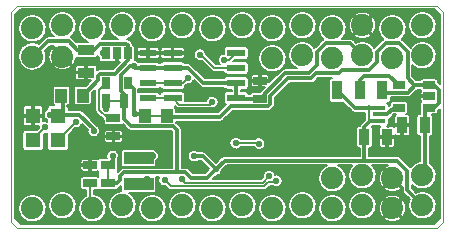
<source format=gbl>
G04 #@! TF.FileFunction,Copper,L2,Bot,Signal*
%FSLAX46Y46*%
G04 Gerber Fmt 4.6, Leading zero omitted, Abs format (unit mm)*
G04 Created by KiCad (PCBNEW no-vcs-found-product) date Sun 27 Dec 2015 02:00:56 GMT*
%MOMM*%
G01*
G04 APERTURE LIST*
%ADD10C,0.150000*%
%ADD11C,0.100000*%
%ADD12C,0.099060*%
%ADD13C,0.099600*%
%ADD14C,0.149860*%
%ADD15C,1.879600*%
%ADD16R,1.000760X1.143000*%
%ADD17R,0.889000X1.600200*%
%ADD18R,0.650240X1.000760*%
%ADD19R,2.499360X0.998220*%
%ADD20C,3.403600*%
%ADD21R,1.600200X0.609600*%
%ADD22R,1.480820X0.584200*%
%ADD23R,1.143000X0.635000*%
%ADD24R,1.397000X0.889000*%
%ADD25R,0.889000X1.397000*%
%ADD26R,1.000760X0.650240*%
%ADD27R,0.635000X1.143000*%
%ADD28R,1.300000X0.400000*%
%ADD29R,1.095000X0.390000*%
%ADD30R,0.200000X1.500000*%
%ADD31R,1.300000X1.300000*%
%ADD32C,0.551180*%
%ADD33C,0.299720*%
%ADD34C,0.152400*%
G04 APERTURE END LIST*
D10*
D11*
X38862000Y-41910000D02*
X38862000Y-59690000D01*
D12*
X74930000Y-60198000D02*
X39370000Y-60198000D01*
X75438000Y-41910000D02*
X75438000Y-59690000D01*
X39370000Y-41402000D02*
X74930000Y-41402000D01*
D13*
X39370000Y-60198000D02*
X38862000Y-59690000D01*
X75438000Y-59690000D02*
X74930000Y-60198000D01*
X74930000Y-41402000D02*
X75438000Y-41910000D01*
X38862000Y-41910000D02*
X39370000Y-41402000D01*
D14*
X51798500Y-50700000D02*
X50401500Y-50700000D01*
X47050000Y-55149620D02*
X47050000Y-56150380D01*
X48100380Y-49500000D02*
X47099620Y-49500000D01*
D15*
X60960000Y-45847000D03*
X63500000Y-45593000D03*
X66040000Y-45847000D03*
X68580000Y-45593000D03*
X71120000Y-45847000D03*
X73660000Y-45593000D03*
D16*
X43100840Y-49000000D03*
X44899160Y-49000000D03*
D17*
X70276800Y-48558200D03*
X68371800Y-48558200D03*
X66466800Y-48558200D03*
D15*
X66040000Y-56007000D03*
X68580000Y-55753000D03*
X71120000Y-56007000D03*
X73660000Y-55753000D03*
D18*
X46847500Y-45430000D03*
X48752500Y-45430000D03*
X46847500Y-47970000D03*
X47800000Y-45430000D03*
X48752500Y-47970000D03*
D19*
X49625000Y-56499820D03*
X49625000Y-54300180D03*
D20*
X64500000Y-51700000D03*
D15*
X40640000Y-43307000D03*
X43180000Y-43053000D03*
X45720000Y-43307000D03*
X48260000Y-43053000D03*
X50800000Y-43307000D03*
X53340000Y-43053000D03*
X55880000Y-43307000D03*
X58420000Y-43053000D03*
X60960000Y-43307000D03*
X63500000Y-43053000D03*
X66040000Y-43307000D03*
X68580000Y-43053000D03*
X71120000Y-43307000D03*
X73660000Y-43053000D03*
X40640000Y-58547000D03*
X43180000Y-58293000D03*
X45720000Y-58547000D03*
X48260000Y-58293000D03*
X50800000Y-58547000D03*
X53340000Y-58293000D03*
X55880000Y-58547000D03*
X58420000Y-58293000D03*
X60960000Y-58547000D03*
X63500000Y-58293000D03*
X66040000Y-58547000D03*
X68580000Y-58293000D03*
X71120000Y-58547000D03*
X73660000Y-58293000D03*
D21*
X52499980Y-49205000D03*
X52499980Y-47935000D03*
X52499980Y-46665000D03*
X52499980Y-45395000D03*
X57900020Y-45395000D03*
X57900020Y-46665000D03*
X57900020Y-47935000D03*
X57900020Y-49205000D03*
D22*
X50440040Y-49205000D03*
X50440040Y-47935000D03*
X50440040Y-46665000D03*
X50440040Y-45395000D03*
D23*
X47500000Y-50938000D03*
X47500000Y-52462000D03*
D24*
X45200000Y-45147500D03*
X45200000Y-47052500D03*
D23*
X59900000Y-49262000D03*
X59900000Y-47738000D03*
D16*
X51999160Y-50700000D03*
X50200840Y-50700000D03*
D25*
X73852500Y-51500000D03*
X71947500Y-51500000D03*
X68747500Y-52500000D03*
X70652500Y-52500000D03*
D23*
X47050000Y-56412000D03*
X47050000Y-54888000D03*
D26*
X74213800Y-48113700D03*
X74213800Y-50018700D03*
X71673800Y-48113700D03*
X74213800Y-49066200D03*
X71673800Y-50018700D03*
D23*
X45500000Y-56412000D03*
X45500000Y-54888000D03*
D27*
X46838000Y-49500000D03*
X48362000Y-49500000D03*
D28*
X69900000Y-51150000D03*
X69900000Y-50050000D03*
D29*
X69955000Y-50600000D03*
D30*
X69150000Y-50600000D03*
D31*
X42800000Y-50700000D03*
X40700000Y-50700000D03*
X42800000Y-52800000D03*
X40700000Y-52800000D03*
D15*
X40630000Y-45700000D03*
X43170000Y-45700000D03*
D32*
X45830000Y-52010000D03*
X42110000Y-50620000D03*
X49310800Y-50596800D03*
X56885080Y-45976540D03*
X55875000Y-49550000D03*
X54809900Y-45537120D03*
X53800000Y-47500000D03*
X61299600Y-56210200D03*
X51825000Y-56150000D03*
X53300000Y-56100000D03*
X60690000Y-55829200D03*
X46900000Y-50100000D03*
X41700000Y-51700000D03*
X44330000Y-51250000D03*
X46600000Y-45400000D03*
X50326800Y-56083200D03*
X57845200Y-53035200D03*
X59826400Y-53060600D03*
X50809400Y-54127400D03*
X49225000Y-46525000D03*
X54314600Y-54127400D03*
X56175000Y-55250000D03*
X47420000Y-54120000D03*
X72900000Y-51500000D03*
X69700000Y-52400000D03*
X46300000Y-53700000D03*
X58090000Y-55840000D03*
X56010000Y-54180000D03*
X55000400Y-52374800D03*
X50330000Y-52510000D03*
X44280000Y-54240000D03*
X54619400Y-48514000D03*
D33*
X43200000Y-50620000D02*
X43200000Y-49099160D01*
X43200000Y-49099160D02*
X43100840Y-49000000D01*
X42200000Y-50620000D02*
X43200000Y-50620000D01*
X43200000Y-50620000D02*
X43120000Y-50620000D01*
X44620000Y-50620000D02*
X45830000Y-51830000D01*
X45830000Y-51830000D02*
X45830000Y-52010000D01*
X49200000Y-50486000D02*
X49200000Y-48417500D01*
X49200000Y-48417500D02*
X48752500Y-47970000D01*
X44620000Y-50620000D02*
X42200000Y-50620000D01*
X42200000Y-50620000D02*
X42110000Y-50620000D01*
X49200000Y-50486000D02*
X49310800Y-50596800D01*
X49935640Y-50596800D02*
X50138840Y-50800000D01*
X49310800Y-50596800D02*
X49935640Y-50596800D01*
D34*
X45500000Y-56412000D02*
X45500000Y-58327000D01*
X45500000Y-58327000D02*
X45720000Y-58547000D01*
X57318480Y-45976540D02*
X56885080Y-45976540D01*
X57900020Y-45395000D02*
X57318480Y-45976540D01*
X55875000Y-49550000D02*
X55663862Y-49761138D01*
X53056118Y-49761138D02*
X52499980Y-49205000D01*
X55663862Y-49761138D02*
X53056118Y-49761138D01*
X50440040Y-49205000D02*
X52499980Y-49205000D01*
X54809900Y-45537120D02*
X54922346Y-45537120D01*
X54922346Y-45537120D02*
X56050226Y-46665000D01*
X56050226Y-46665000D02*
X57900020Y-46665000D01*
X53365000Y-47935000D02*
X52499980Y-47935000D01*
X53800000Y-47500000D02*
X53365000Y-47935000D01*
X50440040Y-47935000D02*
X52499980Y-47935000D01*
X52357640Y-56682640D02*
X60267616Y-56682640D01*
X61172600Y-56337200D02*
X61299600Y-56210200D01*
X60613056Y-56337200D02*
X61172600Y-56337200D01*
X60267616Y-56682640D02*
X60613056Y-56337200D01*
X51825000Y-56150000D02*
X52357640Y-56682640D01*
X53300000Y-56100000D02*
X53577838Y-56377838D01*
X53577838Y-56377838D02*
X60141362Y-56377838D01*
X60141362Y-56377838D02*
X60690000Y-55829200D01*
X46710000Y-49500000D02*
X46838000Y-49500000D01*
X46900000Y-50100000D02*
X46710000Y-49500000D01*
X40700000Y-52700000D02*
X40700000Y-52800000D01*
X41700000Y-51700000D02*
X40700000Y-52700000D01*
X44330000Y-51250000D02*
X42800000Y-52780000D01*
X42800000Y-52780000D02*
X42800000Y-52800000D01*
D33*
X45200000Y-45147500D02*
X44447500Y-45147500D01*
X44447500Y-45147500D02*
X43700000Y-44400000D01*
X41960000Y-44400000D02*
X40640000Y-45720000D01*
X43700000Y-44400000D02*
X41960000Y-44400000D01*
X48752500Y-45430000D02*
X48752500Y-44752500D01*
X45852500Y-45147500D02*
X45200000Y-45147500D01*
X46400000Y-44600000D02*
X45852500Y-45147500D01*
X48600000Y-44600000D02*
X46400000Y-44600000D01*
X48752500Y-44752500D02*
X48600000Y-44600000D01*
X48752500Y-45430000D02*
X48752500Y-46011696D01*
X46210000Y-47689160D02*
X44899160Y-49000000D01*
X46210000Y-47340000D02*
X46210000Y-47689160D01*
X46390000Y-47160000D02*
X46210000Y-47340000D01*
X47604196Y-47160000D02*
X46390000Y-47160000D01*
X48752500Y-46011696D02*
X47604196Y-47160000D01*
X64689398Y-47100000D02*
X66600000Y-47100000D01*
X72400000Y-47550000D02*
X72963700Y-48113700D01*
X71700000Y-44575000D02*
X72400000Y-45275000D01*
X70550000Y-44575000D02*
X71700000Y-44575000D01*
X69850000Y-45275000D02*
X70550000Y-44575000D01*
X69850000Y-46150000D02*
X69850000Y-45275000D01*
X66600000Y-47100000D02*
X66850000Y-46850000D01*
X66850000Y-46850000D02*
X69150000Y-46850000D01*
X69150000Y-46850000D02*
X69850000Y-46150000D01*
X73071300Y-48113700D02*
X72963700Y-48113700D01*
X72400000Y-45275000D02*
X72400000Y-47550000D01*
X56524400Y-50800000D02*
X51937160Y-50800000D01*
X56524400Y-50800000D02*
X57438800Y-49885600D01*
X60783702Y-49017696D02*
X62249276Y-47552122D01*
X64689398Y-47100000D02*
X64237276Y-47552122D01*
X60613800Y-49885600D02*
X60783702Y-49715698D01*
X57438800Y-49885600D02*
X60613800Y-49885600D01*
X60783702Y-49715698D02*
X60783702Y-49017696D01*
X62249276Y-47552122D02*
X64237276Y-47552122D01*
X70276800Y-48558200D02*
X70461200Y-48742600D01*
X73071300Y-48113700D02*
X74213800Y-48113700D01*
X72442400Y-48742600D02*
X73071300Y-48113700D01*
X70461200Y-48742600D02*
X72442400Y-48742600D01*
X74213800Y-48113700D02*
X74632900Y-48113700D01*
X74671500Y-50018700D02*
X75033200Y-49657000D01*
X74671500Y-50018700D02*
X74213800Y-50018700D01*
X75033200Y-48514000D02*
X75033200Y-49657000D01*
X74632900Y-48113700D02*
X75033200Y-48514000D01*
X73660000Y-55753000D02*
X73996300Y-55416700D01*
X73896300Y-55416700D02*
X73896300Y-51860200D01*
X73896300Y-51860200D02*
X73896300Y-50336200D01*
X73896300Y-50336200D02*
X74213800Y-50018700D01*
D34*
X46600000Y-45400000D02*
X46630000Y-45430000D01*
X46630000Y-45430000D02*
X46847500Y-45430000D01*
X46847500Y-47970000D02*
X46290000Y-48527500D01*
X47008000Y-50938000D02*
X47500000Y-50938000D01*
X46290000Y-50220000D02*
X47008000Y-50938000D01*
X46290000Y-48527500D02*
X46290000Y-50220000D01*
D33*
X71673800Y-50018700D02*
X71281300Y-50018700D01*
X70700000Y-50600000D02*
X69955000Y-50600000D01*
X71281300Y-50018700D02*
X70700000Y-50600000D01*
X68371800Y-48558200D02*
X68371800Y-47678200D01*
X70862222Y-47302122D02*
X71673800Y-48113700D01*
X68747878Y-47302122D02*
X70862222Y-47302122D01*
X68371800Y-47678200D02*
X68747878Y-47302122D01*
D34*
X49625000Y-56499820D02*
X49910180Y-56499820D01*
X49910180Y-56499820D02*
X50326800Y-56083200D01*
X50326800Y-56083200D02*
X50276000Y-56134000D01*
X57845200Y-53035200D02*
X59801000Y-53035200D01*
X59801000Y-53035200D02*
X59826400Y-53060600D01*
X50636620Y-54300180D02*
X49625000Y-54300180D01*
X50809400Y-54127400D02*
X50636620Y-54300180D01*
D33*
X68747500Y-52500000D02*
X68747500Y-54508400D01*
X71200000Y-54508400D02*
X68747500Y-54508400D01*
X72390000Y-55372000D02*
X71526400Y-54508400D01*
X73660000Y-58293000D02*
X72390000Y-57023000D01*
X72390000Y-57023000D02*
X72390000Y-55372000D01*
X71200000Y-54508400D02*
X71526400Y-54508400D01*
X68747500Y-54508400D02*
X67191600Y-54508400D01*
X67191600Y-54508400D02*
X56916600Y-54508400D01*
X56916600Y-54508400D02*
X56175000Y-55250000D01*
D34*
X69900000Y-50050000D02*
X69050000Y-50050000D01*
X69150000Y-50150000D02*
X69150000Y-51250000D01*
X69050000Y-50050000D02*
X69150000Y-50150000D01*
X69150000Y-51250000D02*
X69150000Y-50600000D01*
D33*
X68747500Y-51700000D02*
X68747500Y-52500000D01*
D34*
X68747500Y-51700000D02*
X68747500Y-51652500D01*
X68747500Y-51652500D02*
X69150000Y-51250000D01*
X69150000Y-50050000D02*
X69900000Y-50050000D01*
D33*
X69900000Y-50050000D02*
X67958600Y-50050000D01*
X67958600Y-50050000D02*
X66466800Y-48558200D01*
D34*
X69900000Y-50050000D02*
X69150000Y-50050000D01*
X69150000Y-51250000D02*
X69000000Y-51400000D01*
D33*
X69250000Y-51150000D02*
X69900000Y-51150000D01*
X68747500Y-51652500D02*
X69000000Y-51400000D01*
X69000000Y-51400000D02*
X69250000Y-51150000D01*
X56175000Y-55250000D02*
X56916600Y-54508400D01*
X48362000Y-49500000D02*
X48380000Y-49518000D01*
X49022000Y-51600000D02*
X52570000Y-51600000D01*
X52570000Y-51600000D02*
X52900000Y-51930000D01*
X52900000Y-51930000D02*
X52900000Y-55500000D01*
X48380000Y-50958000D02*
X49022000Y-51600000D01*
X48380000Y-49518000D02*
X48380000Y-50958000D01*
X48362000Y-49500000D02*
X48362000Y-48862000D01*
X48875000Y-46525000D02*
X49225000Y-46525000D01*
X48100000Y-47300000D02*
X48875000Y-46525000D01*
X48100000Y-48600000D02*
X48100000Y-47300000D01*
X48362000Y-48862000D02*
X48100000Y-48600000D01*
X52900000Y-55500000D02*
X48400000Y-55500000D01*
X48050000Y-56150000D02*
X47788000Y-56412000D01*
X48050000Y-55850000D02*
X48050000Y-56150000D01*
X47788000Y-56412000D02*
X47050000Y-56412000D01*
X48400000Y-55500000D02*
X48050000Y-55850000D01*
X55425624Y-55999376D02*
X56175000Y-55250000D01*
X54099376Y-55999376D02*
X55425624Y-55999376D01*
X53600000Y-55500000D02*
X54099376Y-55999376D01*
X52900000Y-55500000D02*
X53600000Y-55500000D01*
X56175000Y-55250000D02*
X55052400Y-54127400D01*
X55052400Y-54127400D02*
X54314600Y-54127400D01*
X64050000Y-47100000D02*
X62062000Y-47100000D01*
X62062000Y-47100000D02*
X59900000Y-49262000D01*
X67562000Y-44575000D02*
X68580000Y-45593000D01*
X65475000Y-44575000D02*
X67562000Y-44575000D01*
X64775000Y-45275000D02*
X65475000Y-44575000D01*
X64775000Y-46375000D02*
X64775000Y-45275000D01*
X64050000Y-47100000D02*
X64775000Y-46375000D01*
X50440040Y-46665000D02*
X49365000Y-46665000D01*
X49365000Y-46665000D02*
X49225000Y-46525000D01*
X57900020Y-47935000D02*
X55081800Y-47935000D01*
X53811800Y-46665000D02*
X52499980Y-46665000D01*
X55081800Y-47935000D02*
X53811800Y-46665000D01*
X57900020Y-49205000D02*
X57957020Y-49262000D01*
X57957020Y-49262000D02*
X59900000Y-49262000D01*
X57900020Y-47935000D02*
X57900020Y-49205000D01*
X50440040Y-46665000D02*
X52499980Y-46665000D01*
X47420000Y-54518000D02*
X47050000Y-54888000D01*
X47420000Y-54120000D02*
X47420000Y-54518000D01*
D34*
X71947500Y-51500000D02*
X72900000Y-51500000D01*
X70652500Y-52500000D02*
X69800000Y-52500000D01*
X69800000Y-52500000D02*
X69700000Y-52400000D01*
D14*
G36*
X57494890Y-48644874D02*
X57074889Y-48644919D01*
X57025781Y-48654643D01*
X56979498Y-48673720D01*
X56937801Y-48701423D01*
X56902279Y-48736698D01*
X56874285Y-48778200D01*
X56854886Y-48824350D01*
X56844820Y-48873388D01*
X56844470Y-48923448D01*
X56844639Y-49534831D01*
X56854363Y-49583939D01*
X56873440Y-49630222D01*
X56901143Y-49671919D01*
X56936418Y-49707441D01*
X56977920Y-49735435D01*
X57004747Y-49746711D01*
X56356589Y-50394870D01*
X52754864Y-50394870D01*
X52754821Y-50103469D01*
X52745097Y-50054361D01*
X52726020Y-50008078D01*
X52724930Y-50006437D01*
X52724930Y-49898719D01*
X52821733Y-49995522D01*
X52845402Y-50014964D01*
X52868848Y-50034638D01*
X52870374Y-50035477D01*
X52871722Y-50036584D01*
X52898660Y-50051027D01*
X52925538Y-50065804D01*
X52927205Y-50066333D01*
X52928735Y-50067153D01*
X52957921Y-50076076D01*
X52987202Y-50085365D01*
X52988937Y-50085559D01*
X52990600Y-50086068D01*
X53020965Y-50089152D01*
X53051490Y-50092576D01*
X53054908Y-50092599D01*
X53054961Y-50092605D01*
X53055010Y-50092600D01*
X53056118Y-50092608D01*
X55663862Y-50092608D01*
X55694343Y-50089619D01*
X55724836Y-50086952D01*
X55726512Y-50086464D01*
X55728245Y-50086295D01*
X55757532Y-50077452D01*
X55776568Y-50071921D01*
X55811840Y-50079677D01*
X55915924Y-50081857D01*
X56018450Y-50063779D01*
X56115511Y-50026131D01*
X56203412Y-49970348D01*
X56278803Y-49898553D01*
X56338814Y-49813483D01*
X56381158Y-49718376D01*
X56404223Y-49616856D01*
X56405883Y-49497946D01*
X56385662Y-49395822D01*
X56345990Y-49299570D01*
X56288378Y-49212857D01*
X56215020Y-49138986D01*
X56128712Y-49080770D01*
X56032739Y-49040427D01*
X55930759Y-49019493D01*
X55826654Y-49018766D01*
X55724391Y-49038274D01*
X55627864Y-49077273D01*
X55540751Y-49134279D01*
X55466370Y-49207118D01*
X55407553Y-49293019D01*
X55366540Y-49388707D01*
X55357833Y-49429668D01*
X53555514Y-49429668D01*
X53555361Y-48875169D01*
X53545637Y-48826061D01*
X53526560Y-48779778D01*
X53498857Y-48738081D01*
X53463582Y-48702559D01*
X53422080Y-48674565D01*
X53375930Y-48655166D01*
X53326892Y-48645100D01*
X53276832Y-48644750D01*
X51674849Y-48644919D01*
X51625741Y-48654643D01*
X51579458Y-48673720D01*
X51537761Y-48701423D01*
X51502239Y-48736698D01*
X51474245Y-48778200D01*
X51454846Y-48824350D01*
X51444780Y-48873388D01*
X51444779Y-48873530D01*
X51432891Y-48873530D01*
X51426007Y-48838761D01*
X51406930Y-48792478D01*
X51379227Y-48750781D01*
X51343952Y-48715259D01*
X51302450Y-48687265D01*
X51256300Y-48667866D01*
X51207262Y-48657800D01*
X51157202Y-48657450D01*
X49674599Y-48657619D01*
X49625491Y-48667343D01*
X49605130Y-48675735D01*
X49605130Y-48464294D01*
X49623780Y-48472134D01*
X49672818Y-48482200D01*
X49722878Y-48482550D01*
X51205481Y-48482381D01*
X51254589Y-48472657D01*
X51300872Y-48453580D01*
X51342569Y-48425877D01*
X51378091Y-48390602D01*
X51406085Y-48349100D01*
X51425484Y-48302950D01*
X51432972Y-48266470D01*
X51444923Y-48266470D01*
X51454323Y-48313939D01*
X51473400Y-48360222D01*
X51501103Y-48401919D01*
X51536378Y-48437441D01*
X51577880Y-48465435D01*
X51624030Y-48484834D01*
X51673068Y-48494900D01*
X51723128Y-48495250D01*
X53325111Y-48495081D01*
X53374219Y-48485357D01*
X53420502Y-48466280D01*
X53462199Y-48438577D01*
X53497721Y-48403302D01*
X53525715Y-48361800D01*
X53545114Y-48315650D01*
X53555180Y-48266612D01*
X53555530Y-48216552D01*
X53555526Y-48205302D01*
X53572098Y-48191786D01*
X53596090Y-48172635D01*
X53598522Y-48170235D01*
X53598565Y-48170201D01*
X53598597Y-48170161D01*
X53599385Y-48169385D01*
X53739046Y-48029723D01*
X53840924Y-48031857D01*
X53943450Y-48013779D01*
X54040511Y-47976131D01*
X54128412Y-47920348D01*
X54203803Y-47848553D01*
X54263814Y-47763483D01*
X54286465Y-47712605D01*
X54795330Y-48221470D01*
X54824223Y-48245202D01*
X54852915Y-48269278D01*
X54854783Y-48270305D01*
X54856428Y-48271656D01*
X54889396Y-48289333D01*
X54922202Y-48307369D01*
X54924231Y-48308012D01*
X54926110Y-48309020D01*
X54961883Y-48319956D01*
X54997569Y-48331277D01*
X54999688Y-48331514D01*
X55001724Y-48332137D01*
X55038888Y-48335911D01*
X55076144Y-48340091D01*
X55080314Y-48340119D01*
X55080386Y-48340127D01*
X55080452Y-48340120D01*
X55081800Y-48340130D01*
X56865158Y-48340130D01*
X56873440Y-48360222D01*
X56901143Y-48401919D01*
X56936418Y-48437441D01*
X56977920Y-48465435D01*
X57024070Y-48484834D01*
X57073108Y-48494900D01*
X57123168Y-48495250D01*
X57494890Y-48495210D01*
X57494890Y-48644874D01*
X57494890Y-48644874D01*
G37*
X57494890Y-48644874D02*
X57074889Y-48644919D01*
X57025781Y-48654643D01*
X56979498Y-48673720D01*
X56937801Y-48701423D01*
X56902279Y-48736698D01*
X56874285Y-48778200D01*
X56854886Y-48824350D01*
X56844820Y-48873388D01*
X56844470Y-48923448D01*
X56844639Y-49534831D01*
X56854363Y-49583939D01*
X56873440Y-49630222D01*
X56901143Y-49671919D01*
X56936418Y-49707441D01*
X56977920Y-49735435D01*
X57004747Y-49746711D01*
X56356589Y-50394870D01*
X52754864Y-50394870D01*
X52754821Y-50103469D01*
X52745097Y-50054361D01*
X52726020Y-50008078D01*
X52724930Y-50006437D01*
X52724930Y-49898719D01*
X52821733Y-49995522D01*
X52845402Y-50014964D01*
X52868848Y-50034638D01*
X52870374Y-50035477D01*
X52871722Y-50036584D01*
X52898660Y-50051027D01*
X52925538Y-50065804D01*
X52927205Y-50066333D01*
X52928735Y-50067153D01*
X52957921Y-50076076D01*
X52987202Y-50085365D01*
X52988937Y-50085559D01*
X52990600Y-50086068D01*
X53020965Y-50089152D01*
X53051490Y-50092576D01*
X53054908Y-50092599D01*
X53054961Y-50092605D01*
X53055010Y-50092600D01*
X53056118Y-50092608D01*
X55663862Y-50092608D01*
X55694343Y-50089619D01*
X55724836Y-50086952D01*
X55726512Y-50086464D01*
X55728245Y-50086295D01*
X55757532Y-50077452D01*
X55776568Y-50071921D01*
X55811840Y-50079677D01*
X55915924Y-50081857D01*
X56018450Y-50063779D01*
X56115511Y-50026131D01*
X56203412Y-49970348D01*
X56278803Y-49898553D01*
X56338814Y-49813483D01*
X56381158Y-49718376D01*
X56404223Y-49616856D01*
X56405883Y-49497946D01*
X56385662Y-49395822D01*
X56345990Y-49299570D01*
X56288378Y-49212857D01*
X56215020Y-49138986D01*
X56128712Y-49080770D01*
X56032739Y-49040427D01*
X55930759Y-49019493D01*
X55826654Y-49018766D01*
X55724391Y-49038274D01*
X55627864Y-49077273D01*
X55540751Y-49134279D01*
X55466370Y-49207118D01*
X55407553Y-49293019D01*
X55366540Y-49388707D01*
X55357833Y-49429668D01*
X53555514Y-49429668D01*
X53555361Y-48875169D01*
X53545637Y-48826061D01*
X53526560Y-48779778D01*
X53498857Y-48738081D01*
X53463582Y-48702559D01*
X53422080Y-48674565D01*
X53375930Y-48655166D01*
X53326892Y-48645100D01*
X53276832Y-48644750D01*
X51674849Y-48644919D01*
X51625741Y-48654643D01*
X51579458Y-48673720D01*
X51537761Y-48701423D01*
X51502239Y-48736698D01*
X51474245Y-48778200D01*
X51454846Y-48824350D01*
X51444780Y-48873388D01*
X51444779Y-48873530D01*
X51432891Y-48873530D01*
X51426007Y-48838761D01*
X51406930Y-48792478D01*
X51379227Y-48750781D01*
X51343952Y-48715259D01*
X51302450Y-48687265D01*
X51256300Y-48667866D01*
X51207262Y-48657800D01*
X51157202Y-48657450D01*
X49674599Y-48657619D01*
X49625491Y-48667343D01*
X49605130Y-48675735D01*
X49605130Y-48464294D01*
X49623780Y-48472134D01*
X49672818Y-48482200D01*
X49722878Y-48482550D01*
X51205481Y-48482381D01*
X51254589Y-48472657D01*
X51300872Y-48453580D01*
X51342569Y-48425877D01*
X51378091Y-48390602D01*
X51406085Y-48349100D01*
X51425484Y-48302950D01*
X51432972Y-48266470D01*
X51444923Y-48266470D01*
X51454323Y-48313939D01*
X51473400Y-48360222D01*
X51501103Y-48401919D01*
X51536378Y-48437441D01*
X51577880Y-48465435D01*
X51624030Y-48484834D01*
X51673068Y-48494900D01*
X51723128Y-48495250D01*
X53325111Y-48495081D01*
X53374219Y-48485357D01*
X53420502Y-48466280D01*
X53462199Y-48438577D01*
X53497721Y-48403302D01*
X53525715Y-48361800D01*
X53545114Y-48315650D01*
X53555180Y-48266612D01*
X53555530Y-48216552D01*
X53555526Y-48205302D01*
X53572098Y-48191786D01*
X53596090Y-48172635D01*
X53598522Y-48170235D01*
X53598565Y-48170201D01*
X53598597Y-48170161D01*
X53599385Y-48169385D01*
X53739046Y-48029723D01*
X53840924Y-48031857D01*
X53943450Y-48013779D01*
X54040511Y-47976131D01*
X54128412Y-47920348D01*
X54203803Y-47848553D01*
X54263814Y-47763483D01*
X54286465Y-47712605D01*
X54795330Y-48221470D01*
X54824223Y-48245202D01*
X54852915Y-48269278D01*
X54854783Y-48270305D01*
X54856428Y-48271656D01*
X54889396Y-48289333D01*
X54922202Y-48307369D01*
X54924231Y-48308012D01*
X54926110Y-48309020D01*
X54961883Y-48319956D01*
X54997569Y-48331277D01*
X54999688Y-48331514D01*
X55001724Y-48332137D01*
X55038888Y-48335911D01*
X55076144Y-48340091D01*
X55080314Y-48340119D01*
X55080386Y-48340127D01*
X55080452Y-48340120D01*
X55081800Y-48340130D01*
X56865158Y-48340130D01*
X56873440Y-48360222D01*
X56901143Y-48401919D01*
X56936418Y-48437441D01*
X56977920Y-48465435D01*
X57024070Y-48484834D01*
X57073108Y-48494900D01*
X57123168Y-48495250D01*
X57494890Y-48495210D01*
X57494890Y-48644874D01*
G36*
X68794680Y-51032379D02*
X68713600Y-51113459D01*
X68713529Y-51113530D01*
X68461030Y-51366030D01*
X68410844Y-51427128D01*
X68373480Y-51496811D01*
X68358379Y-51546203D01*
X68277969Y-51546219D01*
X68228861Y-51555943D01*
X68182578Y-51575020D01*
X68140881Y-51602723D01*
X68105359Y-51637998D01*
X68077365Y-51679500D01*
X68057966Y-51725650D01*
X68047900Y-51774688D01*
X68047550Y-51824748D01*
X68047719Y-53223531D01*
X68057443Y-53272639D01*
X68076520Y-53318922D01*
X68104223Y-53360619D01*
X68139498Y-53396141D01*
X68181000Y-53424135D01*
X68227150Y-53443534D01*
X68276188Y-53453600D01*
X68326248Y-53453950D01*
X68342370Y-53453946D01*
X68342370Y-54103270D01*
X67191600Y-54103270D01*
X60357283Y-54103270D01*
X60357283Y-53008546D01*
X60337062Y-52906422D01*
X60297390Y-52810170D01*
X60239778Y-52723457D01*
X60166420Y-52649586D01*
X60080112Y-52591370D01*
X59984139Y-52551027D01*
X59882159Y-52530093D01*
X59778054Y-52529366D01*
X59675791Y-52548874D01*
X59579264Y-52587873D01*
X59492151Y-52644879D01*
X59432054Y-52703730D01*
X58262347Y-52703730D01*
X58258578Y-52698057D01*
X58185220Y-52624186D01*
X58098912Y-52565970D01*
X58002939Y-52525627D01*
X57900959Y-52504693D01*
X57796854Y-52503966D01*
X57694591Y-52523474D01*
X57598064Y-52562473D01*
X57510951Y-52619479D01*
X57436570Y-52692318D01*
X57377753Y-52778219D01*
X57336740Y-52873907D01*
X57315095Y-52975739D01*
X57313642Y-53079836D01*
X57332435Y-53182233D01*
X57370760Y-53279029D01*
X57427155Y-53366538D01*
X57499474Y-53441427D01*
X57584962Y-53500842D01*
X57680361Y-53542521D01*
X57782040Y-53564877D01*
X57886124Y-53567057D01*
X57988650Y-53548979D01*
X58085711Y-53511331D01*
X58173612Y-53455548D01*
X58249003Y-53383753D01*
X58261053Y-53366670D01*
X59392071Y-53366670D01*
X59408355Y-53391938D01*
X59480674Y-53466827D01*
X59566162Y-53526242D01*
X59661561Y-53567921D01*
X59763240Y-53590277D01*
X59867324Y-53592457D01*
X59969850Y-53574379D01*
X60066911Y-53536731D01*
X60154812Y-53480948D01*
X60230203Y-53409153D01*
X60290214Y-53324083D01*
X60332558Y-53228976D01*
X60355623Y-53127456D01*
X60357283Y-53008546D01*
X60357283Y-54103270D01*
X56916600Y-54103270D01*
X56879316Y-54106925D01*
X56842075Y-54110184D01*
X56840030Y-54110778D01*
X56837910Y-54110986D01*
X56802077Y-54121804D01*
X56766148Y-54132243D01*
X56764257Y-54133222D01*
X56762217Y-54133839D01*
X56729156Y-54151417D01*
X56695950Y-54168630D01*
X56694286Y-54169958D01*
X56692404Y-54170959D01*
X56663422Y-54194595D01*
X56634156Y-54217959D01*
X56631184Y-54220889D01*
X56631132Y-54220932D01*
X56631091Y-54220980D01*
X56630129Y-54221930D01*
X56174999Y-54677059D01*
X55338870Y-53840930D01*
X55309976Y-53817197D01*
X55281285Y-53793122D01*
X55279416Y-53792094D01*
X55277772Y-53790744D01*
X55244822Y-53773076D01*
X55211998Y-53755031D01*
X55209965Y-53754386D01*
X55208089Y-53753380D01*
X55172330Y-53742447D01*
X55136631Y-53731123D01*
X55134511Y-53730885D01*
X55132476Y-53730263D01*
X55095311Y-53726488D01*
X55058056Y-53722309D01*
X55053885Y-53722280D01*
X55053814Y-53722273D01*
X55053747Y-53722279D01*
X55052400Y-53722270D01*
X54660463Y-53722270D01*
X54654620Y-53716386D01*
X54568312Y-53658170D01*
X54472339Y-53617827D01*
X54370359Y-53596893D01*
X54266254Y-53596166D01*
X54163991Y-53615674D01*
X54067464Y-53654673D01*
X53980351Y-53711679D01*
X53905970Y-53784518D01*
X53847153Y-53870419D01*
X53806140Y-53966107D01*
X53784495Y-54067939D01*
X53783042Y-54172036D01*
X53801835Y-54274433D01*
X53840160Y-54371229D01*
X53896555Y-54458738D01*
X53968874Y-54533627D01*
X54054362Y-54593042D01*
X54149761Y-54634721D01*
X54251440Y-54657077D01*
X54355524Y-54659257D01*
X54458050Y-54641179D01*
X54555111Y-54603531D01*
X54643012Y-54547748D01*
X54658992Y-54532530D01*
X54884590Y-54532530D01*
X55602059Y-55249999D01*
X55257813Y-55594246D01*
X54267186Y-55594246D01*
X53886470Y-55213530D01*
X53857576Y-55189797D01*
X53828885Y-55165722D01*
X53827016Y-55164694D01*
X53825372Y-55163344D01*
X53792422Y-55145676D01*
X53759598Y-55127631D01*
X53757565Y-55126986D01*
X53755689Y-55125980D01*
X53719930Y-55115047D01*
X53684231Y-55103723D01*
X53682111Y-55103485D01*
X53680076Y-55102863D01*
X53642911Y-55099088D01*
X53605656Y-55094909D01*
X53601485Y-55094880D01*
X53601414Y-55094873D01*
X53601347Y-55094879D01*
X53600000Y-55094870D01*
X53305130Y-55094870D01*
X53305130Y-51930000D01*
X53301477Y-51892753D01*
X53298216Y-51855476D01*
X53297622Y-51853431D01*
X53297414Y-51851310D01*
X53286592Y-51815465D01*
X53276157Y-51779548D01*
X53275177Y-51777657D01*
X53274561Y-51775617D01*
X53256982Y-51742556D01*
X53239770Y-51709350D01*
X53238441Y-51707685D01*
X53237441Y-51705804D01*
X53213828Y-51676853D01*
X53190442Y-51647556D01*
X53187509Y-51644582D01*
X53187468Y-51644532D01*
X53187420Y-51644492D01*
X53186470Y-51643529D01*
X52856470Y-51313530D01*
X52827576Y-51289797D01*
X52798885Y-51265722D01*
X52797016Y-51264694D01*
X52795372Y-51263344D01*
X52762422Y-51245676D01*
X52754989Y-51241589D01*
X52754983Y-51205130D01*
X56524400Y-51205130D01*
X56561646Y-51201477D01*
X56598924Y-51198216D01*
X56600968Y-51197622D01*
X56603090Y-51197414D01*
X56638934Y-51186592D01*
X56674852Y-51176157D01*
X56676742Y-51175177D01*
X56678783Y-51174561D01*
X56711843Y-51156982D01*
X56745050Y-51139770D01*
X56746713Y-51138441D01*
X56748596Y-51137441D01*
X56777571Y-51113809D01*
X56806843Y-51090442D01*
X56809811Y-51087514D01*
X56809868Y-51087468D01*
X56809911Y-51087415D01*
X56810870Y-51086470D01*
X57606610Y-50290730D01*
X60613800Y-50290730D01*
X60651046Y-50287077D01*
X60688324Y-50283816D01*
X60690368Y-50283222D01*
X60692490Y-50283014D01*
X60728334Y-50272192D01*
X60764252Y-50261757D01*
X60766142Y-50260777D01*
X60768183Y-50260161D01*
X60801243Y-50242582D01*
X60834450Y-50225370D01*
X60836113Y-50224041D01*
X60837996Y-50223041D01*
X60866971Y-50199409D01*
X60896243Y-50176042D01*
X60899211Y-50173114D01*
X60899268Y-50173068D01*
X60899311Y-50173015D01*
X60900270Y-50172070D01*
X61070172Y-50002169D01*
X61093925Y-49973250D01*
X61117980Y-49944583D01*
X61119007Y-49942714D01*
X61120358Y-49941070D01*
X61138016Y-49908136D01*
X61156071Y-49875296D01*
X61156716Y-49873261D01*
X61157721Y-49871388D01*
X61168648Y-49835647D01*
X61179979Y-49799929D01*
X61180216Y-49797810D01*
X61180839Y-49795775D01*
X61184610Y-49758644D01*
X61188793Y-49721354D01*
X61188821Y-49717173D01*
X61188828Y-49717113D01*
X61188822Y-49717056D01*
X61188832Y-49715698D01*
X61188832Y-49185506D01*
X62417086Y-47957252D01*
X64237276Y-47957252D01*
X64274522Y-47953599D01*
X64311800Y-47950338D01*
X64313844Y-47949744D01*
X64315966Y-47949536D01*
X64351810Y-47938714D01*
X64387728Y-47928279D01*
X64389618Y-47927299D01*
X64391659Y-47926683D01*
X64424719Y-47909104D01*
X64457926Y-47891892D01*
X64459589Y-47890563D01*
X64461472Y-47889563D01*
X64490447Y-47865931D01*
X64519719Y-47842564D01*
X64522687Y-47839636D01*
X64522744Y-47839590D01*
X64522787Y-47839537D01*
X64523746Y-47838592D01*
X64857208Y-47505130D01*
X65985598Y-47505130D01*
X65948161Y-47512543D01*
X65901878Y-47531620D01*
X65860181Y-47559323D01*
X65824659Y-47594598D01*
X65796665Y-47636100D01*
X65777266Y-47682250D01*
X65767200Y-47731288D01*
X65766850Y-47781348D01*
X65767019Y-49383331D01*
X65776743Y-49432439D01*
X65795820Y-49478722D01*
X65823523Y-49520419D01*
X65858798Y-49555941D01*
X65900300Y-49583935D01*
X65946450Y-49603334D01*
X65995488Y-49613400D01*
X66045548Y-49613750D01*
X66936331Y-49613581D01*
X66947106Y-49611447D01*
X67672129Y-50336470D01*
X67701047Y-50360223D01*
X67729715Y-50384278D01*
X67731583Y-50385305D01*
X67733228Y-50386656D01*
X67766161Y-50404314D01*
X67799002Y-50422369D01*
X67801036Y-50423014D01*
X67802910Y-50424019D01*
X67838650Y-50434946D01*
X67874369Y-50446277D01*
X67876487Y-50446514D01*
X67878523Y-50447137D01*
X67915653Y-50450908D01*
X67952944Y-50455091D01*
X67957124Y-50455119D01*
X67957185Y-50455126D01*
X67957241Y-50455120D01*
X67958600Y-50455130D01*
X68794615Y-50455130D01*
X68794680Y-51032379D01*
X68794680Y-51032379D01*
G37*
X68794680Y-51032379D02*
X68713600Y-51113459D01*
X68713529Y-51113530D01*
X68461030Y-51366030D01*
X68410844Y-51427128D01*
X68373480Y-51496811D01*
X68358379Y-51546203D01*
X68277969Y-51546219D01*
X68228861Y-51555943D01*
X68182578Y-51575020D01*
X68140881Y-51602723D01*
X68105359Y-51637998D01*
X68077365Y-51679500D01*
X68057966Y-51725650D01*
X68047900Y-51774688D01*
X68047550Y-51824748D01*
X68047719Y-53223531D01*
X68057443Y-53272639D01*
X68076520Y-53318922D01*
X68104223Y-53360619D01*
X68139498Y-53396141D01*
X68181000Y-53424135D01*
X68227150Y-53443534D01*
X68276188Y-53453600D01*
X68326248Y-53453950D01*
X68342370Y-53453946D01*
X68342370Y-54103270D01*
X67191600Y-54103270D01*
X60357283Y-54103270D01*
X60357283Y-53008546D01*
X60337062Y-52906422D01*
X60297390Y-52810170D01*
X60239778Y-52723457D01*
X60166420Y-52649586D01*
X60080112Y-52591370D01*
X59984139Y-52551027D01*
X59882159Y-52530093D01*
X59778054Y-52529366D01*
X59675791Y-52548874D01*
X59579264Y-52587873D01*
X59492151Y-52644879D01*
X59432054Y-52703730D01*
X58262347Y-52703730D01*
X58258578Y-52698057D01*
X58185220Y-52624186D01*
X58098912Y-52565970D01*
X58002939Y-52525627D01*
X57900959Y-52504693D01*
X57796854Y-52503966D01*
X57694591Y-52523474D01*
X57598064Y-52562473D01*
X57510951Y-52619479D01*
X57436570Y-52692318D01*
X57377753Y-52778219D01*
X57336740Y-52873907D01*
X57315095Y-52975739D01*
X57313642Y-53079836D01*
X57332435Y-53182233D01*
X57370760Y-53279029D01*
X57427155Y-53366538D01*
X57499474Y-53441427D01*
X57584962Y-53500842D01*
X57680361Y-53542521D01*
X57782040Y-53564877D01*
X57886124Y-53567057D01*
X57988650Y-53548979D01*
X58085711Y-53511331D01*
X58173612Y-53455548D01*
X58249003Y-53383753D01*
X58261053Y-53366670D01*
X59392071Y-53366670D01*
X59408355Y-53391938D01*
X59480674Y-53466827D01*
X59566162Y-53526242D01*
X59661561Y-53567921D01*
X59763240Y-53590277D01*
X59867324Y-53592457D01*
X59969850Y-53574379D01*
X60066911Y-53536731D01*
X60154812Y-53480948D01*
X60230203Y-53409153D01*
X60290214Y-53324083D01*
X60332558Y-53228976D01*
X60355623Y-53127456D01*
X60357283Y-53008546D01*
X60357283Y-54103270D01*
X56916600Y-54103270D01*
X56879316Y-54106925D01*
X56842075Y-54110184D01*
X56840030Y-54110778D01*
X56837910Y-54110986D01*
X56802077Y-54121804D01*
X56766148Y-54132243D01*
X56764257Y-54133222D01*
X56762217Y-54133839D01*
X56729156Y-54151417D01*
X56695950Y-54168630D01*
X56694286Y-54169958D01*
X56692404Y-54170959D01*
X56663422Y-54194595D01*
X56634156Y-54217959D01*
X56631184Y-54220889D01*
X56631132Y-54220932D01*
X56631091Y-54220980D01*
X56630129Y-54221930D01*
X56174999Y-54677059D01*
X55338870Y-53840930D01*
X55309976Y-53817197D01*
X55281285Y-53793122D01*
X55279416Y-53792094D01*
X55277772Y-53790744D01*
X55244822Y-53773076D01*
X55211998Y-53755031D01*
X55209965Y-53754386D01*
X55208089Y-53753380D01*
X55172330Y-53742447D01*
X55136631Y-53731123D01*
X55134511Y-53730885D01*
X55132476Y-53730263D01*
X55095311Y-53726488D01*
X55058056Y-53722309D01*
X55053885Y-53722280D01*
X55053814Y-53722273D01*
X55053747Y-53722279D01*
X55052400Y-53722270D01*
X54660463Y-53722270D01*
X54654620Y-53716386D01*
X54568312Y-53658170D01*
X54472339Y-53617827D01*
X54370359Y-53596893D01*
X54266254Y-53596166D01*
X54163991Y-53615674D01*
X54067464Y-53654673D01*
X53980351Y-53711679D01*
X53905970Y-53784518D01*
X53847153Y-53870419D01*
X53806140Y-53966107D01*
X53784495Y-54067939D01*
X53783042Y-54172036D01*
X53801835Y-54274433D01*
X53840160Y-54371229D01*
X53896555Y-54458738D01*
X53968874Y-54533627D01*
X54054362Y-54593042D01*
X54149761Y-54634721D01*
X54251440Y-54657077D01*
X54355524Y-54659257D01*
X54458050Y-54641179D01*
X54555111Y-54603531D01*
X54643012Y-54547748D01*
X54658992Y-54532530D01*
X54884590Y-54532530D01*
X55602059Y-55249999D01*
X55257813Y-55594246D01*
X54267186Y-55594246D01*
X53886470Y-55213530D01*
X53857576Y-55189797D01*
X53828885Y-55165722D01*
X53827016Y-55164694D01*
X53825372Y-55163344D01*
X53792422Y-55145676D01*
X53759598Y-55127631D01*
X53757565Y-55126986D01*
X53755689Y-55125980D01*
X53719930Y-55115047D01*
X53684231Y-55103723D01*
X53682111Y-55103485D01*
X53680076Y-55102863D01*
X53642911Y-55099088D01*
X53605656Y-55094909D01*
X53601485Y-55094880D01*
X53601414Y-55094873D01*
X53601347Y-55094879D01*
X53600000Y-55094870D01*
X53305130Y-55094870D01*
X53305130Y-51930000D01*
X53301477Y-51892753D01*
X53298216Y-51855476D01*
X53297622Y-51853431D01*
X53297414Y-51851310D01*
X53286592Y-51815465D01*
X53276157Y-51779548D01*
X53275177Y-51777657D01*
X53274561Y-51775617D01*
X53256982Y-51742556D01*
X53239770Y-51709350D01*
X53238441Y-51707685D01*
X53237441Y-51705804D01*
X53213828Y-51676853D01*
X53190442Y-51647556D01*
X53187509Y-51644582D01*
X53187468Y-51644532D01*
X53187420Y-51644492D01*
X53186470Y-51643529D01*
X52856470Y-51313530D01*
X52827576Y-51289797D01*
X52798885Y-51265722D01*
X52797016Y-51264694D01*
X52795372Y-51263344D01*
X52762422Y-51245676D01*
X52754989Y-51241589D01*
X52754983Y-51205130D01*
X56524400Y-51205130D01*
X56561646Y-51201477D01*
X56598924Y-51198216D01*
X56600968Y-51197622D01*
X56603090Y-51197414D01*
X56638934Y-51186592D01*
X56674852Y-51176157D01*
X56676742Y-51175177D01*
X56678783Y-51174561D01*
X56711843Y-51156982D01*
X56745050Y-51139770D01*
X56746713Y-51138441D01*
X56748596Y-51137441D01*
X56777571Y-51113809D01*
X56806843Y-51090442D01*
X56809811Y-51087514D01*
X56809868Y-51087468D01*
X56809911Y-51087415D01*
X56810870Y-51086470D01*
X57606610Y-50290730D01*
X60613800Y-50290730D01*
X60651046Y-50287077D01*
X60688324Y-50283816D01*
X60690368Y-50283222D01*
X60692490Y-50283014D01*
X60728334Y-50272192D01*
X60764252Y-50261757D01*
X60766142Y-50260777D01*
X60768183Y-50260161D01*
X60801243Y-50242582D01*
X60834450Y-50225370D01*
X60836113Y-50224041D01*
X60837996Y-50223041D01*
X60866971Y-50199409D01*
X60896243Y-50176042D01*
X60899211Y-50173114D01*
X60899268Y-50173068D01*
X60899311Y-50173015D01*
X60900270Y-50172070D01*
X61070172Y-50002169D01*
X61093925Y-49973250D01*
X61117980Y-49944583D01*
X61119007Y-49942714D01*
X61120358Y-49941070D01*
X61138016Y-49908136D01*
X61156071Y-49875296D01*
X61156716Y-49873261D01*
X61157721Y-49871388D01*
X61168648Y-49835647D01*
X61179979Y-49799929D01*
X61180216Y-49797810D01*
X61180839Y-49795775D01*
X61184610Y-49758644D01*
X61188793Y-49721354D01*
X61188821Y-49717173D01*
X61188828Y-49717113D01*
X61188822Y-49717056D01*
X61188832Y-49715698D01*
X61188832Y-49185506D01*
X62417086Y-47957252D01*
X64237276Y-47957252D01*
X64274522Y-47953599D01*
X64311800Y-47950338D01*
X64313844Y-47949744D01*
X64315966Y-47949536D01*
X64351810Y-47938714D01*
X64387728Y-47928279D01*
X64389618Y-47927299D01*
X64391659Y-47926683D01*
X64424719Y-47909104D01*
X64457926Y-47891892D01*
X64459589Y-47890563D01*
X64461472Y-47889563D01*
X64490447Y-47865931D01*
X64519719Y-47842564D01*
X64522687Y-47839636D01*
X64522744Y-47839590D01*
X64522787Y-47839537D01*
X64523746Y-47838592D01*
X64857208Y-47505130D01*
X65985598Y-47505130D01*
X65948161Y-47512543D01*
X65901878Y-47531620D01*
X65860181Y-47559323D01*
X65824659Y-47594598D01*
X65796665Y-47636100D01*
X65777266Y-47682250D01*
X65767200Y-47731288D01*
X65766850Y-47781348D01*
X65767019Y-49383331D01*
X65776743Y-49432439D01*
X65795820Y-49478722D01*
X65823523Y-49520419D01*
X65858798Y-49555941D01*
X65900300Y-49583935D01*
X65946450Y-49603334D01*
X65995488Y-49613400D01*
X66045548Y-49613750D01*
X66936331Y-49613581D01*
X66947106Y-49611447D01*
X67672129Y-50336470D01*
X67701047Y-50360223D01*
X67729715Y-50384278D01*
X67731583Y-50385305D01*
X67733228Y-50386656D01*
X67766161Y-50404314D01*
X67799002Y-50422369D01*
X67801036Y-50423014D01*
X67802910Y-50424019D01*
X67838650Y-50434946D01*
X67874369Y-50446277D01*
X67876487Y-50446514D01*
X67878523Y-50447137D01*
X67915653Y-50450908D01*
X67952944Y-50455091D01*
X67957124Y-50455119D01*
X67957185Y-50455126D01*
X67957241Y-50455120D01*
X67958600Y-50455130D01*
X68794615Y-50455130D01*
X68794680Y-51032379D01*
G36*
X74308730Y-49141130D02*
X74288730Y-49141130D01*
X74288730Y-49161130D01*
X74138870Y-49161130D01*
X74138870Y-49141130D01*
X73544827Y-49141130D01*
X73488630Y-49197327D01*
X73488621Y-49413362D01*
X73497184Y-49456606D01*
X73513983Y-49497363D01*
X73527792Y-49518148D01*
X73515779Y-49530078D01*
X73487785Y-49571580D01*
X73468386Y-49617730D01*
X73458320Y-49666768D01*
X73457970Y-49716828D01*
X73458139Y-50368851D01*
X73467863Y-50417959D01*
X73486940Y-50464242D01*
X73491170Y-50470608D01*
X73491170Y-50546198D01*
X73382969Y-50546219D01*
X73333861Y-50555943D01*
X73287578Y-50575020D01*
X73245881Y-50602723D01*
X73210359Y-50637998D01*
X73182365Y-50679500D01*
X73162966Y-50725650D01*
X73152900Y-50774688D01*
X73152550Y-50824748D01*
X73152719Y-52223531D01*
X73162443Y-52272639D01*
X73181520Y-52318922D01*
X73209223Y-52360619D01*
X73244498Y-52396141D01*
X73286000Y-52424135D01*
X73332150Y-52443534D01*
X73381188Y-52453600D01*
X73431248Y-52453950D01*
X73491170Y-52453938D01*
X73491170Y-54568534D01*
X73320950Y-54601006D01*
X73103650Y-54688801D01*
X72907542Y-54817130D01*
X72740094Y-54981107D01*
X72671795Y-55080854D01*
X72616947Y-55026006D01*
X72616947Y-52178028D01*
X72616790Y-51631127D01*
X72560593Y-51574930D01*
X72022430Y-51574930D01*
X72022430Y-52367093D01*
X72078627Y-52423290D01*
X72414042Y-52423299D01*
X72457286Y-52414736D01*
X72498043Y-52397937D01*
X72534761Y-52373542D01*
X72566041Y-52342479D01*
X72590693Y-52305932D01*
X72607776Y-52265293D01*
X72616640Y-52222110D01*
X72616947Y-52178028D01*
X72616947Y-55026006D01*
X71872570Y-54281629D01*
X71812870Y-54221930D01*
X71783976Y-54198197D01*
X71755285Y-54174122D01*
X71753416Y-54173094D01*
X71751772Y-54171744D01*
X71718822Y-54154076D01*
X71685998Y-54136031D01*
X71683965Y-54135386D01*
X71682089Y-54134380D01*
X71646330Y-54123447D01*
X71610631Y-54112123D01*
X71608511Y-54111885D01*
X71606476Y-54111263D01*
X71569311Y-54107488D01*
X71532056Y-54103309D01*
X71527885Y-54103280D01*
X71527814Y-54103273D01*
X71527747Y-54103279D01*
X71526400Y-54103270D01*
X71321947Y-54103270D01*
X71321947Y-53178028D01*
X71321790Y-52631127D01*
X71265593Y-52574930D01*
X70727430Y-52574930D01*
X70727430Y-53367093D01*
X70783627Y-53423290D01*
X71119042Y-53423299D01*
X71162286Y-53414736D01*
X71203043Y-53397937D01*
X71239761Y-53373542D01*
X71271041Y-53342479D01*
X71295693Y-53305932D01*
X71312776Y-53265293D01*
X71321640Y-53222110D01*
X71321947Y-53178028D01*
X71321947Y-54103270D01*
X71200000Y-54103270D01*
X70577570Y-54103270D01*
X70577570Y-53367093D01*
X70577570Y-52574930D01*
X70039407Y-52574930D01*
X69983210Y-52631127D01*
X69983053Y-53178028D01*
X69983360Y-53222110D01*
X69992224Y-53265293D01*
X70009307Y-53305932D01*
X70033959Y-53342479D01*
X70065239Y-53373542D01*
X70101957Y-53397937D01*
X70142714Y-53414736D01*
X70185958Y-53423299D01*
X70521373Y-53423290D01*
X70577570Y-53367093D01*
X70577570Y-54103270D01*
X69152630Y-54103270D01*
X69152630Y-53453793D01*
X69217031Y-53453781D01*
X69266139Y-53444057D01*
X69312422Y-53424980D01*
X69354119Y-53397277D01*
X69389641Y-53362002D01*
X69417635Y-53320500D01*
X69437034Y-53274350D01*
X69447100Y-53225312D01*
X69447450Y-53175252D01*
X69447281Y-51776469D01*
X69437557Y-51727361D01*
X69418480Y-51681078D01*
X69390777Y-51639381D01*
X69362267Y-51610672D01*
X69367502Y-51605437D01*
X70097020Y-51605343D01*
X70065239Y-51626458D01*
X70033959Y-51657521D01*
X70009307Y-51694068D01*
X69992224Y-51734707D01*
X69983360Y-51777890D01*
X69983053Y-51821972D01*
X69983210Y-52368873D01*
X70039407Y-52425070D01*
X70577570Y-52425070D01*
X70577570Y-52405070D01*
X70727430Y-52405070D01*
X70727430Y-52425070D01*
X71265593Y-52425070D01*
X71321790Y-52368873D01*
X71321800Y-52331866D01*
X71328959Y-52342479D01*
X71360239Y-52373542D01*
X71396957Y-52397937D01*
X71437714Y-52414736D01*
X71480958Y-52423299D01*
X71816373Y-52423290D01*
X71872570Y-52367093D01*
X71872570Y-51574930D01*
X71334407Y-51574930D01*
X71278210Y-51631127D01*
X71278199Y-51668133D01*
X71271041Y-51657521D01*
X71239761Y-51626458D01*
X71203043Y-51602063D01*
X71162286Y-51585264D01*
X71119042Y-51576701D01*
X70783627Y-51576710D01*
X70727432Y-51632905D01*
X70727432Y-51576710D01*
X70669863Y-51576710D01*
X70670422Y-51576480D01*
X70712119Y-51548777D01*
X70747641Y-51513502D01*
X70775635Y-51472000D01*
X70795034Y-51425850D01*
X70805100Y-51376812D01*
X70805450Y-51326752D01*
X70805308Y-50989377D01*
X70814534Y-50986592D01*
X70850452Y-50976157D01*
X70852342Y-50975177D01*
X70854383Y-50974561D01*
X70887443Y-50956982D01*
X70920650Y-50939770D01*
X70922313Y-50938441D01*
X70924196Y-50937441D01*
X70953171Y-50913809D01*
X70982443Y-50890442D01*
X70985411Y-50887514D01*
X70985468Y-50887468D01*
X70985511Y-50887415D01*
X70986470Y-50886470D01*
X71273682Y-50599257D01*
X71403817Y-50599235D01*
X71396957Y-50602063D01*
X71360239Y-50626458D01*
X71328959Y-50657521D01*
X71304307Y-50694068D01*
X71287224Y-50734707D01*
X71278360Y-50777890D01*
X71278053Y-50821972D01*
X71278210Y-51368873D01*
X71334407Y-51425070D01*
X71872570Y-51425070D01*
X71872570Y-51405070D01*
X72022430Y-51405070D01*
X72022430Y-51425070D01*
X72560593Y-51425070D01*
X72616790Y-51368873D01*
X72616947Y-50821972D01*
X72616640Y-50777890D01*
X72607776Y-50734707D01*
X72590693Y-50694068D01*
X72566041Y-50657521D01*
X72534761Y-50626458D01*
X72498043Y-50602063D01*
X72457286Y-50585264D01*
X72414042Y-50576701D01*
X72279063Y-50576704D01*
X72294602Y-50570300D01*
X72336299Y-50542597D01*
X72371821Y-50507322D01*
X72399815Y-50465820D01*
X72419214Y-50419670D01*
X72429280Y-50370632D01*
X72429630Y-50320572D01*
X72429461Y-49668549D01*
X72419737Y-49619441D01*
X72400660Y-49573158D01*
X72372957Y-49531461D01*
X72337682Y-49495939D01*
X72296180Y-49467945D01*
X72250030Y-49448546D01*
X72200992Y-49438480D01*
X72150932Y-49438130D01*
X71148389Y-49438299D01*
X71099281Y-49448023D01*
X71052998Y-49467100D01*
X71011301Y-49494803D01*
X70975779Y-49530078D01*
X70947785Y-49571580D01*
X70928386Y-49617730D01*
X70918320Y-49666768D01*
X70917970Y-49716828D01*
X70917993Y-49809066D01*
X70805321Y-49921738D01*
X70805281Y-49824969D01*
X70795557Y-49775861D01*
X70776480Y-49729578D01*
X70748777Y-49687881D01*
X70713502Y-49652359D01*
X70672000Y-49624365D01*
X70646390Y-49613599D01*
X70746331Y-49613581D01*
X70795439Y-49603857D01*
X70841722Y-49584780D01*
X70883419Y-49557077D01*
X70918941Y-49521802D01*
X70946935Y-49480300D01*
X70966334Y-49434150D01*
X70976400Y-49385112D01*
X70976750Y-49335052D01*
X70976730Y-49147730D01*
X72442400Y-49147730D01*
X72479646Y-49144077D01*
X72516924Y-49140816D01*
X72518968Y-49140222D01*
X72521090Y-49140014D01*
X72556934Y-49129192D01*
X72592852Y-49118757D01*
X72594742Y-49117777D01*
X72596783Y-49117161D01*
X72629843Y-49099582D01*
X72663050Y-49082370D01*
X72664713Y-49081041D01*
X72666596Y-49080041D01*
X72695571Y-49056409D01*
X72724843Y-49033042D01*
X72727811Y-49030114D01*
X72727868Y-49030068D01*
X72727911Y-49030015D01*
X72728870Y-49029070D01*
X73239110Y-48518830D01*
X73470282Y-48518830D01*
X73486940Y-48559242D01*
X73514643Y-48600939D01*
X73527820Y-48614209D01*
X73513983Y-48635037D01*
X73497184Y-48675794D01*
X73488621Y-48719038D01*
X73488630Y-48935073D01*
X73544827Y-48991270D01*
X74138870Y-48991270D01*
X74138870Y-48971270D01*
X74288730Y-48971270D01*
X74288730Y-48991270D01*
X74308730Y-48991270D01*
X74308730Y-49141130D01*
X74308730Y-49141130D01*
G37*
X74308730Y-49141130D02*
X74288730Y-49141130D01*
X74288730Y-49161130D01*
X74138870Y-49161130D01*
X74138870Y-49141130D01*
X73544827Y-49141130D01*
X73488630Y-49197327D01*
X73488621Y-49413362D01*
X73497184Y-49456606D01*
X73513983Y-49497363D01*
X73527792Y-49518148D01*
X73515779Y-49530078D01*
X73487785Y-49571580D01*
X73468386Y-49617730D01*
X73458320Y-49666768D01*
X73457970Y-49716828D01*
X73458139Y-50368851D01*
X73467863Y-50417959D01*
X73486940Y-50464242D01*
X73491170Y-50470608D01*
X73491170Y-50546198D01*
X73382969Y-50546219D01*
X73333861Y-50555943D01*
X73287578Y-50575020D01*
X73245881Y-50602723D01*
X73210359Y-50637998D01*
X73182365Y-50679500D01*
X73162966Y-50725650D01*
X73152900Y-50774688D01*
X73152550Y-50824748D01*
X73152719Y-52223531D01*
X73162443Y-52272639D01*
X73181520Y-52318922D01*
X73209223Y-52360619D01*
X73244498Y-52396141D01*
X73286000Y-52424135D01*
X73332150Y-52443534D01*
X73381188Y-52453600D01*
X73431248Y-52453950D01*
X73491170Y-52453938D01*
X73491170Y-54568534D01*
X73320950Y-54601006D01*
X73103650Y-54688801D01*
X72907542Y-54817130D01*
X72740094Y-54981107D01*
X72671795Y-55080854D01*
X72616947Y-55026006D01*
X72616947Y-52178028D01*
X72616790Y-51631127D01*
X72560593Y-51574930D01*
X72022430Y-51574930D01*
X72022430Y-52367093D01*
X72078627Y-52423290D01*
X72414042Y-52423299D01*
X72457286Y-52414736D01*
X72498043Y-52397937D01*
X72534761Y-52373542D01*
X72566041Y-52342479D01*
X72590693Y-52305932D01*
X72607776Y-52265293D01*
X72616640Y-52222110D01*
X72616947Y-52178028D01*
X72616947Y-55026006D01*
X71872570Y-54281629D01*
X71812870Y-54221930D01*
X71783976Y-54198197D01*
X71755285Y-54174122D01*
X71753416Y-54173094D01*
X71751772Y-54171744D01*
X71718822Y-54154076D01*
X71685998Y-54136031D01*
X71683965Y-54135386D01*
X71682089Y-54134380D01*
X71646330Y-54123447D01*
X71610631Y-54112123D01*
X71608511Y-54111885D01*
X71606476Y-54111263D01*
X71569311Y-54107488D01*
X71532056Y-54103309D01*
X71527885Y-54103280D01*
X71527814Y-54103273D01*
X71527747Y-54103279D01*
X71526400Y-54103270D01*
X71321947Y-54103270D01*
X71321947Y-53178028D01*
X71321790Y-52631127D01*
X71265593Y-52574930D01*
X70727430Y-52574930D01*
X70727430Y-53367093D01*
X70783627Y-53423290D01*
X71119042Y-53423299D01*
X71162286Y-53414736D01*
X71203043Y-53397937D01*
X71239761Y-53373542D01*
X71271041Y-53342479D01*
X71295693Y-53305932D01*
X71312776Y-53265293D01*
X71321640Y-53222110D01*
X71321947Y-53178028D01*
X71321947Y-54103270D01*
X71200000Y-54103270D01*
X70577570Y-54103270D01*
X70577570Y-53367093D01*
X70577570Y-52574930D01*
X70039407Y-52574930D01*
X69983210Y-52631127D01*
X69983053Y-53178028D01*
X69983360Y-53222110D01*
X69992224Y-53265293D01*
X70009307Y-53305932D01*
X70033959Y-53342479D01*
X70065239Y-53373542D01*
X70101957Y-53397937D01*
X70142714Y-53414736D01*
X70185958Y-53423299D01*
X70521373Y-53423290D01*
X70577570Y-53367093D01*
X70577570Y-54103270D01*
X69152630Y-54103270D01*
X69152630Y-53453793D01*
X69217031Y-53453781D01*
X69266139Y-53444057D01*
X69312422Y-53424980D01*
X69354119Y-53397277D01*
X69389641Y-53362002D01*
X69417635Y-53320500D01*
X69437034Y-53274350D01*
X69447100Y-53225312D01*
X69447450Y-53175252D01*
X69447281Y-51776469D01*
X69437557Y-51727361D01*
X69418480Y-51681078D01*
X69390777Y-51639381D01*
X69362267Y-51610672D01*
X69367502Y-51605437D01*
X70097020Y-51605343D01*
X70065239Y-51626458D01*
X70033959Y-51657521D01*
X70009307Y-51694068D01*
X69992224Y-51734707D01*
X69983360Y-51777890D01*
X69983053Y-51821972D01*
X69983210Y-52368873D01*
X70039407Y-52425070D01*
X70577570Y-52425070D01*
X70577570Y-52405070D01*
X70727430Y-52405070D01*
X70727430Y-52425070D01*
X71265593Y-52425070D01*
X71321790Y-52368873D01*
X71321800Y-52331866D01*
X71328959Y-52342479D01*
X71360239Y-52373542D01*
X71396957Y-52397937D01*
X71437714Y-52414736D01*
X71480958Y-52423299D01*
X71816373Y-52423290D01*
X71872570Y-52367093D01*
X71872570Y-51574930D01*
X71334407Y-51574930D01*
X71278210Y-51631127D01*
X71278199Y-51668133D01*
X71271041Y-51657521D01*
X71239761Y-51626458D01*
X71203043Y-51602063D01*
X71162286Y-51585264D01*
X71119042Y-51576701D01*
X70783627Y-51576710D01*
X70727432Y-51632905D01*
X70727432Y-51576710D01*
X70669863Y-51576710D01*
X70670422Y-51576480D01*
X70712119Y-51548777D01*
X70747641Y-51513502D01*
X70775635Y-51472000D01*
X70795034Y-51425850D01*
X70805100Y-51376812D01*
X70805450Y-51326752D01*
X70805308Y-50989377D01*
X70814534Y-50986592D01*
X70850452Y-50976157D01*
X70852342Y-50975177D01*
X70854383Y-50974561D01*
X70887443Y-50956982D01*
X70920650Y-50939770D01*
X70922313Y-50938441D01*
X70924196Y-50937441D01*
X70953171Y-50913809D01*
X70982443Y-50890442D01*
X70985411Y-50887514D01*
X70985468Y-50887468D01*
X70985511Y-50887415D01*
X70986470Y-50886470D01*
X71273682Y-50599257D01*
X71403817Y-50599235D01*
X71396957Y-50602063D01*
X71360239Y-50626458D01*
X71328959Y-50657521D01*
X71304307Y-50694068D01*
X71287224Y-50734707D01*
X71278360Y-50777890D01*
X71278053Y-50821972D01*
X71278210Y-51368873D01*
X71334407Y-51425070D01*
X71872570Y-51425070D01*
X71872570Y-51405070D01*
X72022430Y-51405070D01*
X72022430Y-51425070D01*
X72560593Y-51425070D01*
X72616790Y-51368873D01*
X72616947Y-50821972D01*
X72616640Y-50777890D01*
X72607776Y-50734707D01*
X72590693Y-50694068D01*
X72566041Y-50657521D01*
X72534761Y-50626458D01*
X72498043Y-50602063D01*
X72457286Y-50585264D01*
X72414042Y-50576701D01*
X72279063Y-50576704D01*
X72294602Y-50570300D01*
X72336299Y-50542597D01*
X72371821Y-50507322D01*
X72399815Y-50465820D01*
X72419214Y-50419670D01*
X72429280Y-50370632D01*
X72429630Y-50320572D01*
X72429461Y-49668549D01*
X72419737Y-49619441D01*
X72400660Y-49573158D01*
X72372957Y-49531461D01*
X72337682Y-49495939D01*
X72296180Y-49467945D01*
X72250030Y-49448546D01*
X72200992Y-49438480D01*
X72150932Y-49438130D01*
X71148389Y-49438299D01*
X71099281Y-49448023D01*
X71052998Y-49467100D01*
X71011301Y-49494803D01*
X70975779Y-49530078D01*
X70947785Y-49571580D01*
X70928386Y-49617730D01*
X70918320Y-49666768D01*
X70917970Y-49716828D01*
X70917993Y-49809066D01*
X70805321Y-49921738D01*
X70805281Y-49824969D01*
X70795557Y-49775861D01*
X70776480Y-49729578D01*
X70748777Y-49687881D01*
X70713502Y-49652359D01*
X70672000Y-49624365D01*
X70646390Y-49613599D01*
X70746331Y-49613581D01*
X70795439Y-49603857D01*
X70841722Y-49584780D01*
X70883419Y-49557077D01*
X70918941Y-49521802D01*
X70946935Y-49480300D01*
X70966334Y-49434150D01*
X70976400Y-49385112D01*
X70976750Y-49335052D01*
X70976730Y-49147730D01*
X72442400Y-49147730D01*
X72479646Y-49144077D01*
X72516924Y-49140816D01*
X72518968Y-49140222D01*
X72521090Y-49140014D01*
X72556934Y-49129192D01*
X72592852Y-49118757D01*
X72594742Y-49117777D01*
X72596783Y-49117161D01*
X72629843Y-49099582D01*
X72663050Y-49082370D01*
X72664713Y-49081041D01*
X72666596Y-49080041D01*
X72695571Y-49056409D01*
X72724843Y-49033042D01*
X72727811Y-49030114D01*
X72727868Y-49030068D01*
X72727911Y-49030015D01*
X72728870Y-49029070D01*
X73239110Y-48518830D01*
X73470282Y-48518830D01*
X73486940Y-48559242D01*
X73514643Y-48600939D01*
X73527820Y-48614209D01*
X73513983Y-48635037D01*
X73497184Y-48675794D01*
X73488621Y-48719038D01*
X73488630Y-48935073D01*
X73544827Y-48991270D01*
X74138870Y-48991270D01*
X74138870Y-48971270D01*
X74288730Y-48971270D01*
X74288730Y-48991270D01*
X74308730Y-48991270D01*
X74308730Y-49141130D01*
G36*
X75133200Y-59396073D02*
X74636072Y-59893200D01*
X72289936Y-59893200D01*
X72289936Y-58521040D01*
X72262612Y-58294293D01*
X72191767Y-58077171D01*
X72108831Y-57921191D01*
X71958936Y-57814031D01*
X71852969Y-57919998D01*
X71852969Y-57708064D01*
X71852969Y-56845936D01*
X71120000Y-56112967D01*
X71014033Y-56218934D01*
X71014033Y-56007000D01*
X70281064Y-55274031D01*
X70131169Y-55381191D01*
X70028448Y-55585174D01*
X69967303Y-55805224D01*
X69950064Y-56032960D01*
X69977388Y-56259707D01*
X70048233Y-56476829D01*
X70131169Y-56632809D01*
X70281064Y-56739969D01*
X71014033Y-56007000D01*
X71014033Y-56218934D01*
X70387031Y-56845936D01*
X70494191Y-56995831D01*
X70698174Y-57098552D01*
X70918224Y-57159697D01*
X71145960Y-57176936D01*
X71372707Y-57149612D01*
X71589829Y-57078767D01*
X71745809Y-56995831D01*
X71852969Y-56845936D01*
X71852969Y-57708064D01*
X71745809Y-57558169D01*
X71541826Y-57455448D01*
X71321776Y-57394303D01*
X71094040Y-57377064D01*
X70867293Y-57404388D01*
X70650171Y-57475233D01*
X70494191Y-57558169D01*
X70387031Y-57708064D01*
X71120000Y-58441033D01*
X71852969Y-57708064D01*
X71852969Y-57919998D01*
X71225967Y-58547000D01*
X71958936Y-59279969D01*
X72108831Y-59172809D01*
X72211552Y-58968826D01*
X72272697Y-58748776D01*
X72289936Y-58521040D01*
X72289936Y-59893200D01*
X71852969Y-59893200D01*
X71852969Y-59385936D01*
X71120000Y-58652967D01*
X71014033Y-58758934D01*
X71014033Y-58547000D01*
X70281064Y-57814031D01*
X70131169Y-57921191D01*
X70028448Y-58125174D01*
X69967303Y-58345224D01*
X69950064Y-58572960D01*
X69977388Y-58799707D01*
X70048233Y-59016829D01*
X70131169Y-59172809D01*
X70281064Y-59279969D01*
X71014033Y-58547000D01*
X71014033Y-58758934D01*
X70387031Y-59385936D01*
X70494191Y-59535831D01*
X70698174Y-59638552D01*
X70918224Y-59699697D01*
X71145960Y-59716936D01*
X71372707Y-59689612D01*
X71589829Y-59618767D01*
X71745809Y-59535831D01*
X71852969Y-59385936D01*
X71852969Y-59893200D01*
X69775121Y-59893200D01*
X69775121Y-58175817D01*
X69729599Y-57945916D01*
X69640289Y-57729234D01*
X69510594Y-57534026D01*
X69345452Y-57367728D01*
X69151154Y-57236672D01*
X68935102Y-57145852D01*
X68705523Y-57098726D01*
X68471164Y-57097090D01*
X68240950Y-57141006D01*
X68023650Y-57228801D01*
X67827542Y-57357130D01*
X67660094Y-57521107D01*
X67527685Y-57714485D01*
X67435359Y-57929899D01*
X67386632Y-58159142D01*
X67383360Y-58393485D01*
X67425667Y-58624000D01*
X67511943Y-58841907D01*
X67638900Y-59038907D01*
X67801704Y-59207495D01*
X67994153Y-59341250D01*
X68208916Y-59435078D01*
X68437814Y-59485405D01*
X68672128Y-59490313D01*
X68902933Y-59449616D01*
X69121437Y-59364863D01*
X69319318Y-59239284D01*
X69489039Y-59077661D01*
X69624135Y-58886151D01*
X69719460Y-58672048D01*
X69771383Y-58443507D01*
X69775121Y-58175817D01*
X69775121Y-59893200D01*
X67235121Y-59893200D01*
X67235121Y-58429817D01*
X67189599Y-58199916D01*
X67100289Y-57983234D01*
X66970594Y-57788026D01*
X66805452Y-57621728D01*
X66611154Y-57490672D01*
X66395102Y-57399852D01*
X66165523Y-57352726D01*
X65931164Y-57351090D01*
X65700950Y-57395006D01*
X65483650Y-57482801D01*
X65287542Y-57611130D01*
X65120094Y-57775107D01*
X64987685Y-57968485D01*
X64895359Y-58183899D01*
X64846632Y-58413142D01*
X64843360Y-58647485D01*
X64885667Y-58878000D01*
X64971943Y-59095907D01*
X65098900Y-59292907D01*
X65261704Y-59461495D01*
X65454153Y-59595250D01*
X65668916Y-59689078D01*
X65897814Y-59739405D01*
X66132128Y-59744313D01*
X66362933Y-59703616D01*
X66581437Y-59618863D01*
X66779318Y-59493284D01*
X66949039Y-59331661D01*
X67084135Y-59140151D01*
X67179460Y-58926048D01*
X67231383Y-58697507D01*
X67235121Y-58429817D01*
X67235121Y-59893200D01*
X64695121Y-59893200D01*
X64695121Y-58175817D01*
X64649599Y-57945916D01*
X64560289Y-57729234D01*
X64430594Y-57534026D01*
X64265452Y-57367728D01*
X64071154Y-57236672D01*
X63855102Y-57145852D01*
X63625523Y-57098726D01*
X63391164Y-57097090D01*
X63160950Y-57141006D01*
X62943650Y-57228801D01*
X62747542Y-57357130D01*
X62580094Y-57521107D01*
X62447685Y-57714485D01*
X62355359Y-57929899D01*
X62306632Y-58159142D01*
X62303360Y-58393485D01*
X62345667Y-58624000D01*
X62431943Y-58841907D01*
X62558900Y-59038907D01*
X62721704Y-59207495D01*
X62914153Y-59341250D01*
X63128916Y-59435078D01*
X63357814Y-59485405D01*
X63592128Y-59490313D01*
X63822933Y-59449616D01*
X64041437Y-59364863D01*
X64239318Y-59239284D01*
X64409039Y-59077661D01*
X64544135Y-58886151D01*
X64639460Y-58672048D01*
X64691383Y-58443507D01*
X64695121Y-58175817D01*
X64695121Y-59893200D01*
X62155121Y-59893200D01*
X62155121Y-58429817D01*
X62109599Y-58199916D01*
X62020289Y-57983234D01*
X61890594Y-57788026D01*
X61725452Y-57621728D01*
X61531154Y-57490672D01*
X61315102Y-57399852D01*
X61085523Y-57352726D01*
X60851164Y-57351090D01*
X60620950Y-57395006D01*
X60403650Y-57482801D01*
X60207542Y-57611130D01*
X60040094Y-57775107D01*
X59907685Y-57968485D01*
X59815359Y-58183899D01*
X59766632Y-58413142D01*
X59763360Y-58647485D01*
X59805667Y-58878000D01*
X59891943Y-59095907D01*
X60018900Y-59292907D01*
X60181704Y-59461495D01*
X60374153Y-59595250D01*
X60588916Y-59689078D01*
X60817814Y-59739405D01*
X61052128Y-59744313D01*
X61282933Y-59703616D01*
X61501437Y-59618863D01*
X61699318Y-59493284D01*
X61869039Y-59331661D01*
X62004135Y-59140151D01*
X62099460Y-58926048D01*
X62151383Y-58697507D01*
X62155121Y-58429817D01*
X62155121Y-59893200D01*
X59615121Y-59893200D01*
X59615121Y-58175817D01*
X59569599Y-57945916D01*
X59480289Y-57729234D01*
X59350594Y-57534026D01*
X59185452Y-57367728D01*
X58991154Y-57236672D01*
X58775102Y-57145852D01*
X58545523Y-57098726D01*
X58311164Y-57097090D01*
X58080950Y-57141006D01*
X57863650Y-57228801D01*
X57667542Y-57357130D01*
X57500094Y-57521107D01*
X57367685Y-57714485D01*
X57275359Y-57929899D01*
X57226632Y-58159142D01*
X57223360Y-58393485D01*
X57265667Y-58624000D01*
X57351943Y-58841907D01*
X57478900Y-59038907D01*
X57641704Y-59207495D01*
X57834153Y-59341250D01*
X58048916Y-59435078D01*
X58277814Y-59485405D01*
X58512128Y-59490313D01*
X58742933Y-59449616D01*
X58961437Y-59364863D01*
X59159318Y-59239284D01*
X59329039Y-59077661D01*
X59464135Y-58886151D01*
X59559460Y-58672048D01*
X59611383Y-58443507D01*
X59615121Y-58175817D01*
X59615121Y-59893200D01*
X57075121Y-59893200D01*
X57075121Y-58429817D01*
X57029599Y-58199916D01*
X56940289Y-57983234D01*
X56810594Y-57788026D01*
X56645452Y-57621728D01*
X56451154Y-57490672D01*
X56235102Y-57399852D01*
X56005523Y-57352726D01*
X55771164Y-57351090D01*
X55540950Y-57395006D01*
X55323650Y-57482801D01*
X55127542Y-57611130D01*
X54960094Y-57775107D01*
X54827685Y-57968485D01*
X54735359Y-58183899D01*
X54686632Y-58413142D01*
X54683360Y-58647485D01*
X54725667Y-58878000D01*
X54811943Y-59095907D01*
X54938900Y-59292907D01*
X55101704Y-59461495D01*
X55294153Y-59595250D01*
X55508916Y-59689078D01*
X55737814Y-59739405D01*
X55972128Y-59744313D01*
X56202933Y-59703616D01*
X56421437Y-59618863D01*
X56619318Y-59493284D01*
X56789039Y-59331661D01*
X56924135Y-59140151D01*
X57019460Y-58926048D01*
X57071383Y-58697507D01*
X57075121Y-58429817D01*
X57075121Y-59893200D01*
X54535121Y-59893200D01*
X54535121Y-58175817D01*
X54489599Y-57945916D01*
X54400289Y-57729234D01*
X54270594Y-57534026D01*
X54105452Y-57367728D01*
X53911154Y-57236672D01*
X53695102Y-57145852D01*
X53465523Y-57098726D01*
X53231164Y-57097090D01*
X53000950Y-57141006D01*
X52783650Y-57228801D01*
X52587542Y-57357130D01*
X52420094Y-57521107D01*
X52287685Y-57714485D01*
X52195359Y-57929899D01*
X52146632Y-58159142D01*
X52143360Y-58393485D01*
X52185667Y-58624000D01*
X52271943Y-58841907D01*
X52398900Y-59038907D01*
X52561704Y-59207495D01*
X52754153Y-59341250D01*
X52968916Y-59435078D01*
X53197814Y-59485405D01*
X53432128Y-59490313D01*
X53662933Y-59449616D01*
X53881437Y-59364863D01*
X54079318Y-59239284D01*
X54249039Y-59077661D01*
X54384135Y-58886151D01*
X54479460Y-58672048D01*
X54531383Y-58443507D01*
X54535121Y-58175817D01*
X54535121Y-59893200D01*
X51995121Y-59893200D01*
X51995121Y-58429817D01*
X51949599Y-58199916D01*
X51860289Y-57983234D01*
X51730594Y-57788026D01*
X51565452Y-57621728D01*
X51371154Y-57490672D01*
X51155102Y-57399852D01*
X50925523Y-57352726D01*
X50691164Y-57351090D01*
X50460950Y-57395006D01*
X50243650Y-57482801D01*
X50047542Y-57611130D01*
X49880094Y-57775107D01*
X49747685Y-57968485D01*
X49655359Y-58183899D01*
X49606632Y-58413142D01*
X49603360Y-58647485D01*
X49645667Y-58878000D01*
X49731943Y-59095907D01*
X49858900Y-59292907D01*
X50021704Y-59461495D01*
X50214153Y-59595250D01*
X50428916Y-59689078D01*
X50657814Y-59739405D01*
X50892128Y-59744313D01*
X51122933Y-59703616D01*
X51341437Y-59618863D01*
X51539318Y-59493284D01*
X51709039Y-59331661D01*
X51844135Y-59140151D01*
X51939460Y-58926048D01*
X51991383Y-58697507D01*
X51995121Y-58429817D01*
X51995121Y-59893200D01*
X44375121Y-59893200D01*
X44375121Y-58175817D01*
X44329599Y-57945916D01*
X44240289Y-57729234D01*
X44110594Y-57534026D01*
X43945452Y-57367728D01*
X43751154Y-57236672D01*
X43535102Y-57145852D01*
X43305523Y-57098726D01*
X43071164Y-57097090D01*
X42840950Y-57141006D01*
X42623650Y-57228801D01*
X42427542Y-57357130D01*
X42260094Y-57521107D01*
X42127685Y-57714485D01*
X42035359Y-57929899D01*
X41986632Y-58159142D01*
X41983360Y-58393485D01*
X42025667Y-58624000D01*
X42111943Y-58841907D01*
X42238900Y-59038907D01*
X42401704Y-59207495D01*
X42594153Y-59341250D01*
X42808916Y-59435078D01*
X43037814Y-59485405D01*
X43272128Y-59490313D01*
X43502933Y-59449616D01*
X43721437Y-59364863D01*
X43919318Y-59239284D01*
X44089039Y-59077661D01*
X44224135Y-58886151D01*
X44319460Y-58672048D01*
X44371383Y-58443507D01*
X44375121Y-58175817D01*
X44375121Y-59893200D01*
X41835121Y-59893200D01*
X41835121Y-58429817D01*
X41789599Y-58199916D01*
X41700289Y-57983234D01*
X41570594Y-57788026D01*
X41405452Y-57621728D01*
X41211154Y-57490672D01*
X40995102Y-57399852D01*
X40765523Y-57352726D01*
X40531164Y-57351090D01*
X40300950Y-57395006D01*
X40083650Y-57482801D01*
X39887542Y-57611130D01*
X39720094Y-57775107D01*
X39587685Y-57968485D01*
X39495359Y-58183899D01*
X39446632Y-58413142D01*
X39443360Y-58647485D01*
X39485667Y-58878000D01*
X39571943Y-59095907D01*
X39698900Y-59292907D01*
X39861704Y-59461495D01*
X40054153Y-59595250D01*
X40268916Y-59689078D01*
X40497814Y-59739405D01*
X40732128Y-59744313D01*
X40962933Y-59703616D01*
X41181437Y-59618863D01*
X41379318Y-59493284D01*
X41549039Y-59331661D01*
X41684135Y-59140151D01*
X41779460Y-58926048D01*
X41831383Y-58697507D01*
X41835121Y-58429817D01*
X41835121Y-59893200D01*
X39663927Y-59893200D01*
X39167270Y-59396543D01*
X39167270Y-42203457D01*
X39663927Y-41706800D01*
X74636072Y-41706800D01*
X75133200Y-42203927D01*
X75133200Y-48041059D01*
X74969490Y-47877350D01*
X74969461Y-47763549D01*
X74959737Y-47714441D01*
X74940660Y-47668158D01*
X74912957Y-47626461D01*
X74877682Y-47590939D01*
X74836180Y-47562945D01*
X74790030Y-47543546D01*
X74740992Y-47533480D01*
X74690932Y-47533130D01*
X73688389Y-47533299D01*
X73639281Y-47543023D01*
X73592998Y-47562100D01*
X73551301Y-47589803D01*
X73515779Y-47625078D01*
X73487785Y-47666580D01*
X73470134Y-47708570D01*
X73131510Y-47708570D01*
X72805130Y-47382190D01*
X72805130Y-46428200D01*
X72881704Y-46507495D01*
X73074153Y-46641250D01*
X73288916Y-46735078D01*
X73517814Y-46785405D01*
X73752128Y-46790313D01*
X73982933Y-46749616D01*
X74201437Y-46664863D01*
X74399318Y-46539284D01*
X74569039Y-46377661D01*
X74704135Y-46186151D01*
X74799460Y-45972048D01*
X74851383Y-45743507D01*
X74855121Y-45475817D01*
X74855121Y-42935817D01*
X74809599Y-42705916D01*
X74720289Y-42489234D01*
X74590594Y-42294026D01*
X74425452Y-42127728D01*
X74231154Y-41996672D01*
X74015102Y-41905852D01*
X73785523Y-41858726D01*
X73551164Y-41857090D01*
X73320950Y-41901006D01*
X73103650Y-41988801D01*
X72907542Y-42117130D01*
X72740094Y-42281107D01*
X72607685Y-42474485D01*
X72515359Y-42689899D01*
X72466632Y-42919142D01*
X72463360Y-43153485D01*
X72505667Y-43384000D01*
X72591943Y-43601907D01*
X72718900Y-43798907D01*
X72881704Y-43967495D01*
X73074153Y-44101250D01*
X73288916Y-44195078D01*
X73517814Y-44245405D01*
X73752128Y-44250313D01*
X73982933Y-44209616D01*
X74201437Y-44124863D01*
X74399318Y-43999284D01*
X74569039Y-43837661D01*
X74704135Y-43646151D01*
X74799460Y-43432048D01*
X74851383Y-43203507D01*
X74855121Y-42935817D01*
X74855121Y-45475817D01*
X74809599Y-45245916D01*
X74720289Y-45029234D01*
X74590594Y-44834026D01*
X74425452Y-44667728D01*
X74231154Y-44536672D01*
X74015102Y-44445852D01*
X73785523Y-44398726D01*
X73551164Y-44397090D01*
X73320950Y-44441006D01*
X73103650Y-44528801D01*
X72907542Y-44657130D01*
X72740094Y-44821107D01*
X72650254Y-44952313D01*
X71986470Y-44288530D01*
X71957576Y-44264797D01*
X71928885Y-44240722D01*
X71927016Y-44239694D01*
X71925372Y-44238344D01*
X71893149Y-44221066D01*
X72029039Y-44091661D01*
X72164135Y-43900151D01*
X72259460Y-43686048D01*
X72311383Y-43457507D01*
X72315121Y-43189817D01*
X72269599Y-42959916D01*
X72180289Y-42743234D01*
X72050594Y-42548026D01*
X71885452Y-42381728D01*
X71691154Y-42250672D01*
X71475102Y-42159852D01*
X71245523Y-42112726D01*
X71011164Y-42111090D01*
X70780950Y-42155006D01*
X70563650Y-42242801D01*
X70367542Y-42371130D01*
X70200094Y-42535107D01*
X70067685Y-42728485D01*
X69975359Y-42943899D01*
X69926632Y-43173142D01*
X69923360Y-43407485D01*
X69965667Y-43638000D01*
X70051943Y-43855907D01*
X70178900Y-44052907D01*
X70341704Y-44221495D01*
X70347746Y-44225694D01*
X70329350Y-44235230D01*
X70327685Y-44236558D01*
X70325804Y-44237559D01*
X70296853Y-44261171D01*
X70267556Y-44284558D01*
X70264582Y-44287490D01*
X70264532Y-44287532D01*
X70264492Y-44287579D01*
X70263529Y-44288530D01*
X69749936Y-44802123D01*
X69749936Y-43027040D01*
X69722612Y-42800293D01*
X69651767Y-42583171D01*
X69568831Y-42427191D01*
X69418936Y-42320031D01*
X69312969Y-42425998D01*
X69312969Y-42214064D01*
X69205809Y-42064169D01*
X69001826Y-41961448D01*
X68781776Y-41900303D01*
X68554040Y-41883064D01*
X68327293Y-41910388D01*
X68110171Y-41981233D01*
X67954191Y-42064169D01*
X67847031Y-42214064D01*
X68580000Y-42947033D01*
X69312969Y-42214064D01*
X69312969Y-42425998D01*
X68685967Y-43053000D01*
X69418936Y-43785969D01*
X69568831Y-43678809D01*
X69671552Y-43474826D01*
X69732697Y-43254776D01*
X69749936Y-43027040D01*
X69749936Y-44802123D01*
X69593400Y-44958659D01*
X69510594Y-44834026D01*
X69345452Y-44667728D01*
X69312969Y-44645817D01*
X69312969Y-43891936D01*
X68580000Y-43158967D01*
X68474033Y-43264934D01*
X68474033Y-43053000D01*
X67741064Y-42320031D01*
X67591169Y-42427191D01*
X67488448Y-42631174D01*
X67427303Y-42851224D01*
X67410064Y-43078960D01*
X67437388Y-43305707D01*
X67508233Y-43522829D01*
X67591169Y-43678809D01*
X67741064Y-43785969D01*
X68474033Y-43053000D01*
X68474033Y-43264934D01*
X67847031Y-43891936D01*
X67954191Y-44041831D01*
X68158174Y-44144552D01*
X68378224Y-44205697D01*
X68605960Y-44222936D01*
X68832707Y-44195612D01*
X69049829Y-44124767D01*
X69205809Y-44041831D01*
X69312969Y-43891936D01*
X69312969Y-44645817D01*
X69151154Y-44536672D01*
X68935102Y-44445852D01*
X68705523Y-44398726D01*
X68471164Y-44397090D01*
X68240950Y-44441006D01*
X68070010Y-44510070D01*
X67848470Y-44288530D01*
X67819576Y-44264797D01*
X67790885Y-44240722D01*
X67789016Y-44239694D01*
X67787372Y-44238344D01*
X67754422Y-44220676D01*
X67721598Y-44202631D01*
X67719565Y-44201986D01*
X67717689Y-44200980D01*
X67681930Y-44190047D01*
X67646231Y-44178723D01*
X67644111Y-44178485D01*
X67642076Y-44177863D01*
X67604911Y-44174088D01*
X67567656Y-44169909D01*
X67563485Y-44169880D01*
X67563414Y-44169873D01*
X67563347Y-44169879D01*
X67562000Y-44169870D01*
X66866911Y-44169870D01*
X66949039Y-44091661D01*
X67084135Y-43900151D01*
X67179460Y-43686048D01*
X67231383Y-43457507D01*
X67235121Y-43189817D01*
X67189599Y-42959916D01*
X67100289Y-42743234D01*
X66970594Y-42548026D01*
X66805452Y-42381728D01*
X66611154Y-42250672D01*
X66395102Y-42159852D01*
X66165523Y-42112726D01*
X65931164Y-42111090D01*
X65700950Y-42155006D01*
X65483650Y-42242801D01*
X65287542Y-42371130D01*
X65120094Y-42535107D01*
X64987685Y-42728485D01*
X64895359Y-42943899D01*
X64846632Y-43173142D01*
X64843360Y-43407485D01*
X64885667Y-43638000D01*
X64971943Y-43855907D01*
X65098900Y-44052907D01*
X65261704Y-44221495D01*
X65269882Y-44227178D01*
X65254350Y-44235230D01*
X65252685Y-44236558D01*
X65250804Y-44237559D01*
X65221853Y-44261171D01*
X65192556Y-44284558D01*
X65189582Y-44287490D01*
X65189532Y-44287532D01*
X65189492Y-44287579D01*
X65188529Y-44288530D01*
X64695121Y-44781938D01*
X64695121Y-42935817D01*
X64649599Y-42705916D01*
X64560289Y-42489234D01*
X64430594Y-42294026D01*
X64265452Y-42127728D01*
X64071154Y-41996672D01*
X63855102Y-41905852D01*
X63625523Y-41858726D01*
X63391164Y-41857090D01*
X63160950Y-41901006D01*
X62943650Y-41988801D01*
X62747542Y-42117130D01*
X62580094Y-42281107D01*
X62447685Y-42474485D01*
X62355359Y-42689899D01*
X62306632Y-42919142D01*
X62303360Y-43153485D01*
X62345667Y-43384000D01*
X62431943Y-43601907D01*
X62558900Y-43798907D01*
X62721704Y-43967495D01*
X62914153Y-44101250D01*
X63128916Y-44195078D01*
X63357814Y-44245405D01*
X63592128Y-44250313D01*
X63822933Y-44209616D01*
X64041437Y-44124863D01*
X64239318Y-43999284D01*
X64409039Y-43837661D01*
X64544135Y-43646151D01*
X64639460Y-43432048D01*
X64691383Y-43203507D01*
X64695121Y-42935817D01*
X64695121Y-44781938D01*
X64515395Y-44961664D01*
X64430594Y-44834026D01*
X64265452Y-44667728D01*
X64071154Y-44536672D01*
X63855102Y-44445852D01*
X63625523Y-44398726D01*
X63391164Y-44397090D01*
X63160950Y-44441006D01*
X62943650Y-44528801D01*
X62747542Y-44657130D01*
X62580094Y-44821107D01*
X62447685Y-45014485D01*
X62355359Y-45229899D01*
X62306632Y-45459142D01*
X62303360Y-45693485D01*
X62345667Y-45924000D01*
X62431943Y-46141907D01*
X62558900Y-46338907D01*
X62721704Y-46507495D01*
X62914153Y-46641250D01*
X63036883Y-46694870D01*
X62155121Y-46694870D01*
X62155121Y-45729817D01*
X62155121Y-43189817D01*
X62109599Y-42959916D01*
X62020289Y-42743234D01*
X61890594Y-42548026D01*
X61725452Y-42381728D01*
X61531154Y-42250672D01*
X61315102Y-42159852D01*
X61085523Y-42112726D01*
X60851164Y-42111090D01*
X60620950Y-42155006D01*
X60403650Y-42242801D01*
X60207542Y-42371130D01*
X60040094Y-42535107D01*
X59907685Y-42728485D01*
X59815359Y-42943899D01*
X59766632Y-43173142D01*
X59763360Y-43407485D01*
X59805667Y-43638000D01*
X59891943Y-43855907D01*
X60018900Y-44052907D01*
X60181704Y-44221495D01*
X60374153Y-44355250D01*
X60588916Y-44449078D01*
X60817814Y-44499405D01*
X61052128Y-44504313D01*
X61282933Y-44463616D01*
X61501437Y-44378863D01*
X61699318Y-44253284D01*
X61869039Y-44091661D01*
X62004135Y-43900151D01*
X62099460Y-43686048D01*
X62151383Y-43457507D01*
X62155121Y-43189817D01*
X62155121Y-45729817D01*
X62109599Y-45499916D01*
X62020289Y-45283234D01*
X61890594Y-45088026D01*
X61725452Y-44921728D01*
X61531154Y-44790672D01*
X61315102Y-44699852D01*
X61085523Y-44652726D01*
X60851164Y-44651090D01*
X60620950Y-44695006D01*
X60403650Y-44782801D01*
X60207542Y-44911130D01*
X60040094Y-45075107D01*
X59907685Y-45268485D01*
X59815359Y-45483899D01*
X59766632Y-45713142D01*
X59763360Y-45947485D01*
X59805667Y-46178000D01*
X59891943Y-46395907D01*
X60018900Y-46592907D01*
X60181704Y-46761495D01*
X60374153Y-46895250D01*
X60588916Y-46989078D01*
X60817814Y-47039405D01*
X61052128Y-47044313D01*
X61282933Y-47003616D01*
X61501437Y-46918863D01*
X61699318Y-46793284D01*
X61869039Y-46631661D01*
X62004135Y-46440151D01*
X62099460Y-46226048D01*
X62151383Y-45997507D01*
X62155121Y-45729817D01*
X62155121Y-46694870D01*
X62062000Y-46694870D01*
X62024716Y-46698525D01*
X61987475Y-46701784D01*
X61985430Y-46702378D01*
X61983310Y-46702586D01*
X61947477Y-46713404D01*
X61911548Y-46723843D01*
X61909657Y-46724822D01*
X61907617Y-46725439D01*
X61874556Y-46743017D01*
X61841350Y-46760230D01*
X61839686Y-46761558D01*
X61837804Y-46762559D01*
X61808822Y-46786195D01*
X61779556Y-46809559D01*
X61776584Y-46812489D01*
X61776532Y-46812532D01*
X61776491Y-46812580D01*
X61775529Y-46813530D01*
X60696299Y-47892760D01*
X60696299Y-47398458D01*
X60687736Y-47355214D01*
X60670937Y-47314457D01*
X60646542Y-47277739D01*
X60615479Y-47246459D01*
X60578932Y-47221807D01*
X60538293Y-47204724D01*
X60495110Y-47195860D01*
X60451028Y-47195553D01*
X60031127Y-47195710D01*
X59974930Y-47251907D01*
X59974930Y-47663070D01*
X60640093Y-47663070D01*
X60696290Y-47606873D01*
X60696299Y-47398458D01*
X60696299Y-47892760D01*
X60696291Y-47892768D01*
X60696290Y-47869127D01*
X60640093Y-47812930D01*
X59974930Y-47812930D01*
X59974930Y-48224093D01*
X60031127Y-48280290D01*
X60308665Y-48280393D01*
X59899928Y-48689130D01*
X59825070Y-48689141D01*
X59825070Y-48224093D01*
X59825070Y-47812930D01*
X59825070Y-47663070D01*
X59825070Y-47251907D01*
X59768873Y-47195710D01*
X59615121Y-47195652D01*
X59615121Y-42935817D01*
X59569599Y-42705916D01*
X59480289Y-42489234D01*
X59350594Y-42294026D01*
X59185452Y-42127728D01*
X58991154Y-41996672D01*
X58775102Y-41905852D01*
X58545523Y-41858726D01*
X58311164Y-41857090D01*
X58080950Y-41901006D01*
X57863650Y-41988801D01*
X57667542Y-42117130D01*
X57500094Y-42281107D01*
X57367685Y-42474485D01*
X57275359Y-42689899D01*
X57226632Y-42919142D01*
X57223360Y-43153485D01*
X57265667Y-43384000D01*
X57351943Y-43601907D01*
X57478900Y-43798907D01*
X57641704Y-43967495D01*
X57834153Y-44101250D01*
X58048916Y-44195078D01*
X58277814Y-44245405D01*
X58512128Y-44250313D01*
X58742933Y-44209616D01*
X58961437Y-44124863D01*
X59159318Y-43999284D01*
X59329039Y-43837661D01*
X59464135Y-43646151D01*
X59559460Y-43432048D01*
X59611383Y-43203507D01*
X59615121Y-42935817D01*
X59615121Y-47195652D01*
X59348972Y-47195553D01*
X59304890Y-47195860D01*
X59261707Y-47204724D01*
X59221068Y-47221807D01*
X59184521Y-47246459D01*
X59153458Y-47277739D01*
X59129063Y-47314457D01*
X59112264Y-47355214D01*
X59103701Y-47398458D01*
X59103710Y-47606873D01*
X59159907Y-47663070D01*
X59825070Y-47663070D01*
X59825070Y-47812930D01*
X59159907Y-47812930D01*
X59103710Y-47869127D01*
X59103701Y-48077542D01*
X59112264Y-48120786D01*
X59129063Y-48161543D01*
X59153458Y-48198261D01*
X59184521Y-48229541D01*
X59221068Y-48254193D01*
X59261707Y-48271276D01*
X59304890Y-48280140D01*
X59348972Y-48280447D01*
X59768873Y-48280290D01*
X59825070Y-48224093D01*
X59825070Y-48689141D01*
X59303469Y-48689219D01*
X59254361Y-48698943D01*
X59208078Y-48718020D01*
X59166381Y-48745723D01*
X59130859Y-48780998D01*
X59102865Y-48822500D01*
X59088417Y-48856870D01*
X58951777Y-48856870D01*
X58945677Y-48826061D01*
X58926600Y-48779778D01*
X58898897Y-48738081D01*
X58863622Y-48702559D01*
X58822120Y-48674565D01*
X58775970Y-48655166D01*
X58726932Y-48645100D01*
X58676872Y-48644750D01*
X58305150Y-48644789D01*
X58305150Y-48495125D01*
X58725151Y-48495081D01*
X58774259Y-48485357D01*
X58820542Y-48466280D01*
X58862239Y-48438577D01*
X58897761Y-48403302D01*
X58925755Y-48361800D01*
X58945154Y-48315650D01*
X58955220Y-48266612D01*
X58955570Y-48216552D01*
X58955570Y-46946552D01*
X58955401Y-46335169D01*
X58945677Y-46286061D01*
X58926600Y-46239778D01*
X58898897Y-46198081D01*
X58863622Y-46162559D01*
X58822120Y-46134565D01*
X58775970Y-46115166D01*
X58726932Y-46105100D01*
X58676872Y-46104750D01*
X57658932Y-46104857D01*
X57808611Y-45955177D01*
X58725151Y-45955081D01*
X58774259Y-45945357D01*
X58820542Y-45926280D01*
X58862239Y-45898577D01*
X58897761Y-45863302D01*
X58925755Y-45821800D01*
X58945154Y-45775650D01*
X58955220Y-45726612D01*
X58955570Y-45676552D01*
X58955401Y-45065169D01*
X58945677Y-45016061D01*
X58926600Y-44969778D01*
X58898897Y-44928081D01*
X58863622Y-44892559D01*
X58822120Y-44864565D01*
X58775970Y-44845166D01*
X58726932Y-44835100D01*
X58676872Y-44834750D01*
X57075121Y-44834918D01*
X57075121Y-43189817D01*
X57029599Y-42959916D01*
X56940289Y-42743234D01*
X56810594Y-42548026D01*
X56645452Y-42381728D01*
X56451154Y-42250672D01*
X56235102Y-42159852D01*
X56005523Y-42112726D01*
X55771164Y-42111090D01*
X55540950Y-42155006D01*
X55323650Y-42242801D01*
X55127542Y-42371130D01*
X54960094Y-42535107D01*
X54827685Y-42728485D01*
X54735359Y-42943899D01*
X54686632Y-43173142D01*
X54683360Y-43407485D01*
X54725667Y-43638000D01*
X54811943Y-43855907D01*
X54938900Y-44052907D01*
X55101704Y-44221495D01*
X55294153Y-44355250D01*
X55508916Y-44449078D01*
X55737814Y-44499405D01*
X55972128Y-44504313D01*
X56202933Y-44463616D01*
X56421437Y-44378863D01*
X56619318Y-44253284D01*
X56789039Y-44091661D01*
X56924135Y-43900151D01*
X57019460Y-43686048D01*
X57071383Y-43457507D01*
X57075121Y-43189817D01*
X57075121Y-44834918D01*
X57074889Y-44834919D01*
X57025781Y-44844643D01*
X56979498Y-44863720D01*
X56937801Y-44891423D01*
X56902279Y-44926698D01*
X56874285Y-44968200D01*
X56854886Y-45014350D01*
X56844820Y-45063388D01*
X56844470Y-45113448D01*
X56844561Y-45445360D01*
X56836734Y-45445306D01*
X56734471Y-45464814D01*
X56637944Y-45503813D01*
X56550831Y-45560819D01*
X56476450Y-45633658D01*
X56417633Y-45719559D01*
X56376620Y-45815247D01*
X56354975Y-45917079D01*
X56353522Y-46021176D01*
X56372315Y-46123573D01*
X56410640Y-46220369D01*
X56467035Y-46307878D01*
X56491806Y-46333530D01*
X56187526Y-46333530D01*
X55340759Y-45486763D01*
X55340783Y-45485066D01*
X55320562Y-45382942D01*
X55280890Y-45286690D01*
X55223278Y-45199977D01*
X55149920Y-45126106D01*
X55063612Y-45067890D01*
X54967639Y-45027547D01*
X54865659Y-45006613D01*
X54761554Y-45005886D01*
X54659291Y-45025394D01*
X54562764Y-45064393D01*
X54535121Y-45082482D01*
X54535121Y-42935817D01*
X54489599Y-42705916D01*
X54400289Y-42489234D01*
X54270594Y-42294026D01*
X54105452Y-42127728D01*
X53911154Y-41996672D01*
X53695102Y-41905852D01*
X53465523Y-41858726D01*
X53231164Y-41857090D01*
X53000950Y-41901006D01*
X52783650Y-41988801D01*
X52587542Y-42117130D01*
X52420094Y-42281107D01*
X52287685Y-42474485D01*
X52195359Y-42689899D01*
X52146632Y-42919142D01*
X52143360Y-43153485D01*
X52185667Y-43384000D01*
X52271943Y-43601907D01*
X52398900Y-43798907D01*
X52561704Y-43967495D01*
X52754153Y-44101250D01*
X52968916Y-44195078D01*
X53197814Y-44245405D01*
X53432128Y-44250313D01*
X53662933Y-44209616D01*
X53881437Y-44124863D01*
X54079318Y-43999284D01*
X54249039Y-43837661D01*
X54384135Y-43646151D01*
X54479460Y-43432048D01*
X54531383Y-43203507D01*
X54535121Y-42935817D01*
X54535121Y-45082482D01*
X54475651Y-45121399D01*
X54401270Y-45194238D01*
X54342453Y-45280139D01*
X54301440Y-45375827D01*
X54279795Y-45477659D01*
X54278342Y-45581756D01*
X54297135Y-45684153D01*
X54335460Y-45780949D01*
X54391855Y-45868458D01*
X54464174Y-45943347D01*
X54549662Y-46002762D01*
X54645061Y-46044441D01*
X54746740Y-46066797D01*
X54850824Y-46068977D01*
X54953350Y-46050899D01*
X54963440Y-46046984D01*
X55815841Y-46899385D01*
X55839518Y-46918833D01*
X55862956Y-46938500D01*
X55864485Y-46939340D01*
X55865831Y-46940446D01*
X55892782Y-46954897D01*
X55919646Y-46969666D01*
X55921309Y-46970193D01*
X55922843Y-46971016D01*
X55952063Y-46979949D01*
X55981310Y-46989227D01*
X55983046Y-46989421D01*
X55984709Y-46989930D01*
X56015068Y-46993013D01*
X56045598Y-46996438D01*
X56049016Y-46996461D01*
X56049069Y-46996467D01*
X56049118Y-46996462D01*
X56050226Y-46996470D01*
X56844963Y-46996470D01*
X56854363Y-47043939D01*
X56873440Y-47090222D01*
X56901143Y-47131919D01*
X56936418Y-47167441D01*
X56977920Y-47195435D01*
X57024070Y-47214834D01*
X57073108Y-47224900D01*
X57123168Y-47225250D01*
X58725151Y-47225081D01*
X58774259Y-47215357D01*
X58820542Y-47196280D01*
X58862239Y-47168577D01*
X58897761Y-47133302D01*
X58925755Y-47091800D01*
X58945154Y-47045650D01*
X58955220Y-46996612D01*
X58955570Y-46946552D01*
X58955570Y-48216552D01*
X58955401Y-47605169D01*
X58945677Y-47556061D01*
X58926600Y-47509778D01*
X58898897Y-47468081D01*
X58863622Y-47432559D01*
X58822120Y-47404565D01*
X58775970Y-47385166D01*
X58726932Y-47375100D01*
X58676872Y-47374750D01*
X57074889Y-47374919D01*
X57025781Y-47384643D01*
X56979498Y-47403720D01*
X56937801Y-47431423D01*
X56902279Y-47466698D01*
X56874285Y-47508200D01*
X56865176Y-47529870D01*
X55249610Y-47529870D01*
X54098270Y-46378530D01*
X54069376Y-46354797D01*
X54040685Y-46330722D01*
X54038816Y-46329694D01*
X54037172Y-46328344D01*
X54004222Y-46310676D01*
X53971398Y-46292631D01*
X53969365Y-46291986D01*
X53967489Y-46290980D01*
X53931730Y-46280047D01*
X53896031Y-46268723D01*
X53893911Y-46268485D01*
X53891876Y-46267863D01*
X53854711Y-46264088D01*
X53817456Y-46259909D01*
X53813285Y-46259880D01*
X53813214Y-46259873D01*
X53813147Y-46259879D01*
X53811800Y-46259870D01*
X53534841Y-46259870D01*
X53526560Y-46239778D01*
X53524879Y-46237247D01*
X53524879Y-45721842D01*
X53524879Y-45068158D01*
X53516316Y-45024914D01*
X53499517Y-44984157D01*
X53475122Y-44947439D01*
X53444059Y-44916159D01*
X53407512Y-44891507D01*
X53366873Y-44874424D01*
X53323690Y-44865560D01*
X53279608Y-44865253D01*
X52631107Y-44865410D01*
X52574910Y-44921607D01*
X52574910Y-45320070D01*
X53468673Y-45320070D01*
X53524870Y-45263873D01*
X53524879Y-45068158D01*
X53524879Y-45721842D01*
X53524870Y-45526127D01*
X53468673Y-45469930D01*
X52574910Y-45469930D01*
X52574910Y-45868393D01*
X52631107Y-45924590D01*
X53279608Y-45924747D01*
X53323690Y-45924440D01*
X53366873Y-45915576D01*
X53407512Y-45898493D01*
X53444059Y-45873841D01*
X53475122Y-45842561D01*
X53499517Y-45805843D01*
X53516316Y-45765086D01*
X53524879Y-45721842D01*
X53524879Y-46237247D01*
X53498857Y-46198081D01*
X53463582Y-46162559D01*
X53422080Y-46134565D01*
X53375930Y-46115166D01*
X53326892Y-46105100D01*
X53276832Y-46104750D01*
X52425050Y-46104839D01*
X52425050Y-45868393D01*
X52425050Y-45469930D01*
X52425050Y-45320070D01*
X52425050Y-44921607D01*
X52368853Y-44865410D01*
X51995121Y-44865319D01*
X51995121Y-43189817D01*
X51949599Y-42959916D01*
X51860289Y-42743234D01*
X51730594Y-42548026D01*
X51565452Y-42381728D01*
X51371154Y-42250672D01*
X51155102Y-42159852D01*
X50925523Y-42112726D01*
X50691164Y-42111090D01*
X50460950Y-42155006D01*
X50243650Y-42242801D01*
X50047542Y-42371130D01*
X49880094Y-42535107D01*
X49747685Y-42728485D01*
X49655359Y-42943899D01*
X49606632Y-43173142D01*
X49603360Y-43407485D01*
X49645667Y-43638000D01*
X49731943Y-43855907D01*
X49858900Y-44052907D01*
X50021704Y-44221495D01*
X50214153Y-44355250D01*
X50428916Y-44449078D01*
X50657814Y-44499405D01*
X50892128Y-44504313D01*
X51122933Y-44463616D01*
X51341437Y-44378863D01*
X51539318Y-44253284D01*
X51709039Y-44091661D01*
X51844135Y-43900151D01*
X51939460Y-43686048D01*
X51991383Y-43457507D01*
X51995121Y-43189817D01*
X51995121Y-44865319D01*
X51720352Y-44865253D01*
X51676270Y-44865560D01*
X51633087Y-44874424D01*
X51592448Y-44891507D01*
X51555901Y-44916159D01*
X51524838Y-44947439D01*
X51500443Y-44984157D01*
X51483644Y-45024914D01*
X51475081Y-45068158D01*
X51475090Y-45263873D01*
X51531287Y-45320070D01*
X52425050Y-45320070D01*
X52425050Y-45469930D01*
X51531287Y-45469930D01*
X51475090Y-45526127D01*
X51475081Y-45721842D01*
X51483644Y-45765086D01*
X51500443Y-45805843D01*
X51524838Y-45842561D01*
X51555901Y-45873841D01*
X51592448Y-45898493D01*
X51633087Y-45915576D01*
X51676270Y-45924440D01*
X51720352Y-45924747D01*
X52368853Y-45924590D01*
X52425050Y-45868393D01*
X52425050Y-46104839D01*
X51674849Y-46104919D01*
X51625741Y-46114643D01*
X51579458Y-46133720D01*
X51537761Y-46161423D01*
X51502239Y-46196698D01*
X51474245Y-46238200D01*
X51465136Y-46259870D01*
X51409976Y-46259870D01*
X51406930Y-46252478D01*
X51405249Y-46249947D01*
X51405249Y-45709142D01*
X51405249Y-45080858D01*
X51396686Y-45037614D01*
X51379887Y-44996857D01*
X51355492Y-44960139D01*
X51324429Y-44928859D01*
X51287882Y-44904207D01*
X51247243Y-44887124D01*
X51204060Y-44878260D01*
X51159978Y-44877953D01*
X50571167Y-44878110D01*
X50514970Y-44934307D01*
X50514970Y-45320070D01*
X51349043Y-45320070D01*
X51405240Y-45263873D01*
X51405249Y-45080858D01*
X51405249Y-45709142D01*
X51405240Y-45526127D01*
X51349043Y-45469930D01*
X50514970Y-45469930D01*
X50514970Y-45855693D01*
X50571167Y-45911890D01*
X51159978Y-45912047D01*
X51204060Y-45911740D01*
X51247243Y-45902876D01*
X51287882Y-45885793D01*
X51324429Y-45861141D01*
X51355492Y-45829861D01*
X51379887Y-45793143D01*
X51396686Y-45752386D01*
X51405249Y-45709142D01*
X51405249Y-46249947D01*
X51379227Y-46210781D01*
X51343952Y-46175259D01*
X51302450Y-46147265D01*
X51256300Y-46127866D01*
X51207262Y-46117800D01*
X51157202Y-46117450D01*
X50365110Y-46117540D01*
X50365110Y-45855693D01*
X50365110Y-45469930D01*
X50365110Y-45320070D01*
X50365110Y-44934307D01*
X50308913Y-44878110D01*
X49720102Y-44877953D01*
X49676020Y-44878260D01*
X49632837Y-44887124D01*
X49592198Y-44904207D01*
X49555651Y-44928859D01*
X49524588Y-44960139D01*
X49500193Y-44996857D01*
X49483394Y-45037614D01*
X49474831Y-45080858D01*
X49474840Y-45263873D01*
X49531037Y-45320070D01*
X50365110Y-45320070D01*
X50365110Y-45469930D01*
X49531037Y-45469930D01*
X49474840Y-45526127D01*
X49474831Y-45709142D01*
X49483394Y-45752386D01*
X49500193Y-45793143D01*
X49524588Y-45829861D01*
X49555651Y-45861141D01*
X49592198Y-45885793D01*
X49632837Y-45902876D01*
X49676020Y-45911740D01*
X49720102Y-45912047D01*
X50308913Y-45911890D01*
X50365110Y-45855693D01*
X50365110Y-46117540D01*
X49674599Y-46117619D01*
X49625491Y-46127343D01*
X49591994Y-46141149D01*
X49565020Y-46113986D01*
X49478712Y-46055770D01*
X49382739Y-46015427D01*
X49323271Y-46003219D01*
X49332720Y-45957192D01*
X49333070Y-45907132D01*
X49332901Y-44904589D01*
X49323177Y-44855481D01*
X49304100Y-44809198D01*
X49276397Y-44767501D01*
X49241122Y-44731979D01*
X49199620Y-44703985D01*
X49153470Y-44684586D01*
X49151254Y-44684131D01*
X49150716Y-44677975D01*
X49150121Y-44675930D01*
X49149914Y-44673810D01*
X49139095Y-44637977D01*
X49128657Y-44602048D01*
X49127677Y-44600157D01*
X49127061Y-44598117D01*
X49109482Y-44565056D01*
X49092270Y-44531850D01*
X49090941Y-44530185D01*
X49089941Y-44528304D01*
X49066328Y-44499353D01*
X49042942Y-44470056D01*
X49040009Y-44467082D01*
X49039968Y-44467032D01*
X49039920Y-44466992D01*
X49038970Y-44466029D01*
X48886470Y-44313530D01*
X48857576Y-44289797D01*
X48828885Y-44265722D01*
X48827016Y-44264694D01*
X48825372Y-44263344D01*
X48792422Y-44245676D01*
X48759598Y-44227631D01*
X48757565Y-44226986D01*
X48755689Y-44225980D01*
X48719930Y-44215047D01*
X48684231Y-44203723D01*
X48682111Y-44203485D01*
X48680076Y-44202863D01*
X48642911Y-44199088D01*
X48617441Y-44196230D01*
X48801437Y-44124863D01*
X48999318Y-43999284D01*
X49169039Y-43837661D01*
X49304135Y-43646151D01*
X49399460Y-43432048D01*
X49451383Y-43203507D01*
X49455121Y-42935817D01*
X49409599Y-42705916D01*
X49320289Y-42489234D01*
X49190594Y-42294026D01*
X49025452Y-42127728D01*
X48831154Y-41996672D01*
X48615102Y-41905852D01*
X48385523Y-41858726D01*
X48151164Y-41857090D01*
X47920950Y-41901006D01*
X47703650Y-41988801D01*
X47507542Y-42117130D01*
X47340094Y-42281107D01*
X47207685Y-42474485D01*
X47115359Y-42689899D01*
X47066632Y-42919142D01*
X47063360Y-43153485D01*
X47105667Y-43384000D01*
X47191943Y-43601907D01*
X47318900Y-43798907D01*
X47481704Y-43967495D01*
X47674153Y-44101250D01*
X47888439Y-44194870D01*
X46520658Y-44194870D01*
X46629039Y-44091661D01*
X46764135Y-43900151D01*
X46859460Y-43686048D01*
X46911383Y-43457507D01*
X46915121Y-43189817D01*
X46869599Y-42959916D01*
X46780289Y-42743234D01*
X46650594Y-42548026D01*
X46485452Y-42381728D01*
X46291154Y-42250672D01*
X46075102Y-42159852D01*
X45845523Y-42112726D01*
X45611164Y-42111090D01*
X45380950Y-42155006D01*
X45163650Y-42242801D01*
X44967542Y-42371130D01*
X44800094Y-42535107D01*
X44667685Y-42728485D01*
X44575359Y-42943899D01*
X44526632Y-43173142D01*
X44523360Y-43407485D01*
X44565667Y-43638000D01*
X44651943Y-43855907D01*
X44778900Y-44052907D01*
X44941704Y-44221495D01*
X45134153Y-44355250D01*
X45345565Y-44447613D01*
X44476469Y-44447719D01*
X44427361Y-44457443D01*
X44381078Y-44476520D01*
X44362081Y-44489141D01*
X43986470Y-44113530D01*
X43957576Y-44089797D01*
X43928885Y-44065722D01*
X43927016Y-44064694D01*
X43925372Y-44063344D01*
X43892422Y-44045676D01*
X43867663Y-44032064D01*
X43919318Y-43999284D01*
X44089039Y-43837661D01*
X44224135Y-43646151D01*
X44319460Y-43432048D01*
X44371383Y-43203507D01*
X44375121Y-42935817D01*
X44329599Y-42705916D01*
X44240289Y-42489234D01*
X44110594Y-42294026D01*
X43945452Y-42127728D01*
X43751154Y-41996672D01*
X43535102Y-41905852D01*
X43305523Y-41858726D01*
X43071164Y-41857090D01*
X42840950Y-41901006D01*
X42623650Y-41988801D01*
X42427542Y-42117130D01*
X42260094Y-42281107D01*
X42127685Y-42474485D01*
X42035359Y-42689899D01*
X41986632Y-42919142D01*
X41983360Y-43153485D01*
X42025667Y-43384000D01*
X42111943Y-43601907D01*
X42238900Y-43798907D01*
X42401704Y-43967495D01*
X42441091Y-43994870D01*
X41960000Y-43994870D01*
X41922716Y-43998525D01*
X41885475Y-44001784D01*
X41883430Y-44002378D01*
X41881310Y-44002586D01*
X41845477Y-44013404D01*
X41835121Y-44016412D01*
X41835121Y-43189817D01*
X41789599Y-42959916D01*
X41700289Y-42743234D01*
X41570594Y-42548026D01*
X41405452Y-42381728D01*
X41211154Y-42250672D01*
X40995102Y-42159852D01*
X40765523Y-42112726D01*
X40531164Y-42111090D01*
X40300950Y-42155006D01*
X40083650Y-42242801D01*
X39887542Y-42371130D01*
X39720094Y-42535107D01*
X39587685Y-42728485D01*
X39495359Y-42943899D01*
X39446632Y-43173142D01*
X39443360Y-43407485D01*
X39485667Y-43638000D01*
X39571943Y-43855907D01*
X39698900Y-44052907D01*
X39861704Y-44221495D01*
X40054153Y-44355250D01*
X40268916Y-44449078D01*
X40497814Y-44499405D01*
X40732128Y-44504313D01*
X40962933Y-44463616D01*
X41181437Y-44378863D01*
X41379318Y-44253284D01*
X41549039Y-44091661D01*
X41684135Y-43900151D01*
X41779460Y-43686048D01*
X41831383Y-43457507D01*
X41835121Y-43189817D01*
X41835121Y-44016412D01*
X41809548Y-44023843D01*
X41807657Y-44024822D01*
X41805617Y-44025439D01*
X41772556Y-44043017D01*
X41739350Y-44060230D01*
X41737686Y-44061558D01*
X41735804Y-44062559D01*
X41706822Y-44086195D01*
X41677556Y-44109559D01*
X41674584Y-44112489D01*
X41674532Y-44112532D01*
X41674491Y-44112580D01*
X41673529Y-44113530D01*
X41160483Y-44626575D01*
X40985102Y-44552852D01*
X40755523Y-44505726D01*
X40521164Y-44504090D01*
X40290950Y-44548006D01*
X40073650Y-44635801D01*
X39877542Y-44764130D01*
X39710094Y-44928107D01*
X39577685Y-45121485D01*
X39485359Y-45336899D01*
X39436632Y-45566142D01*
X39433360Y-45800485D01*
X39475667Y-46031000D01*
X39561943Y-46248907D01*
X39688900Y-46445907D01*
X39851704Y-46614495D01*
X40044153Y-46748250D01*
X40258916Y-46842078D01*
X40487814Y-46892405D01*
X40722128Y-46897313D01*
X40952933Y-46856616D01*
X41171437Y-46771863D01*
X41369318Y-46646284D01*
X41539039Y-46484661D01*
X41674135Y-46293151D01*
X41769460Y-46079048D01*
X41821383Y-45850507D01*
X41825121Y-45582817D01*
X41779599Y-45352916D01*
X41721349Y-45211591D01*
X42127810Y-44805130D01*
X42477018Y-44805130D01*
X42437031Y-44861064D01*
X43170000Y-45594033D01*
X43184142Y-45579890D01*
X43290109Y-45685857D01*
X43275967Y-45700000D01*
X44008936Y-46432969D01*
X44158831Y-46325809D01*
X44261552Y-46121826D01*
X44322697Y-45901776D01*
X44331667Y-45783266D01*
X44337998Y-45789641D01*
X44379500Y-45817635D01*
X44425650Y-45837034D01*
X44474688Y-45847100D01*
X44524748Y-45847450D01*
X45923531Y-45847281D01*
X45972639Y-45837557D01*
X46018922Y-45818480D01*
X46060619Y-45790777D01*
X46096141Y-45755502D01*
X46124135Y-45714000D01*
X46142549Y-45670191D01*
X46181955Y-45731338D01*
X46254274Y-45806227D01*
X46267075Y-45815124D01*
X46267099Y-45955411D01*
X46276823Y-46004519D01*
X46295900Y-46050802D01*
X46323603Y-46092499D01*
X46358878Y-46128021D01*
X46400380Y-46156015D01*
X46446530Y-46175414D01*
X46495568Y-46185480D01*
X46545628Y-46185830D01*
X47197651Y-46185661D01*
X47246759Y-46175937D01*
X47293042Y-46156860D01*
X47334739Y-46129157D01*
X47348009Y-46115979D01*
X47368837Y-46129817D01*
X47409594Y-46146616D01*
X47452838Y-46155179D01*
X47668873Y-46155170D01*
X47725070Y-46098973D01*
X47725070Y-45504930D01*
X47705070Y-45504930D01*
X47705070Y-45355070D01*
X47725070Y-45355070D01*
X47725070Y-45335070D01*
X47874930Y-45335070D01*
X47874930Y-45355070D01*
X47894930Y-45355070D01*
X47894930Y-45504930D01*
X47874930Y-45504930D01*
X47874930Y-46098973D01*
X47931127Y-46155170D01*
X48036081Y-46155174D01*
X47436386Y-46754870D01*
X46390000Y-46754870D01*
X46352753Y-46758522D01*
X46315476Y-46761784D01*
X46313431Y-46762377D01*
X46311310Y-46762586D01*
X46275465Y-46773407D01*
X46239548Y-46783843D01*
X46237657Y-46784822D01*
X46235617Y-46785439D01*
X46202556Y-46803017D01*
X46169350Y-46820230D01*
X46167685Y-46821558D01*
X46165804Y-46822559D01*
X46136853Y-46846171D01*
X46123291Y-46856996D01*
X46123299Y-46585958D01*
X46114736Y-46542714D01*
X46097937Y-46501957D01*
X46073542Y-46465239D01*
X46042479Y-46433959D01*
X46005932Y-46409307D01*
X45965293Y-46392224D01*
X45922110Y-46383360D01*
X45878028Y-46383053D01*
X45331127Y-46383210D01*
X45274930Y-46439407D01*
X45274930Y-46977570D01*
X45294930Y-46977570D01*
X45294930Y-47127430D01*
X45274930Y-47127430D01*
X45274930Y-47665593D01*
X45331127Y-47721790D01*
X45604350Y-47721868D01*
X45153131Y-48173087D01*
X45125070Y-48173091D01*
X45125070Y-47665593D01*
X45125070Y-47127430D01*
X45125070Y-46977570D01*
X45125070Y-46439407D01*
X45068873Y-46383210D01*
X44521972Y-46383053D01*
X44477890Y-46383360D01*
X44434707Y-46392224D01*
X44394068Y-46409307D01*
X44357521Y-46433959D01*
X44326458Y-46465239D01*
X44302063Y-46501957D01*
X44285264Y-46542714D01*
X44276701Y-46585958D01*
X44276710Y-46921373D01*
X44332907Y-46977570D01*
X45125070Y-46977570D01*
X45125070Y-47127430D01*
X44332907Y-47127430D01*
X44276710Y-47183627D01*
X44276701Y-47519042D01*
X44285264Y-47562286D01*
X44302063Y-47603043D01*
X44326458Y-47639761D01*
X44357521Y-47671041D01*
X44394068Y-47695693D01*
X44434707Y-47712776D01*
X44477890Y-47721640D01*
X44521972Y-47721947D01*
X45068873Y-47721790D01*
X45125070Y-47665593D01*
X45125070Y-48173091D01*
X44373749Y-48173219D01*
X44324641Y-48182943D01*
X44278358Y-48202020D01*
X44236661Y-48229723D01*
X44201139Y-48264998D01*
X44173145Y-48306500D01*
X44153746Y-48352650D01*
X44143680Y-48401688D01*
X44143330Y-48451748D01*
X44143499Y-49596531D01*
X44153223Y-49645639D01*
X44172300Y-49691922D01*
X44200003Y-49733619D01*
X44235278Y-49769141D01*
X44276780Y-49797135D01*
X44322930Y-49816534D01*
X44371968Y-49826600D01*
X44422028Y-49826950D01*
X45424571Y-49826781D01*
X45473679Y-49817057D01*
X45519962Y-49797980D01*
X45561659Y-49770277D01*
X45597181Y-49735002D01*
X45625175Y-49693500D01*
X45644574Y-49647350D01*
X45654640Y-49598312D01*
X45654990Y-49548252D01*
X45654882Y-48817218D01*
X45959741Y-48512359D01*
X45958562Y-48522872D01*
X45958538Y-48526279D01*
X45958532Y-48526343D01*
X45958537Y-48526402D01*
X45958530Y-48527500D01*
X45958530Y-50220000D01*
X45961518Y-50250481D01*
X45964186Y-50280974D01*
X45964673Y-50282650D01*
X45964843Y-50284383D01*
X45973685Y-50313670D01*
X45982235Y-50343097D01*
X45983037Y-50344645D01*
X45983541Y-50346313D01*
X45997904Y-50373327D01*
X46012006Y-50400532D01*
X46013094Y-50401895D01*
X46013912Y-50403433D01*
X46033213Y-50427098D01*
X46052365Y-50451090D01*
X46054764Y-50453522D01*
X46054799Y-50453565D01*
X46054838Y-50453597D01*
X46055615Y-50454385D01*
X46673163Y-51071932D01*
X46673219Y-51280531D01*
X46682943Y-51329639D01*
X46702020Y-51375922D01*
X46729723Y-51417619D01*
X46764998Y-51453141D01*
X46806500Y-51481135D01*
X46852650Y-51500534D01*
X46901688Y-51510600D01*
X46951748Y-51510950D01*
X48096531Y-51510781D01*
X48145639Y-51501057D01*
X48191922Y-51481980D01*
X48233619Y-51454277D01*
X48268599Y-51419539D01*
X48735530Y-51886470D01*
X48764423Y-51910202D01*
X48793115Y-51934278D01*
X48794983Y-51935305D01*
X48796628Y-51936656D01*
X48829577Y-51954323D01*
X48862402Y-51972369D01*
X48864434Y-51973013D01*
X48866311Y-51974020D01*
X48902069Y-51984952D01*
X48937769Y-51996277D01*
X48939888Y-51996514D01*
X48941924Y-51997137D01*
X48979088Y-52000911D01*
X49016344Y-52005091D01*
X49020514Y-52005119D01*
X49020586Y-52005127D01*
X49020652Y-52005120D01*
X49022000Y-52005130D01*
X52402189Y-52005130D01*
X52494870Y-52097810D01*
X52494870Y-55094870D01*
X51340283Y-55094870D01*
X51340283Y-54075346D01*
X51320062Y-53973222D01*
X51280390Y-53876970D01*
X51222778Y-53790257D01*
X51149420Y-53716386D01*
X51102978Y-53685060D01*
X51101160Y-53680648D01*
X51073457Y-53638951D01*
X51038182Y-53603429D01*
X50996680Y-53575435D01*
X50950530Y-53556036D01*
X50901492Y-53545970D01*
X50851432Y-53545620D01*
X48350289Y-53545789D01*
X48301181Y-53555513D01*
X48296299Y-53557525D01*
X48296299Y-52801542D01*
X48296299Y-52122458D01*
X48287736Y-52079214D01*
X48270937Y-52038457D01*
X48246542Y-52001739D01*
X48215479Y-51970459D01*
X48178932Y-51945807D01*
X48138293Y-51928724D01*
X48095110Y-51919860D01*
X48051028Y-51919553D01*
X47631127Y-51919710D01*
X47574930Y-51975907D01*
X47574930Y-52387070D01*
X48240093Y-52387070D01*
X48296290Y-52330873D01*
X48296299Y-52122458D01*
X48296299Y-52801542D01*
X48296290Y-52593127D01*
X48240093Y-52536930D01*
X47574930Y-52536930D01*
X47574930Y-52948093D01*
X47631127Y-53004290D01*
X48051028Y-53004447D01*
X48095110Y-53004140D01*
X48138293Y-52995276D01*
X48178932Y-52978193D01*
X48215479Y-52953541D01*
X48246542Y-52922261D01*
X48270937Y-52885543D01*
X48287736Y-52844786D01*
X48296299Y-52801542D01*
X48296299Y-53557525D01*
X48254898Y-53574590D01*
X48213201Y-53602293D01*
X48177679Y-53637568D01*
X48149685Y-53679070D01*
X48130286Y-53725220D01*
X48120220Y-53774258D01*
X48119870Y-53824318D01*
X48120039Y-54824321D01*
X48129763Y-54873429D01*
X48148840Y-54919712D01*
X48176543Y-54961409D01*
X48211818Y-54996931D01*
X48253320Y-55024925D01*
X48299470Y-55044324D01*
X48348508Y-55054390D01*
X48398568Y-55054740D01*
X50899711Y-55054571D01*
X50948819Y-55044847D01*
X50995102Y-55025770D01*
X51036799Y-54998067D01*
X51072321Y-54962792D01*
X51100315Y-54921290D01*
X51119714Y-54875140D01*
X51129780Y-54826102D01*
X51130130Y-54776042D01*
X51130092Y-54552647D01*
X51137812Y-54547748D01*
X51213203Y-54475953D01*
X51273214Y-54390883D01*
X51315558Y-54295776D01*
X51338623Y-54194256D01*
X51340283Y-54075346D01*
X51340283Y-55094870D01*
X48400000Y-55094870D01*
X48362716Y-55098525D01*
X48325475Y-55101784D01*
X48323430Y-55102378D01*
X48321310Y-55102586D01*
X48285477Y-55113404D01*
X48249548Y-55123843D01*
X48247657Y-55124822D01*
X48245617Y-55125439D01*
X48212556Y-55143017D01*
X48179350Y-55160230D01*
X48177686Y-55161558D01*
X48175804Y-55162559D01*
X48146822Y-55186195D01*
X48117556Y-55209559D01*
X48114584Y-55212489D01*
X48114532Y-55212532D01*
X48114491Y-55212580D01*
X48113529Y-55213530D01*
X47874930Y-55452129D01*
X47874930Y-55240447D01*
X47876600Y-55232312D01*
X47876950Y-55182252D01*
X47876781Y-54545469D01*
X47874930Y-54536121D01*
X47874930Y-54396076D01*
X47883814Y-54383483D01*
X47926158Y-54288376D01*
X47949223Y-54186856D01*
X47950883Y-54067946D01*
X47930662Y-53965822D01*
X47890990Y-53869570D01*
X47833378Y-53782857D01*
X47760020Y-53708986D01*
X47673712Y-53650770D01*
X47577739Y-53610427D01*
X47475759Y-53589493D01*
X47425070Y-53589139D01*
X47425070Y-52948093D01*
X47425070Y-52536930D01*
X47425070Y-52387070D01*
X47425070Y-51975907D01*
X47368873Y-51919710D01*
X46948972Y-51919553D01*
X46904890Y-51919860D01*
X46861707Y-51928724D01*
X46821068Y-51945807D01*
X46784521Y-51970459D01*
X46753458Y-52001739D01*
X46729063Y-52038457D01*
X46712264Y-52079214D01*
X46703701Y-52122458D01*
X46703710Y-52330873D01*
X46759907Y-52387070D01*
X47425070Y-52387070D01*
X47425070Y-52536930D01*
X46759907Y-52536930D01*
X46703710Y-52593127D01*
X46703701Y-52801542D01*
X46712264Y-52844786D01*
X46729063Y-52885543D01*
X46753458Y-52922261D01*
X46784521Y-52953541D01*
X46821068Y-52978193D01*
X46861707Y-52995276D01*
X46904890Y-53004140D01*
X46948972Y-53004447D01*
X47368873Y-53004290D01*
X47425070Y-52948093D01*
X47425070Y-53589139D01*
X47371654Y-53588766D01*
X47269391Y-53608274D01*
X47172864Y-53647273D01*
X47085751Y-53704279D01*
X47011370Y-53777118D01*
X46952553Y-53863019D01*
X46911540Y-53958707D01*
X46889895Y-54060539D01*
X46888442Y-54164636D01*
X46907235Y-54267033D01*
X46926285Y-54315149D01*
X46453469Y-54315219D01*
X46404361Y-54324943D01*
X46404052Y-54325070D01*
X46360883Y-54325070D01*
X46360883Y-51957946D01*
X46340662Y-51855822D01*
X46300990Y-51759570D01*
X46243378Y-51672857D01*
X46170020Y-51598986D01*
X46151926Y-51586781D01*
X46143809Y-51576828D01*
X46120442Y-51547557D01*
X46117514Y-51544588D01*
X46117468Y-51544532D01*
X46117415Y-51544488D01*
X46116470Y-51543530D01*
X44906470Y-50333530D01*
X44877576Y-50309797D01*
X44848885Y-50285722D01*
X44847016Y-50284694D01*
X44845372Y-50283344D01*
X44812422Y-50265676D01*
X44779598Y-50247631D01*
X44777565Y-50246986D01*
X44775689Y-50245980D01*
X44739930Y-50235047D01*
X44704231Y-50223723D01*
X44702111Y-50223485D01*
X44700076Y-50222863D01*
X44662911Y-50219088D01*
X44625656Y-50214909D01*
X44621485Y-50214880D01*
X44621414Y-50214873D01*
X44621347Y-50214879D01*
X44620000Y-50214870D01*
X43902969Y-50214870D01*
X43902969Y-46538936D01*
X43170000Y-45805967D01*
X43064033Y-45911934D01*
X43064033Y-45700000D01*
X42331064Y-44967031D01*
X42181169Y-45074191D01*
X42078448Y-45278174D01*
X42017303Y-45498224D01*
X42000064Y-45725960D01*
X42027388Y-45952707D01*
X42098233Y-46169829D01*
X42181169Y-46325809D01*
X42331064Y-46432969D01*
X43064033Y-45700000D01*
X43064033Y-45911934D01*
X42437031Y-46538936D01*
X42544191Y-46688831D01*
X42748174Y-46791552D01*
X42968224Y-46852697D01*
X43195960Y-46869936D01*
X43422707Y-46842612D01*
X43639829Y-46771767D01*
X43795809Y-46688831D01*
X43902969Y-46538936D01*
X43902969Y-50214870D01*
X43705305Y-50214870D01*
X43705281Y-50024969D01*
X43695557Y-49975861D01*
X43676480Y-49929578D01*
X43648777Y-49887881D01*
X43613502Y-49852359D01*
X43605130Y-49846711D01*
X43605130Y-49826784D01*
X43626251Y-49826781D01*
X43675359Y-49817057D01*
X43721642Y-49797980D01*
X43763339Y-49770277D01*
X43798861Y-49735002D01*
X43826855Y-49693500D01*
X43846254Y-49647350D01*
X43856320Y-49598312D01*
X43856670Y-49548252D01*
X43856501Y-48403469D01*
X43846777Y-48354361D01*
X43827700Y-48308078D01*
X43799997Y-48266381D01*
X43764722Y-48230859D01*
X43723220Y-48202865D01*
X43677070Y-48183466D01*
X43628032Y-48173400D01*
X43577972Y-48173050D01*
X42575429Y-48173219D01*
X42526321Y-48182943D01*
X42480038Y-48202020D01*
X42438341Y-48229723D01*
X42402819Y-48264998D01*
X42374825Y-48306500D01*
X42355426Y-48352650D01*
X42345360Y-48401688D01*
X42345010Y-48451748D01*
X42345179Y-49596531D01*
X42354903Y-49645639D01*
X42373980Y-49691922D01*
X42401683Y-49733619D01*
X42436958Y-49769141D01*
X42474810Y-49794673D01*
X42124969Y-49794719D01*
X42075861Y-49804443D01*
X42029578Y-49823520D01*
X41987881Y-49851223D01*
X41952359Y-49886498D01*
X41924365Y-49928000D01*
X41904966Y-49974150D01*
X41894900Y-50023188D01*
X41894550Y-50073248D01*
X41894557Y-50134467D01*
X41862864Y-50147273D01*
X41775751Y-50204279D01*
X41701370Y-50277118D01*
X41642553Y-50363019D01*
X41601540Y-50458707D01*
X41579895Y-50560539D01*
X41578442Y-50664636D01*
X41597235Y-50767033D01*
X41635560Y-50863829D01*
X41691955Y-50951338D01*
X41764274Y-51026227D01*
X41849762Y-51085642D01*
X41894683Y-51105268D01*
X41894697Y-51205962D01*
X41857739Y-51190427D01*
X41755759Y-51169493D01*
X41651654Y-51168766D01*
X41574947Y-51183398D01*
X41574947Y-50070472D01*
X41574640Y-50026390D01*
X41565776Y-49983207D01*
X41548693Y-49942568D01*
X41524041Y-49906021D01*
X41492761Y-49874958D01*
X41456043Y-49850563D01*
X41415286Y-49833764D01*
X41372042Y-49825201D01*
X40831127Y-49825210D01*
X40774930Y-49881407D01*
X40774930Y-50625070D01*
X41518593Y-50625070D01*
X41574790Y-50568873D01*
X41574947Y-50070472D01*
X41574947Y-51183398D01*
X41574900Y-51183407D01*
X41574790Y-50831127D01*
X41518593Y-50774930D01*
X40774930Y-50774930D01*
X40774930Y-51518593D01*
X40831127Y-51574790D01*
X41183869Y-51574795D01*
X41169895Y-51640539D01*
X41168442Y-51744636D01*
X41171256Y-51759973D01*
X41036642Y-51894587D01*
X40625070Y-51894640D01*
X40625070Y-51518593D01*
X40625070Y-50774930D01*
X40625070Y-50625070D01*
X40625070Y-49881407D01*
X40568873Y-49825210D01*
X40027958Y-49825201D01*
X39984714Y-49833764D01*
X39943957Y-49850563D01*
X39907239Y-49874958D01*
X39875959Y-49906021D01*
X39851307Y-49942568D01*
X39834224Y-49983207D01*
X39825360Y-50026390D01*
X39825053Y-50070472D01*
X39825210Y-50568873D01*
X39881407Y-50625070D01*
X40625070Y-50625070D01*
X40625070Y-50774930D01*
X39881407Y-50774930D01*
X39825210Y-50831127D01*
X39825053Y-51329528D01*
X39825360Y-51373610D01*
X39834224Y-51416793D01*
X39851307Y-51457432D01*
X39875959Y-51493979D01*
X39907239Y-51525042D01*
X39943957Y-51549437D01*
X39984714Y-51566236D01*
X40027958Y-51574799D01*
X40568873Y-51574790D01*
X40625070Y-51518593D01*
X40625070Y-51894640D01*
X40024969Y-51894719D01*
X39975861Y-51904443D01*
X39929578Y-51923520D01*
X39887881Y-51951223D01*
X39852359Y-51986498D01*
X39824365Y-52028000D01*
X39804966Y-52074150D01*
X39794900Y-52123188D01*
X39794550Y-52173248D01*
X39794719Y-53475031D01*
X39804443Y-53524139D01*
X39823520Y-53570422D01*
X39851223Y-53612119D01*
X39886498Y-53647641D01*
X39928000Y-53675635D01*
X39974150Y-53695034D01*
X40023188Y-53705100D01*
X40073248Y-53705450D01*
X41375031Y-53705281D01*
X41424139Y-53695557D01*
X41470422Y-53676480D01*
X41512119Y-53648777D01*
X41547641Y-53613502D01*
X41575635Y-53572000D01*
X41595034Y-53525850D01*
X41605100Y-53476812D01*
X41605450Y-53426752D01*
X41605298Y-52263470D01*
X41639046Y-52229723D01*
X41740924Y-52231857D01*
X41843450Y-52213779D01*
X41894552Y-52193957D01*
X41894719Y-53475031D01*
X41904443Y-53524139D01*
X41923520Y-53570422D01*
X41951223Y-53612119D01*
X41986498Y-53647641D01*
X42028000Y-53675635D01*
X42074150Y-53695034D01*
X42123188Y-53705100D01*
X42173248Y-53705450D01*
X43475031Y-53705281D01*
X43524139Y-53695557D01*
X43570422Y-53676480D01*
X43612119Y-53648777D01*
X43647641Y-53613502D01*
X43675635Y-53572000D01*
X43695034Y-53525850D01*
X43705100Y-53476812D01*
X43705450Y-53426752D01*
X43705309Y-52343460D01*
X44269045Y-51779723D01*
X44370924Y-51781857D01*
X44473450Y-51763779D01*
X44570511Y-51726131D01*
X44658412Y-51670348D01*
X44733803Y-51598553D01*
X44793814Y-51513483D01*
X44836158Y-51418376D01*
X44837875Y-51410815D01*
X45313516Y-51886456D01*
X45299895Y-51950539D01*
X45298442Y-52054636D01*
X45317235Y-52157033D01*
X45355560Y-52253829D01*
X45411955Y-52341338D01*
X45484274Y-52416227D01*
X45569762Y-52475642D01*
X45665161Y-52517321D01*
X45766840Y-52539677D01*
X45870924Y-52541857D01*
X45973450Y-52523779D01*
X46070511Y-52486131D01*
X46158412Y-52430348D01*
X46233803Y-52358553D01*
X46293814Y-52273483D01*
X46336158Y-52178376D01*
X46359223Y-52076856D01*
X46360883Y-51957946D01*
X46360883Y-54325070D01*
X46225070Y-54325070D01*
X46225070Y-54406117D01*
X46215479Y-54396459D01*
X46178932Y-54371807D01*
X46138293Y-54354724D01*
X46095110Y-54345860D01*
X46051028Y-54345553D01*
X45631127Y-54345710D01*
X45574930Y-54401907D01*
X45574930Y-54813070D01*
X45594930Y-54813070D01*
X45594930Y-54962930D01*
X45574930Y-54962930D01*
X45574930Y-55374093D01*
X45631127Y-55430290D01*
X46051028Y-55430447D01*
X46095110Y-55430140D01*
X46138293Y-55421276D01*
X46178932Y-55404193D01*
X46215479Y-55379541D01*
X46225070Y-55369882D01*
X46225070Y-55890159D01*
X46193500Y-55868865D01*
X46147350Y-55849466D01*
X46098312Y-55839400D01*
X46048252Y-55839050D01*
X45425070Y-55839141D01*
X45425070Y-55374093D01*
X45425070Y-54962930D01*
X45425070Y-54813070D01*
X45425070Y-54401907D01*
X45368873Y-54345710D01*
X44948972Y-54345553D01*
X44904890Y-54345860D01*
X44861707Y-54354724D01*
X44821068Y-54371807D01*
X44784521Y-54396459D01*
X44753458Y-54427739D01*
X44729063Y-54464457D01*
X44712264Y-54505214D01*
X44703701Y-54548458D01*
X44703710Y-54756873D01*
X44759907Y-54813070D01*
X45425070Y-54813070D01*
X45425070Y-54962930D01*
X44759907Y-54962930D01*
X44703710Y-55019127D01*
X44703701Y-55227542D01*
X44712264Y-55270786D01*
X44729063Y-55311543D01*
X44753458Y-55348261D01*
X44784521Y-55379541D01*
X44821068Y-55404193D01*
X44861707Y-55421276D01*
X44904890Y-55430140D01*
X44948972Y-55430447D01*
X45368873Y-55430290D01*
X45425070Y-55374093D01*
X45425070Y-55839141D01*
X44903469Y-55839219D01*
X44854361Y-55848943D01*
X44808078Y-55868020D01*
X44766381Y-55895723D01*
X44730859Y-55930998D01*
X44702865Y-55972500D01*
X44683466Y-56018650D01*
X44673400Y-56067688D01*
X44673050Y-56117748D01*
X44673219Y-56754531D01*
X44682943Y-56803639D01*
X44702020Y-56849922D01*
X44729723Y-56891619D01*
X44764998Y-56927141D01*
X44806500Y-56955135D01*
X44852650Y-56974534D01*
X44901688Y-56984600D01*
X44951748Y-56984950D01*
X45168530Y-56984917D01*
X45168530Y-57480829D01*
X45163650Y-57482801D01*
X44967542Y-57611130D01*
X44800094Y-57775107D01*
X44667685Y-57968485D01*
X44575359Y-58183899D01*
X44526632Y-58413142D01*
X44523360Y-58647485D01*
X44565667Y-58878000D01*
X44651943Y-59095907D01*
X44778900Y-59292907D01*
X44941704Y-59461495D01*
X45134153Y-59595250D01*
X45348916Y-59689078D01*
X45577814Y-59739405D01*
X45812128Y-59744313D01*
X46042933Y-59703616D01*
X46261437Y-59618863D01*
X46459318Y-59493284D01*
X46629039Y-59331661D01*
X46764135Y-59140151D01*
X46859460Y-58926048D01*
X46911383Y-58697507D01*
X46915121Y-58429817D01*
X46869599Y-58199916D01*
X46780289Y-57983234D01*
X46650594Y-57788026D01*
X46485452Y-57621728D01*
X46291154Y-57490672D01*
X46075102Y-57399852D01*
X45845523Y-57352726D01*
X45831470Y-57352627D01*
X45831470Y-56984820D01*
X46096531Y-56984781D01*
X46145639Y-56975057D01*
X46191922Y-56955980D01*
X46225070Y-56933956D01*
X46225070Y-56974930D01*
X46404579Y-56974930D01*
X46451688Y-56984600D01*
X46501748Y-56984950D01*
X47646531Y-56984781D01*
X47695639Y-56975057D01*
X47695947Y-56974930D01*
X47874930Y-56974930D01*
X47874930Y-56806926D01*
X47902534Y-56798592D01*
X47938452Y-56788157D01*
X47940342Y-56787177D01*
X47942383Y-56786561D01*
X47975443Y-56768982D01*
X48008650Y-56751770D01*
X48010313Y-56750441D01*
X48012196Y-56749441D01*
X48041171Y-56725809D01*
X48070443Y-56702442D01*
X48073411Y-56699514D01*
X48073468Y-56699468D01*
X48073511Y-56699415D01*
X48074470Y-56698470D01*
X48119976Y-56652963D01*
X48120039Y-57023961D01*
X48129763Y-57073069D01*
X48140502Y-57099123D01*
X47920950Y-57141006D01*
X47703650Y-57228801D01*
X47507542Y-57357130D01*
X47340094Y-57521107D01*
X47207685Y-57714485D01*
X47115359Y-57929899D01*
X47066632Y-58159142D01*
X47063360Y-58393485D01*
X47105667Y-58624000D01*
X47191943Y-58841907D01*
X47318900Y-59038907D01*
X47481704Y-59207495D01*
X47674153Y-59341250D01*
X47888916Y-59435078D01*
X48117814Y-59485405D01*
X48352128Y-59490313D01*
X48582933Y-59449616D01*
X48801437Y-59364863D01*
X48999318Y-59239284D01*
X49169039Y-59077661D01*
X49304135Y-58886151D01*
X49399460Y-58672048D01*
X49451383Y-58443507D01*
X49455121Y-58175817D01*
X49409599Y-57945916D01*
X49320289Y-57729234D01*
X49190594Y-57534026D01*
X49025452Y-57367728D01*
X48857361Y-57254348D01*
X50899711Y-57254211D01*
X50948819Y-57244487D01*
X50995102Y-57225410D01*
X51036799Y-57197707D01*
X51072321Y-57162432D01*
X51100315Y-57120930D01*
X51119714Y-57074780D01*
X51129780Y-57025742D01*
X51130130Y-56975682D01*
X51129961Y-55975679D01*
X51120237Y-55926571D01*
X51111399Y-55905130D01*
X51352362Y-55905130D01*
X51316540Y-55988707D01*
X51294895Y-56090539D01*
X51293442Y-56194636D01*
X51312235Y-56297033D01*
X51350560Y-56393829D01*
X51406955Y-56481338D01*
X51479274Y-56556227D01*
X51564762Y-56615642D01*
X51660161Y-56657321D01*
X51761840Y-56679677D01*
X51865924Y-56681857D01*
X51884765Y-56678534D01*
X52123255Y-56917024D01*
X52146924Y-56936466D01*
X52170370Y-56956140D01*
X52171896Y-56956979D01*
X52173244Y-56958086D01*
X52200217Y-56972548D01*
X52227060Y-56987306D01*
X52228723Y-56987833D01*
X52230257Y-56988656D01*
X52259477Y-56997589D01*
X52288724Y-57006867D01*
X52290460Y-57007061D01*
X52292123Y-57007570D01*
X52322482Y-57010653D01*
X52353012Y-57014078D01*
X52356430Y-57014101D01*
X52356483Y-57014107D01*
X52356532Y-57014102D01*
X52357640Y-57014110D01*
X60267616Y-57014110D01*
X60298097Y-57011121D01*
X60328590Y-57008454D01*
X60330266Y-57007966D01*
X60331999Y-57007797D01*
X60361286Y-56998954D01*
X60390713Y-56990405D01*
X60392261Y-56989602D01*
X60393929Y-56989099D01*
X60420943Y-56974735D01*
X60448148Y-56960634D01*
X60449511Y-56959545D01*
X60451049Y-56958728D01*
X60474714Y-56939426D01*
X60498706Y-56920275D01*
X60501138Y-56917875D01*
X60501181Y-56917841D01*
X60501213Y-56917801D01*
X60502001Y-56917025D01*
X60750355Y-56668670D01*
X61029042Y-56668670D01*
X61039362Y-56675842D01*
X61134761Y-56717521D01*
X61236440Y-56739877D01*
X61340524Y-56742057D01*
X61443050Y-56723979D01*
X61540111Y-56686331D01*
X61628012Y-56630548D01*
X61703403Y-56558753D01*
X61763414Y-56473683D01*
X61805758Y-56378576D01*
X61828823Y-56277056D01*
X61830483Y-56158146D01*
X61810262Y-56056022D01*
X61770590Y-55959770D01*
X61712978Y-55873057D01*
X61639620Y-55799186D01*
X61553312Y-55740970D01*
X61457339Y-55700627D01*
X61355359Y-55679693D01*
X61251254Y-55678966D01*
X61203255Y-55688122D01*
X61200662Y-55675022D01*
X61160990Y-55578770D01*
X61103378Y-55492057D01*
X61030020Y-55418186D01*
X60943712Y-55359970D01*
X60847739Y-55319627D01*
X60745759Y-55298693D01*
X60641654Y-55297966D01*
X60539391Y-55317474D01*
X60442864Y-55356473D01*
X60355751Y-55413479D01*
X60281370Y-55486318D01*
X60222553Y-55572219D01*
X60181540Y-55667907D01*
X60159895Y-55769739D01*
X60158442Y-55873836D01*
X60161256Y-55889173D01*
X60004062Y-56046368D01*
X55951572Y-56046368D01*
X56216117Y-55781822D01*
X56318450Y-55763779D01*
X56415511Y-55726131D01*
X56503412Y-55670348D01*
X56578803Y-55598553D01*
X56638814Y-55513483D01*
X56681158Y-55418376D01*
X56704223Y-55316856D01*
X56704550Y-55293389D01*
X57084410Y-54913530D01*
X65556098Y-54913530D01*
X65483650Y-54942801D01*
X65287542Y-55071130D01*
X65120094Y-55235107D01*
X64987685Y-55428485D01*
X64895359Y-55643899D01*
X64846632Y-55873142D01*
X64843360Y-56107485D01*
X64885667Y-56338000D01*
X64971943Y-56555907D01*
X65098900Y-56752907D01*
X65261704Y-56921495D01*
X65454153Y-57055250D01*
X65668916Y-57149078D01*
X65897814Y-57199405D01*
X66132128Y-57204313D01*
X66362933Y-57163616D01*
X66581437Y-57078863D01*
X66779318Y-56953284D01*
X66949039Y-56791661D01*
X67084135Y-56600151D01*
X67179460Y-56386048D01*
X67231383Y-56157507D01*
X67235121Y-55889817D01*
X67189599Y-55659916D01*
X67100289Y-55443234D01*
X66970594Y-55248026D01*
X66805452Y-55081728D01*
X66611154Y-54950672D01*
X66522796Y-54913530D01*
X67191600Y-54913530D01*
X67729101Y-54913530D01*
X67660094Y-54981107D01*
X67527685Y-55174485D01*
X67435359Y-55389899D01*
X67386632Y-55619142D01*
X67383360Y-55853485D01*
X67425667Y-56084000D01*
X67511943Y-56301907D01*
X67638900Y-56498907D01*
X67801704Y-56667495D01*
X67994153Y-56801250D01*
X68208916Y-56895078D01*
X68437814Y-56945405D01*
X68672128Y-56950313D01*
X68902933Y-56909616D01*
X69121437Y-56824863D01*
X69319318Y-56699284D01*
X69489039Y-56537661D01*
X69624135Y-56346151D01*
X69719460Y-56132048D01*
X69771383Y-55903507D01*
X69775121Y-55635817D01*
X69729599Y-55405916D01*
X69640289Y-55189234D01*
X69510594Y-54994026D01*
X69430657Y-54913530D01*
X70716685Y-54913530D01*
X70650171Y-54935233D01*
X70494191Y-55018169D01*
X70387031Y-55168064D01*
X71120000Y-55901033D01*
X71134142Y-55886890D01*
X71240109Y-55992857D01*
X71225967Y-56007000D01*
X71958936Y-56739969D01*
X71984870Y-56721428D01*
X71984870Y-57023000D01*
X71988522Y-57060246D01*
X71991784Y-57097524D01*
X71992377Y-57099568D01*
X71992586Y-57101690D01*
X72003407Y-57137534D01*
X72013843Y-57173452D01*
X72014822Y-57175342D01*
X72015439Y-57177383D01*
X72033017Y-57210443D01*
X72050230Y-57243650D01*
X72051558Y-57245313D01*
X72052559Y-57247196D01*
X72076190Y-57276171D01*
X72099558Y-57305443D01*
X72102485Y-57308411D01*
X72102532Y-57308468D01*
X72102584Y-57308511D01*
X72103530Y-57309470D01*
X72577941Y-57783881D01*
X72515359Y-57929899D01*
X72466632Y-58159142D01*
X72463360Y-58393485D01*
X72505667Y-58624000D01*
X72591943Y-58841907D01*
X72718900Y-59038907D01*
X72881704Y-59207495D01*
X73074153Y-59341250D01*
X73288916Y-59435078D01*
X73517814Y-59485405D01*
X73752128Y-59490313D01*
X73982933Y-59449616D01*
X74201437Y-59364863D01*
X74399318Y-59239284D01*
X74569039Y-59077661D01*
X74704135Y-58886151D01*
X74799460Y-58672048D01*
X74851383Y-58443507D01*
X74855121Y-58175817D01*
X74809599Y-57945916D01*
X74720289Y-57729234D01*
X74590594Y-57534026D01*
X74425452Y-57367728D01*
X74231154Y-57236672D01*
X74015102Y-57145852D01*
X73785523Y-57098726D01*
X73551164Y-57097090D01*
X73320950Y-57141006D01*
X73150010Y-57210070D01*
X72795130Y-56855190D01*
X72795130Y-56577845D01*
X72881704Y-56667495D01*
X73074153Y-56801250D01*
X73288916Y-56895078D01*
X73517814Y-56945405D01*
X73752128Y-56950313D01*
X73982933Y-56909616D01*
X74201437Y-56824863D01*
X74399318Y-56699284D01*
X74569039Y-56537661D01*
X74704135Y-56346151D01*
X74799460Y-56132048D01*
X74851383Y-55903507D01*
X74855121Y-55635817D01*
X74809599Y-55405916D01*
X74720289Y-55189234D01*
X74590594Y-54994026D01*
X74425452Y-54827728D01*
X74301430Y-54744073D01*
X74301430Y-52453784D01*
X74322031Y-52453781D01*
X74371139Y-52444057D01*
X74417422Y-52424980D01*
X74459119Y-52397277D01*
X74494641Y-52362002D01*
X74522635Y-52320500D01*
X74542034Y-52274350D01*
X74552100Y-52225312D01*
X74552450Y-52175252D01*
X74552281Y-50776469D01*
X74542557Y-50727361D01*
X74523480Y-50681078D01*
X74495777Y-50639381D01*
X74460502Y-50603859D01*
X74453519Y-50599149D01*
X74739211Y-50599101D01*
X74788319Y-50589377D01*
X74834602Y-50570300D01*
X74876299Y-50542597D01*
X74911821Y-50507322D01*
X74939815Y-50465820D01*
X74959214Y-50419670D01*
X74969280Y-50370632D01*
X74969630Y-50320572D01*
X74969622Y-50293517D01*
X75133200Y-50129940D01*
X75133200Y-59396073D01*
X75133200Y-59396073D01*
G37*
X75133200Y-59396073D02*
X74636072Y-59893200D01*
X72289936Y-59893200D01*
X72289936Y-58521040D01*
X72262612Y-58294293D01*
X72191767Y-58077171D01*
X72108831Y-57921191D01*
X71958936Y-57814031D01*
X71852969Y-57919998D01*
X71852969Y-57708064D01*
X71852969Y-56845936D01*
X71120000Y-56112967D01*
X71014033Y-56218934D01*
X71014033Y-56007000D01*
X70281064Y-55274031D01*
X70131169Y-55381191D01*
X70028448Y-55585174D01*
X69967303Y-55805224D01*
X69950064Y-56032960D01*
X69977388Y-56259707D01*
X70048233Y-56476829D01*
X70131169Y-56632809D01*
X70281064Y-56739969D01*
X71014033Y-56007000D01*
X71014033Y-56218934D01*
X70387031Y-56845936D01*
X70494191Y-56995831D01*
X70698174Y-57098552D01*
X70918224Y-57159697D01*
X71145960Y-57176936D01*
X71372707Y-57149612D01*
X71589829Y-57078767D01*
X71745809Y-56995831D01*
X71852969Y-56845936D01*
X71852969Y-57708064D01*
X71745809Y-57558169D01*
X71541826Y-57455448D01*
X71321776Y-57394303D01*
X71094040Y-57377064D01*
X70867293Y-57404388D01*
X70650171Y-57475233D01*
X70494191Y-57558169D01*
X70387031Y-57708064D01*
X71120000Y-58441033D01*
X71852969Y-57708064D01*
X71852969Y-57919998D01*
X71225967Y-58547000D01*
X71958936Y-59279969D01*
X72108831Y-59172809D01*
X72211552Y-58968826D01*
X72272697Y-58748776D01*
X72289936Y-58521040D01*
X72289936Y-59893200D01*
X71852969Y-59893200D01*
X71852969Y-59385936D01*
X71120000Y-58652967D01*
X71014033Y-58758934D01*
X71014033Y-58547000D01*
X70281064Y-57814031D01*
X70131169Y-57921191D01*
X70028448Y-58125174D01*
X69967303Y-58345224D01*
X69950064Y-58572960D01*
X69977388Y-58799707D01*
X70048233Y-59016829D01*
X70131169Y-59172809D01*
X70281064Y-59279969D01*
X71014033Y-58547000D01*
X71014033Y-58758934D01*
X70387031Y-59385936D01*
X70494191Y-59535831D01*
X70698174Y-59638552D01*
X70918224Y-59699697D01*
X71145960Y-59716936D01*
X71372707Y-59689612D01*
X71589829Y-59618767D01*
X71745809Y-59535831D01*
X71852969Y-59385936D01*
X71852969Y-59893200D01*
X69775121Y-59893200D01*
X69775121Y-58175817D01*
X69729599Y-57945916D01*
X69640289Y-57729234D01*
X69510594Y-57534026D01*
X69345452Y-57367728D01*
X69151154Y-57236672D01*
X68935102Y-57145852D01*
X68705523Y-57098726D01*
X68471164Y-57097090D01*
X68240950Y-57141006D01*
X68023650Y-57228801D01*
X67827542Y-57357130D01*
X67660094Y-57521107D01*
X67527685Y-57714485D01*
X67435359Y-57929899D01*
X67386632Y-58159142D01*
X67383360Y-58393485D01*
X67425667Y-58624000D01*
X67511943Y-58841907D01*
X67638900Y-59038907D01*
X67801704Y-59207495D01*
X67994153Y-59341250D01*
X68208916Y-59435078D01*
X68437814Y-59485405D01*
X68672128Y-59490313D01*
X68902933Y-59449616D01*
X69121437Y-59364863D01*
X69319318Y-59239284D01*
X69489039Y-59077661D01*
X69624135Y-58886151D01*
X69719460Y-58672048D01*
X69771383Y-58443507D01*
X69775121Y-58175817D01*
X69775121Y-59893200D01*
X67235121Y-59893200D01*
X67235121Y-58429817D01*
X67189599Y-58199916D01*
X67100289Y-57983234D01*
X66970594Y-57788026D01*
X66805452Y-57621728D01*
X66611154Y-57490672D01*
X66395102Y-57399852D01*
X66165523Y-57352726D01*
X65931164Y-57351090D01*
X65700950Y-57395006D01*
X65483650Y-57482801D01*
X65287542Y-57611130D01*
X65120094Y-57775107D01*
X64987685Y-57968485D01*
X64895359Y-58183899D01*
X64846632Y-58413142D01*
X64843360Y-58647485D01*
X64885667Y-58878000D01*
X64971943Y-59095907D01*
X65098900Y-59292907D01*
X65261704Y-59461495D01*
X65454153Y-59595250D01*
X65668916Y-59689078D01*
X65897814Y-59739405D01*
X66132128Y-59744313D01*
X66362933Y-59703616D01*
X66581437Y-59618863D01*
X66779318Y-59493284D01*
X66949039Y-59331661D01*
X67084135Y-59140151D01*
X67179460Y-58926048D01*
X67231383Y-58697507D01*
X67235121Y-58429817D01*
X67235121Y-59893200D01*
X64695121Y-59893200D01*
X64695121Y-58175817D01*
X64649599Y-57945916D01*
X64560289Y-57729234D01*
X64430594Y-57534026D01*
X64265452Y-57367728D01*
X64071154Y-57236672D01*
X63855102Y-57145852D01*
X63625523Y-57098726D01*
X63391164Y-57097090D01*
X63160950Y-57141006D01*
X62943650Y-57228801D01*
X62747542Y-57357130D01*
X62580094Y-57521107D01*
X62447685Y-57714485D01*
X62355359Y-57929899D01*
X62306632Y-58159142D01*
X62303360Y-58393485D01*
X62345667Y-58624000D01*
X62431943Y-58841907D01*
X62558900Y-59038907D01*
X62721704Y-59207495D01*
X62914153Y-59341250D01*
X63128916Y-59435078D01*
X63357814Y-59485405D01*
X63592128Y-59490313D01*
X63822933Y-59449616D01*
X64041437Y-59364863D01*
X64239318Y-59239284D01*
X64409039Y-59077661D01*
X64544135Y-58886151D01*
X64639460Y-58672048D01*
X64691383Y-58443507D01*
X64695121Y-58175817D01*
X64695121Y-59893200D01*
X62155121Y-59893200D01*
X62155121Y-58429817D01*
X62109599Y-58199916D01*
X62020289Y-57983234D01*
X61890594Y-57788026D01*
X61725452Y-57621728D01*
X61531154Y-57490672D01*
X61315102Y-57399852D01*
X61085523Y-57352726D01*
X60851164Y-57351090D01*
X60620950Y-57395006D01*
X60403650Y-57482801D01*
X60207542Y-57611130D01*
X60040094Y-57775107D01*
X59907685Y-57968485D01*
X59815359Y-58183899D01*
X59766632Y-58413142D01*
X59763360Y-58647485D01*
X59805667Y-58878000D01*
X59891943Y-59095907D01*
X60018900Y-59292907D01*
X60181704Y-59461495D01*
X60374153Y-59595250D01*
X60588916Y-59689078D01*
X60817814Y-59739405D01*
X61052128Y-59744313D01*
X61282933Y-59703616D01*
X61501437Y-59618863D01*
X61699318Y-59493284D01*
X61869039Y-59331661D01*
X62004135Y-59140151D01*
X62099460Y-58926048D01*
X62151383Y-58697507D01*
X62155121Y-58429817D01*
X62155121Y-59893200D01*
X59615121Y-59893200D01*
X59615121Y-58175817D01*
X59569599Y-57945916D01*
X59480289Y-57729234D01*
X59350594Y-57534026D01*
X59185452Y-57367728D01*
X58991154Y-57236672D01*
X58775102Y-57145852D01*
X58545523Y-57098726D01*
X58311164Y-57097090D01*
X58080950Y-57141006D01*
X57863650Y-57228801D01*
X57667542Y-57357130D01*
X57500094Y-57521107D01*
X57367685Y-57714485D01*
X57275359Y-57929899D01*
X57226632Y-58159142D01*
X57223360Y-58393485D01*
X57265667Y-58624000D01*
X57351943Y-58841907D01*
X57478900Y-59038907D01*
X57641704Y-59207495D01*
X57834153Y-59341250D01*
X58048916Y-59435078D01*
X58277814Y-59485405D01*
X58512128Y-59490313D01*
X58742933Y-59449616D01*
X58961437Y-59364863D01*
X59159318Y-59239284D01*
X59329039Y-59077661D01*
X59464135Y-58886151D01*
X59559460Y-58672048D01*
X59611383Y-58443507D01*
X59615121Y-58175817D01*
X59615121Y-59893200D01*
X57075121Y-59893200D01*
X57075121Y-58429817D01*
X57029599Y-58199916D01*
X56940289Y-57983234D01*
X56810594Y-57788026D01*
X56645452Y-57621728D01*
X56451154Y-57490672D01*
X56235102Y-57399852D01*
X56005523Y-57352726D01*
X55771164Y-57351090D01*
X55540950Y-57395006D01*
X55323650Y-57482801D01*
X55127542Y-57611130D01*
X54960094Y-57775107D01*
X54827685Y-57968485D01*
X54735359Y-58183899D01*
X54686632Y-58413142D01*
X54683360Y-58647485D01*
X54725667Y-58878000D01*
X54811943Y-59095907D01*
X54938900Y-59292907D01*
X55101704Y-59461495D01*
X55294153Y-59595250D01*
X55508916Y-59689078D01*
X55737814Y-59739405D01*
X55972128Y-59744313D01*
X56202933Y-59703616D01*
X56421437Y-59618863D01*
X56619318Y-59493284D01*
X56789039Y-59331661D01*
X56924135Y-59140151D01*
X57019460Y-58926048D01*
X57071383Y-58697507D01*
X57075121Y-58429817D01*
X57075121Y-59893200D01*
X54535121Y-59893200D01*
X54535121Y-58175817D01*
X54489599Y-57945916D01*
X54400289Y-57729234D01*
X54270594Y-57534026D01*
X54105452Y-57367728D01*
X53911154Y-57236672D01*
X53695102Y-57145852D01*
X53465523Y-57098726D01*
X53231164Y-57097090D01*
X53000950Y-57141006D01*
X52783650Y-57228801D01*
X52587542Y-57357130D01*
X52420094Y-57521107D01*
X52287685Y-57714485D01*
X52195359Y-57929899D01*
X52146632Y-58159142D01*
X52143360Y-58393485D01*
X52185667Y-58624000D01*
X52271943Y-58841907D01*
X52398900Y-59038907D01*
X52561704Y-59207495D01*
X52754153Y-59341250D01*
X52968916Y-59435078D01*
X53197814Y-59485405D01*
X53432128Y-59490313D01*
X53662933Y-59449616D01*
X53881437Y-59364863D01*
X54079318Y-59239284D01*
X54249039Y-59077661D01*
X54384135Y-58886151D01*
X54479460Y-58672048D01*
X54531383Y-58443507D01*
X54535121Y-58175817D01*
X54535121Y-59893200D01*
X51995121Y-59893200D01*
X51995121Y-58429817D01*
X51949599Y-58199916D01*
X51860289Y-57983234D01*
X51730594Y-57788026D01*
X51565452Y-57621728D01*
X51371154Y-57490672D01*
X51155102Y-57399852D01*
X50925523Y-57352726D01*
X50691164Y-57351090D01*
X50460950Y-57395006D01*
X50243650Y-57482801D01*
X50047542Y-57611130D01*
X49880094Y-57775107D01*
X49747685Y-57968485D01*
X49655359Y-58183899D01*
X49606632Y-58413142D01*
X49603360Y-58647485D01*
X49645667Y-58878000D01*
X49731943Y-59095907D01*
X49858900Y-59292907D01*
X50021704Y-59461495D01*
X50214153Y-59595250D01*
X50428916Y-59689078D01*
X50657814Y-59739405D01*
X50892128Y-59744313D01*
X51122933Y-59703616D01*
X51341437Y-59618863D01*
X51539318Y-59493284D01*
X51709039Y-59331661D01*
X51844135Y-59140151D01*
X51939460Y-58926048D01*
X51991383Y-58697507D01*
X51995121Y-58429817D01*
X51995121Y-59893200D01*
X44375121Y-59893200D01*
X44375121Y-58175817D01*
X44329599Y-57945916D01*
X44240289Y-57729234D01*
X44110594Y-57534026D01*
X43945452Y-57367728D01*
X43751154Y-57236672D01*
X43535102Y-57145852D01*
X43305523Y-57098726D01*
X43071164Y-57097090D01*
X42840950Y-57141006D01*
X42623650Y-57228801D01*
X42427542Y-57357130D01*
X42260094Y-57521107D01*
X42127685Y-57714485D01*
X42035359Y-57929899D01*
X41986632Y-58159142D01*
X41983360Y-58393485D01*
X42025667Y-58624000D01*
X42111943Y-58841907D01*
X42238900Y-59038907D01*
X42401704Y-59207495D01*
X42594153Y-59341250D01*
X42808916Y-59435078D01*
X43037814Y-59485405D01*
X43272128Y-59490313D01*
X43502933Y-59449616D01*
X43721437Y-59364863D01*
X43919318Y-59239284D01*
X44089039Y-59077661D01*
X44224135Y-58886151D01*
X44319460Y-58672048D01*
X44371383Y-58443507D01*
X44375121Y-58175817D01*
X44375121Y-59893200D01*
X41835121Y-59893200D01*
X41835121Y-58429817D01*
X41789599Y-58199916D01*
X41700289Y-57983234D01*
X41570594Y-57788026D01*
X41405452Y-57621728D01*
X41211154Y-57490672D01*
X40995102Y-57399852D01*
X40765523Y-57352726D01*
X40531164Y-57351090D01*
X40300950Y-57395006D01*
X40083650Y-57482801D01*
X39887542Y-57611130D01*
X39720094Y-57775107D01*
X39587685Y-57968485D01*
X39495359Y-58183899D01*
X39446632Y-58413142D01*
X39443360Y-58647485D01*
X39485667Y-58878000D01*
X39571943Y-59095907D01*
X39698900Y-59292907D01*
X39861704Y-59461495D01*
X40054153Y-59595250D01*
X40268916Y-59689078D01*
X40497814Y-59739405D01*
X40732128Y-59744313D01*
X40962933Y-59703616D01*
X41181437Y-59618863D01*
X41379318Y-59493284D01*
X41549039Y-59331661D01*
X41684135Y-59140151D01*
X41779460Y-58926048D01*
X41831383Y-58697507D01*
X41835121Y-58429817D01*
X41835121Y-59893200D01*
X39663927Y-59893200D01*
X39167270Y-59396543D01*
X39167270Y-42203457D01*
X39663927Y-41706800D01*
X74636072Y-41706800D01*
X75133200Y-42203927D01*
X75133200Y-48041059D01*
X74969490Y-47877350D01*
X74969461Y-47763549D01*
X74959737Y-47714441D01*
X74940660Y-47668158D01*
X74912957Y-47626461D01*
X74877682Y-47590939D01*
X74836180Y-47562945D01*
X74790030Y-47543546D01*
X74740992Y-47533480D01*
X74690932Y-47533130D01*
X73688389Y-47533299D01*
X73639281Y-47543023D01*
X73592998Y-47562100D01*
X73551301Y-47589803D01*
X73515779Y-47625078D01*
X73487785Y-47666580D01*
X73470134Y-47708570D01*
X73131510Y-47708570D01*
X72805130Y-47382190D01*
X72805130Y-46428200D01*
X72881704Y-46507495D01*
X73074153Y-46641250D01*
X73288916Y-46735078D01*
X73517814Y-46785405D01*
X73752128Y-46790313D01*
X73982933Y-46749616D01*
X74201437Y-46664863D01*
X74399318Y-46539284D01*
X74569039Y-46377661D01*
X74704135Y-46186151D01*
X74799460Y-45972048D01*
X74851383Y-45743507D01*
X74855121Y-45475817D01*
X74855121Y-42935817D01*
X74809599Y-42705916D01*
X74720289Y-42489234D01*
X74590594Y-42294026D01*
X74425452Y-42127728D01*
X74231154Y-41996672D01*
X74015102Y-41905852D01*
X73785523Y-41858726D01*
X73551164Y-41857090D01*
X73320950Y-41901006D01*
X73103650Y-41988801D01*
X72907542Y-42117130D01*
X72740094Y-42281107D01*
X72607685Y-42474485D01*
X72515359Y-42689899D01*
X72466632Y-42919142D01*
X72463360Y-43153485D01*
X72505667Y-43384000D01*
X72591943Y-43601907D01*
X72718900Y-43798907D01*
X72881704Y-43967495D01*
X73074153Y-44101250D01*
X73288916Y-44195078D01*
X73517814Y-44245405D01*
X73752128Y-44250313D01*
X73982933Y-44209616D01*
X74201437Y-44124863D01*
X74399318Y-43999284D01*
X74569039Y-43837661D01*
X74704135Y-43646151D01*
X74799460Y-43432048D01*
X74851383Y-43203507D01*
X74855121Y-42935817D01*
X74855121Y-45475817D01*
X74809599Y-45245916D01*
X74720289Y-45029234D01*
X74590594Y-44834026D01*
X74425452Y-44667728D01*
X74231154Y-44536672D01*
X74015102Y-44445852D01*
X73785523Y-44398726D01*
X73551164Y-44397090D01*
X73320950Y-44441006D01*
X73103650Y-44528801D01*
X72907542Y-44657130D01*
X72740094Y-44821107D01*
X72650254Y-44952313D01*
X71986470Y-44288530D01*
X71957576Y-44264797D01*
X71928885Y-44240722D01*
X71927016Y-44239694D01*
X71925372Y-44238344D01*
X71893149Y-44221066D01*
X72029039Y-44091661D01*
X72164135Y-43900151D01*
X72259460Y-43686048D01*
X72311383Y-43457507D01*
X72315121Y-43189817D01*
X72269599Y-42959916D01*
X72180289Y-42743234D01*
X72050594Y-42548026D01*
X71885452Y-42381728D01*
X71691154Y-42250672D01*
X71475102Y-42159852D01*
X71245523Y-42112726D01*
X71011164Y-42111090D01*
X70780950Y-42155006D01*
X70563650Y-42242801D01*
X70367542Y-42371130D01*
X70200094Y-42535107D01*
X70067685Y-42728485D01*
X69975359Y-42943899D01*
X69926632Y-43173142D01*
X69923360Y-43407485D01*
X69965667Y-43638000D01*
X70051943Y-43855907D01*
X70178900Y-44052907D01*
X70341704Y-44221495D01*
X70347746Y-44225694D01*
X70329350Y-44235230D01*
X70327685Y-44236558D01*
X70325804Y-44237559D01*
X70296853Y-44261171D01*
X70267556Y-44284558D01*
X70264582Y-44287490D01*
X70264532Y-44287532D01*
X70264492Y-44287579D01*
X70263529Y-44288530D01*
X69749936Y-44802123D01*
X69749936Y-43027040D01*
X69722612Y-42800293D01*
X69651767Y-42583171D01*
X69568831Y-42427191D01*
X69418936Y-42320031D01*
X69312969Y-42425998D01*
X69312969Y-42214064D01*
X69205809Y-42064169D01*
X69001826Y-41961448D01*
X68781776Y-41900303D01*
X68554040Y-41883064D01*
X68327293Y-41910388D01*
X68110171Y-41981233D01*
X67954191Y-42064169D01*
X67847031Y-42214064D01*
X68580000Y-42947033D01*
X69312969Y-42214064D01*
X69312969Y-42425998D01*
X68685967Y-43053000D01*
X69418936Y-43785969D01*
X69568831Y-43678809D01*
X69671552Y-43474826D01*
X69732697Y-43254776D01*
X69749936Y-43027040D01*
X69749936Y-44802123D01*
X69593400Y-44958659D01*
X69510594Y-44834026D01*
X69345452Y-44667728D01*
X69312969Y-44645817D01*
X69312969Y-43891936D01*
X68580000Y-43158967D01*
X68474033Y-43264934D01*
X68474033Y-43053000D01*
X67741064Y-42320031D01*
X67591169Y-42427191D01*
X67488448Y-42631174D01*
X67427303Y-42851224D01*
X67410064Y-43078960D01*
X67437388Y-43305707D01*
X67508233Y-43522829D01*
X67591169Y-43678809D01*
X67741064Y-43785969D01*
X68474033Y-43053000D01*
X68474033Y-43264934D01*
X67847031Y-43891936D01*
X67954191Y-44041831D01*
X68158174Y-44144552D01*
X68378224Y-44205697D01*
X68605960Y-44222936D01*
X68832707Y-44195612D01*
X69049829Y-44124767D01*
X69205809Y-44041831D01*
X69312969Y-43891936D01*
X69312969Y-44645817D01*
X69151154Y-44536672D01*
X68935102Y-44445852D01*
X68705523Y-44398726D01*
X68471164Y-44397090D01*
X68240950Y-44441006D01*
X68070010Y-44510070D01*
X67848470Y-44288530D01*
X67819576Y-44264797D01*
X67790885Y-44240722D01*
X67789016Y-44239694D01*
X67787372Y-44238344D01*
X67754422Y-44220676D01*
X67721598Y-44202631D01*
X67719565Y-44201986D01*
X67717689Y-44200980D01*
X67681930Y-44190047D01*
X67646231Y-44178723D01*
X67644111Y-44178485D01*
X67642076Y-44177863D01*
X67604911Y-44174088D01*
X67567656Y-44169909D01*
X67563485Y-44169880D01*
X67563414Y-44169873D01*
X67563347Y-44169879D01*
X67562000Y-44169870D01*
X66866911Y-44169870D01*
X66949039Y-44091661D01*
X67084135Y-43900151D01*
X67179460Y-43686048D01*
X67231383Y-43457507D01*
X67235121Y-43189817D01*
X67189599Y-42959916D01*
X67100289Y-42743234D01*
X66970594Y-42548026D01*
X66805452Y-42381728D01*
X66611154Y-42250672D01*
X66395102Y-42159852D01*
X66165523Y-42112726D01*
X65931164Y-42111090D01*
X65700950Y-42155006D01*
X65483650Y-42242801D01*
X65287542Y-42371130D01*
X65120094Y-42535107D01*
X64987685Y-42728485D01*
X64895359Y-42943899D01*
X64846632Y-43173142D01*
X64843360Y-43407485D01*
X64885667Y-43638000D01*
X64971943Y-43855907D01*
X65098900Y-44052907D01*
X65261704Y-44221495D01*
X65269882Y-44227178D01*
X65254350Y-44235230D01*
X65252685Y-44236558D01*
X65250804Y-44237559D01*
X65221853Y-44261171D01*
X65192556Y-44284558D01*
X65189582Y-44287490D01*
X65189532Y-44287532D01*
X65189492Y-44287579D01*
X65188529Y-44288530D01*
X64695121Y-44781938D01*
X64695121Y-42935817D01*
X64649599Y-42705916D01*
X64560289Y-42489234D01*
X64430594Y-42294026D01*
X64265452Y-42127728D01*
X64071154Y-41996672D01*
X63855102Y-41905852D01*
X63625523Y-41858726D01*
X63391164Y-41857090D01*
X63160950Y-41901006D01*
X62943650Y-41988801D01*
X62747542Y-42117130D01*
X62580094Y-42281107D01*
X62447685Y-42474485D01*
X62355359Y-42689899D01*
X62306632Y-42919142D01*
X62303360Y-43153485D01*
X62345667Y-43384000D01*
X62431943Y-43601907D01*
X62558900Y-43798907D01*
X62721704Y-43967495D01*
X62914153Y-44101250D01*
X63128916Y-44195078D01*
X63357814Y-44245405D01*
X63592128Y-44250313D01*
X63822933Y-44209616D01*
X64041437Y-44124863D01*
X64239318Y-43999284D01*
X64409039Y-43837661D01*
X64544135Y-43646151D01*
X64639460Y-43432048D01*
X64691383Y-43203507D01*
X64695121Y-42935817D01*
X64695121Y-44781938D01*
X64515395Y-44961664D01*
X64430594Y-44834026D01*
X64265452Y-44667728D01*
X64071154Y-44536672D01*
X63855102Y-44445852D01*
X63625523Y-44398726D01*
X63391164Y-44397090D01*
X63160950Y-44441006D01*
X62943650Y-44528801D01*
X62747542Y-44657130D01*
X62580094Y-44821107D01*
X62447685Y-45014485D01*
X62355359Y-45229899D01*
X62306632Y-45459142D01*
X62303360Y-45693485D01*
X62345667Y-45924000D01*
X62431943Y-46141907D01*
X62558900Y-46338907D01*
X62721704Y-46507495D01*
X62914153Y-46641250D01*
X63036883Y-46694870D01*
X62155121Y-46694870D01*
X62155121Y-45729817D01*
X62155121Y-43189817D01*
X62109599Y-42959916D01*
X62020289Y-42743234D01*
X61890594Y-42548026D01*
X61725452Y-42381728D01*
X61531154Y-42250672D01*
X61315102Y-42159852D01*
X61085523Y-42112726D01*
X60851164Y-42111090D01*
X60620950Y-42155006D01*
X60403650Y-42242801D01*
X60207542Y-42371130D01*
X60040094Y-42535107D01*
X59907685Y-42728485D01*
X59815359Y-42943899D01*
X59766632Y-43173142D01*
X59763360Y-43407485D01*
X59805667Y-43638000D01*
X59891943Y-43855907D01*
X60018900Y-44052907D01*
X60181704Y-44221495D01*
X60374153Y-44355250D01*
X60588916Y-44449078D01*
X60817814Y-44499405D01*
X61052128Y-44504313D01*
X61282933Y-44463616D01*
X61501437Y-44378863D01*
X61699318Y-44253284D01*
X61869039Y-44091661D01*
X62004135Y-43900151D01*
X62099460Y-43686048D01*
X62151383Y-43457507D01*
X62155121Y-43189817D01*
X62155121Y-45729817D01*
X62109599Y-45499916D01*
X62020289Y-45283234D01*
X61890594Y-45088026D01*
X61725452Y-44921728D01*
X61531154Y-44790672D01*
X61315102Y-44699852D01*
X61085523Y-44652726D01*
X60851164Y-44651090D01*
X60620950Y-44695006D01*
X60403650Y-44782801D01*
X60207542Y-44911130D01*
X60040094Y-45075107D01*
X59907685Y-45268485D01*
X59815359Y-45483899D01*
X59766632Y-45713142D01*
X59763360Y-45947485D01*
X59805667Y-46178000D01*
X59891943Y-46395907D01*
X60018900Y-46592907D01*
X60181704Y-46761495D01*
X60374153Y-46895250D01*
X60588916Y-46989078D01*
X60817814Y-47039405D01*
X61052128Y-47044313D01*
X61282933Y-47003616D01*
X61501437Y-46918863D01*
X61699318Y-46793284D01*
X61869039Y-46631661D01*
X62004135Y-46440151D01*
X62099460Y-46226048D01*
X62151383Y-45997507D01*
X62155121Y-45729817D01*
X62155121Y-46694870D01*
X62062000Y-46694870D01*
X62024716Y-46698525D01*
X61987475Y-46701784D01*
X61985430Y-46702378D01*
X61983310Y-46702586D01*
X61947477Y-46713404D01*
X61911548Y-46723843D01*
X61909657Y-46724822D01*
X61907617Y-46725439D01*
X61874556Y-46743017D01*
X61841350Y-46760230D01*
X61839686Y-46761558D01*
X61837804Y-46762559D01*
X61808822Y-46786195D01*
X61779556Y-46809559D01*
X61776584Y-46812489D01*
X61776532Y-46812532D01*
X61776491Y-46812580D01*
X61775529Y-46813530D01*
X60696299Y-47892760D01*
X60696299Y-47398458D01*
X60687736Y-47355214D01*
X60670937Y-47314457D01*
X60646542Y-47277739D01*
X60615479Y-47246459D01*
X60578932Y-47221807D01*
X60538293Y-47204724D01*
X60495110Y-47195860D01*
X60451028Y-47195553D01*
X60031127Y-47195710D01*
X59974930Y-47251907D01*
X59974930Y-47663070D01*
X60640093Y-47663070D01*
X60696290Y-47606873D01*
X60696299Y-47398458D01*
X60696299Y-47892760D01*
X60696291Y-47892768D01*
X60696290Y-47869127D01*
X60640093Y-47812930D01*
X59974930Y-47812930D01*
X59974930Y-48224093D01*
X60031127Y-48280290D01*
X60308665Y-48280393D01*
X59899928Y-48689130D01*
X59825070Y-48689141D01*
X59825070Y-48224093D01*
X59825070Y-47812930D01*
X59825070Y-47663070D01*
X59825070Y-47251907D01*
X59768873Y-47195710D01*
X59615121Y-47195652D01*
X59615121Y-42935817D01*
X59569599Y-42705916D01*
X59480289Y-42489234D01*
X59350594Y-42294026D01*
X59185452Y-42127728D01*
X58991154Y-41996672D01*
X58775102Y-41905852D01*
X58545523Y-41858726D01*
X58311164Y-41857090D01*
X58080950Y-41901006D01*
X57863650Y-41988801D01*
X57667542Y-42117130D01*
X57500094Y-42281107D01*
X57367685Y-42474485D01*
X57275359Y-42689899D01*
X57226632Y-42919142D01*
X57223360Y-43153485D01*
X57265667Y-43384000D01*
X57351943Y-43601907D01*
X57478900Y-43798907D01*
X57641704Y-43967495D01*
X57834153Y-44101250D01*
X58048916Y-44195078D01*
X58277814Y-44245405D01*
X58512128Y-44250313D01*
X58742933Y-44209616D01*
X58961437Y-44124863D01*
X59159318Y-43999284D01*
X59329039Y-43837661D01*
X59464135Y-43646151D01*
X59559460Y-43432048D01*
X59611383Y-43203507D01*
X59615121Y-42935817D01*
X59615121Y-47195652D01*
X59348972Y-47195553D01*
X59304890Y-47195860D01*
X59261707Y-47204724D01*
X59221068Y-47221807D01*
X59184521Y-47246459D01*
X59153458Y-47277739D01*
X59129063Y-47314457D01*
X59112264Y-47355214D01*
X59103701Y-47398458D01*
X59103710Y-47606873D01*
X59159907Y-47663070D01*
X59825070Y-47663070D01*
X59825070Y-47812930D01*
X59159907Y-47812930D01*
X59103710Y-47869127D01*
X59103701Y-48077542D01*
X59112264Y-48120786D01*
X59129063Y-48161543D01*
X59153458Y-48198261D01*
X59184521Y-48229541D01*
X59221068Y-48254193D01*
X59261707Y-48271276D01*
X59304890Y-48280140D01*
X59348972Y-48280447D01*
X59768873Y-48280290D01*
X59825070Y-48224093D01*
X59825070Y-48689141D01*
X59303469Y-48689219D01*
X59254361Y-48698943D01*
X59208078Y-48718020D01*
X59166381Y-48745723D01*
X59130859Y-48780998D01*
X59102865Y-48822500D01*
X59088417Y-48856870D01*
X58951777Y-48856870D01*
X58945677Y-48826061D01*
X58926600Y-48779778D01*
X58898897Y-48738081D01*
X58863622Y-48702559D01*
X58822120Y-48674565D01*
X58775970Y-48655166D01*
X58726932Y-48645100D01*
X58676872Y-48644750D01*
X58305150Y-48644789D01*
X58305150Y-48495125D01*
X58725151Y-48495081D01*
X58774259Y-48485357D01*
X58820542Y-48466280D01*
X58862239Y-48438577D01*
X58897761Y-48403302D01*
X58925755Y-48361800D01*
X58945154Y-48315650D01*
X58955220Y-48266612D01*
X58955570Y-48216552D01*
X58955570Y-46946552D01*
X58955401Y-46335169D01*
X58945677Y-46286061D01*
X58926600Y-46239778D01*
X58898897Y-46198081D01*
X58863622Y-46162559D01*
X58822120Y-46134565D01*
X58775970Y-46115166D01*
X58726932Y-46105100D01*
X58676872Y-46104750D01*
X57658932Y-46104857D01*
X57808611Y-45955177D01*
X58725151Y-45955081D01*
X58774259Y-45945357D01*
X58820542Y-45926280D01*
X58862239Y-45898577D01*
X58897761Y-45863302D01*
X58925755Y-45821800D01*
X58945154Y-45775650D01*
X58955220Y-45726612D01*
X58955570Y-45676552D01*
X58955401Y-45065169D01*
X58945677Y-45016061D01*
X58926600Y-44969778D01*
X58898897Y-44928081D01*
X58863622Y-44892559D01*
X58822120Y-44864565D01*
X58775970Y-44845166D01*
X58726932Y-44835100D01*
X58676872Y-44834750D01*
X57075121Y-44834918D01*
X57075121Y-43189817D01*
X57029599Y-42959916D01*
X56940289Y-42743234D01*
X56810594Y-42548026D01*
X56645452Y-42381728D01*
X56451154Y-42250672D01*
X56235102Y-42159852D01*
X56005523Y-42112726D01*
X55771164Y-42111090D01*
X55540950Y-42155006D01*
X55323650Y-42242801D01*
X55127542Y-42371130D01*
X54960094Y-42535107D01*
X54827685Y-42728485D01*
X54735359Y-42943899D01*
X54686632Y-43173142D01*
X54683360Y-43407485D01*
X54725667Y-43638000D01*
X54811943Y-43855907D01*
X54938900Y-44052907D01*
X55101704Y-44221495D01*
X55294153Y-44355250D01*
X55508916Y-44449078D01*
X55737814Y-44499405D01*
X55972128Y-44504313D01*
X56202933Y-44463616D01*
X56421437Y-44378863D01*
X56619318Y-44253284D01*
X56789039Y-44091661D01*
X56924135Y-43900151D01*
X57019460Y-43686048D01*
X57071383Y-43457507D01*
X57075121Y-43189817D01*
X57075121Y-44834918D01*
X57074889Y-44834919D01*
X57025781Y-44844643D01*
X56979498Y-44863720D01*
X56937801Y-44891423D01*
X56902279Y-44926698D01*
X56874285Y-44968200D01*
X56854886Y-45014350D01*
X56844820Y-45063388D01*
X56844470Y-45113448D01*
X56844561Y-45445360D01*
X56836734Y-45445306D01*
X56734471Y-45464814D01*
X56637944Y-45503813D01*
X56550831Y-45560819D01*
X56476450Y-45633658D01*
X56417633Y-45719559D01*
X56376620Y-45815247D01*
X56354975Y-45917079D01*
X56353522Y-46021176D01*
X56372315Y-46123573D01*
X56410640Y-46220369D01*
X56467035Y-46307878D01*
X56491806Y-46333530D01*
X56187526Y-46333530D01*
X55340759Y-45486763D01*
X55340783Y-45485066D01*
X55320562Y-45382942D01*
X55280890Y-45286690D01*
X55223278Y-45199977D01*
X55149920Y-45126106D01*
X55063612Y-45067890D01*
X54967639Y-45027547D01*
X54865659Y-45006613D01*
X54761554Y-45005886D01*
X54659291Y-45025394D01*
X54562764Y-45064393D01*
X54535121Y-45082482D01*
X54535121Y-42935817D01*
X54489599Y-42705916D01*
X54400289Y-42489234D01*
X54270594Y-42294026D01*
X54105452Y-42127728D01*
X53911154Y-41996672D01*
X53695102Y-41905852D01*
X53465523Y-41858726D01*
X53231164Y-41857090D01*
X53000950Y-41901006D01*
X52783650Y-41988801D01*
X52587542Y-42117130D01*
X52420094Y-42281107D01*
X52287685Y-42474485D01*
X52195359Y-42689899D01*
X52146632Y-42919142D01*
X52143360Y-43153485D01*
X52185667Y-43384000D01*
X52271943Y-43601907D01*
X52398900Y-43798907D01*
X52561704Y-43967495D01*
X52754153Y-44101250D01*
X52968916Y-44195078D01*
X53197814Y-44245405D01*
X53432128Y-44250313D01*
X53662933Y-44209616D01*
X53881437Y-44124863D01*
X54079318Y-43999284D01*
X54249039Y-43837661D01*
X54384135Y-43646151D01*
X54479460Y-43432048D01*
X54531383Y-43203507D01*
X54535121Y-42935817D01*
X54535121Y-45082482D01*
X54475651Y-45121399D01*
X54401270Y-45194238D01*
X54342453Y-45280139D01*
X54301440Y-45375827D01*
X54279795Y-45477659D01*
X54278342Y-45581756D01*
X54297135Y-45684153D01*
X54335460Y-45780949D01*
X54391855Y-45868458D01*
X54464174Y-45943347D01*
X54549662Y-46002762D01*
X54645061Y-46044441D01*
X54746740Y-46066797D01*
X54850824Y-46068977D01*
X54953350Y-46050899D01*
X54963440Y-46046984D01*
X55815841Y-46899385D01*
X55839518Y-46918833D01*
X55862956Y-46938500D01*
X55864485Y-46939340D01*
X55865831Y-46940446D01*
X55892782Y-46954897D01*
X55919646Y-46969666D01*
X55921309Y-46970193D01*
X55922843Y-46971016D01*
X55952063Y-46979949D01*
X55981310Y-46989227D01*
X55983046Y-46989421D01*
X55984709Y-46989930D01*
X56015068Y-46993013D01*
X56045598Y-46996438D01*
X56049016Y-46996461D01*
X56049069Y-46996467D01*
X56049118Y-46996462D01*
X56050226Y-46996470D01*
X56844963Y-46996470D01*
X56854363Y-47043939D01*
X56873440Y-47090222D01*
X56901143Y-47131919D01*
X56936418Y-47167441D01*
X56977920Y-47195435D01*
X57024070Y-47214834D01*
X57073108Y-47224900D01*
X57123168Y-47225250D01*
X58725151Y-47225081D01*
X58774259Y-47215357D01*
X58820542Y-47196280D01*
X58862239Y-47168577D01*
X58897761Y-47133302D01*
X58925755Y-47091800D01*
X58945154Y-47045650D01*
X58955220Y-46996612D01*
X58955570Y-46946552D01*
X58955570Y-48216552D01*
X58955401Y-47605169D01*
X58945677Y-47556061D01*
X58926600Y-47509778D01*
X58898897Y-47468081D01*
X58863622Y-47432559D01*
X58822120Y-47404565D01*
X58775970Y-47385166D01*
X58726932Y-47375100D01*
X58676872Y-47374750D01*
X57074889Y-47374919D01*
X57025781Y-47384643D01*
X56979498Y-47403720D01*
X56937801Y-47431423D01*
X56902279Y-47466698D01*
X56874285Y-47508200D01*
X56865176Y-47529870D01*
X55249610Y-47529870D01*
X54098270Y-46378530D01*
X54069376Y-46354797D01*
X54040685Y-46330722D01*
X54038816Y-46329694D01*
X54037172Y-46328344D01*
X54004222Y-46310676D01*
X53971398Y-46292631D01*
X53969365Y-46291986D01*
X53967489Y-46290980D01*
X53931730Y-46280047D01*
X53896031Y-46268723D01*
X53893911Y-46268485D01*
X53891876Y-46267863D01*
X53854711Y-46264088D01*
X53817456Y-46259909D01*
X53813285Y-46259880D01*
X53813214Y-46259873D01*
X53813147Y-46259879D01*
X53811800Y-46259870D01*
X53534841Y-46259870D01*
X53526560Y-46239778D01*
X53524879Y-46237247D01*
X53524879Y-45721842D01*
X53524879Y-45068158D01*
X53516316Y-45024914D01*
X53499517Y-44984157D01*
X53475122Y-44947439D01*
X53444059Y-44916159D01*
X53407512Y-44891507D01*
X53366873Y-44874424D01*
X53323690Y-44865560D01*
X53279608Y-44865253D01*
X52631107Y-44865410D01*
X52574910Y-44921607D01*
X52574910Y-45320070D01*
X53468673Y-45320070D01*
X53524870Y-45263873D01*
X53524879Y-45068158D01*
X53524879Y-45721842D01*
X53524870Y-45526127D01*
X53468673Y-45469930D01*
X52574910Y-45469930D01*
X52574910Y-45868393D01*
X52631107Y-45924590D01*
X53279608Y-45924747D01*
X53323690Y-45924440D01*
X53366873Y-45915576D01*
X53407512Y-45898493D01*
X53444059Y-45873841D01*
X53475122Y-45842561D01*
X53499517Y-45805843D01*
X53516316Y-45765086D01*
X53524879Y-45721842D01*
X53524879Y-46237247D01*
X53498857Y-46198081D01*
X53463582Y-46162559D01*
X53422080Y-46134565D01*
X53375930Y-46115166D01*
X53326892Y-46105100D01*
X53276832Y-46104750D01*
X52425050Y-46104839D01*
X52425050Y-45868393D01*
X52425050Y-45469930D01*
X52425050Y-45320070D01*
X52425050Y-44921607D01*
X52368853Y-44865410D01*
X51995121Y-44865319D01*
X51995121Y-43189817D01*
X51949599Y-42959916D01*
X51860289Y-42743234D01*
X51730594Y-42548026D01*
X51565452Y-42381728D01*
X51371154Y-42250672D01*
X51155102Y-42159852D01*
X50925523Y-42112726D01*
X50691164Y-42111090D01*
X50460950Y-42155006D01*
X50243650Y-42242801D01*
X50047542Y-42371130D01*
X49880094Y-42535107D01*
X49747685Y-42728485D01*
X49655359Y-42943899D01*
X49606632Y-43173142D01*
X49603360Y-43407485D01*
X49645667Y-43638000D01*
X49731943Y-43855907D01*
X49858900Y-44052907D01*
X50021704Y-44221495D01*
X50214153Y-44355250D01*
X50428916Y-44449078D01*
X50657814Y-44499405D01*
X50892128Y-44504313D01*
X51122933Y-44463616D01*
X51341437Y-44378863D01*
X51539318Y-44253284D01*
X51709039Y-44091661D01*
X51844135Y-43900151D01*
X51939460Y-43686048D01*
X51991383Y-43457507D01*
X51995121Y-43189817D01*
X51995121Y-44865319D01*
X51720352Y-44865253D01*
X51676270Y-44865560D01*
X51633087Y-44874424D01*
X51592448Y-44891507D01*
X51555901Y-44916159D01*
X51524838Y-44947439D01*
X51500443Y-44984157D01*
X51483644Y-45024914D01*
X51475081Y-45068158D01*
X51475090Y-45263873D01*
X51531287Y-45320070D01*
X52425050Y-45320070D01*
X52425050Y-45469930D01*
X51531287Y-45469930D01*
X51475090Y-45526127D01*
X51475081Y-45721842D01*
X51483644Y-45765086D01*
X51500443Y-45805843D01*
X51524838Y-45842561D01*
X51555901Y-45873841D01*
X51592448Y-45898493D01*
X51633087Y-45915576D01*
X51676270Y-45924440D01*
X51720352Y-45924747D01*
X52368853Y-45924590D01*
X52425050Y-45868393D01*
X52425050Y-46104839D01*
X51674849Y-46104919D01*
X51625741Y-46114643D01*
X51579458Y-46133720D01*
X51537761Y-46161423D01*
X51502239Y-46196698D01*
X51474245Y-46238200D01*
X51465136Y-46259870D01*
X51409976Y-46259870D01*
X51406930Y-46252478D01*
X51405249Y-46249947D01*
X51405249Y-45709142D01*
X51405249Y-45080858D01*
X51396686Y-45037614D01*
X51379887Y-44996857D01*
X51355492Y-44960139D01*
X51324429Y-44928859D01*
X51287882Y-44904207D01*
X51247243Y-44887124D01*
X51204060Y-44878260D01*
X51159978Y-44877953D01*
X50571167Y-44878110D01*
X50514970Y-44934307D01*
X50514970Y-45320070D01*
X51349043Y-45320070D01*
X51405240Y-45263873D01*
X51405249Y-45080858D01*
X51405249Y-45709142D01*
X51405240Y-45526127D01*
X51349043Y-45469930D01*
X50514970Y-45469930D01*
X50514970Y-45855693D01*
X50571167Y-45911890D01*
X51159978Y-45912047D01*
X51204060Y-45911740D01*
X51247243Y-45902876D01*
X51287882Y-45885793D01*
X51324429Y-45861141D01*
X51355492Y-45829861D01*
X51379887Y-45793143D01*
X51396686Y-45752386D01*
X51405249Y-45709142D01*
X51405249Y-46249947D01*
X51379227Y-46210781D01*
X51343952Y-46175259D01*
X51302450Y-46147265D01*
X51256300Y-46127866D01*
X51207262Y-46117800D01*
X51157202Y-46117450D01*
X50365110Y-46117540D01*
X50365110Y-45855693D01*
X50365110Y-45469930D01*
X50365110Y-45320070D01*
X50365110Y-44934307D01*
X50308913Y-44878110D01*
X49720102Y-44877953D01*
X49676020Y-44878260D01*
X49632837Y-44887124D01*
X49592198Y-44904207D01*
X49555651Y-44928859D01*
X49524588Y-44960139D01*
X49500193Y-44996857D01*
X49483394Y-45037614D01*
X49474831Y-45080858D01*
X49474840Y-45263873D01*
X49531037Y-45320070D01*
X50365110Y-45320070D01*
X50365110Y-45469930D01*
X49531037Y-45469930D01*
X49474840Y-45526127D01*
X49474831Y-45709142D01*
X49483394Y-45752386D01*
X49500193Y-45793143D01*
X49524588Y-45829861D01*
X49555651Y-45861141D01*
X49592198Y-45885793D01*
X49632837Y-45902876D01*
X49676020Y-45911740D01*
X49720102Y-45912047D01*
X50308913Y-45911890D01*
X50365110Y-45855693D01*
X50365110Y-46117540D01*
X49674599Y-46117619D01*
X49625491Y-46127343D01*
X49591994Y-46141149D01*
X49565020Y-46113986D01*
X49478712Y-46055770D01*
X49382739Y-46015427D01*
X49323271Y-46003219D01*
X49332720Y-45957192D01*
X49333070Y-45907132D01*
X49332901Y-44904589D01*
X49323177Y-44855481D01*
X49304100Y-44809198D01*
X49276397Y-44767501D01*
X49241122Y-44731979D01*
X49199620Y-44703985D01*
X49153470Y-44684586D01*
X49151254Y-44684131D01*
X49150716Y-44677975D01*
X49150121Y-44675930D01*
X49149914Y-44673810D01*
X49139095Y-44637977D01*
X49128657Y-44602048D01*
X49127677Y-44600157D01*
X49127061Y-44598117D01*
X49109482Y-44565056D01*
X49092270Y-44531850D01*
X49090941Y-44530185D01*
X49089941Y-44528304D01*
X49066328Y-44499353D01*
X49042942Y-44470056D01*
X49040009Y-44467082D01*
X49039968Y-44467032D01*
X49039920Y-44466992D01*
X49038970Y-44466029D01*
X48886470Y-44313530D01*
X48857576Y-44289797D01*
X48828885Y-44265722D01*
X48827016Y-44264694D01*
X48825372Y-44263344D01*
X48792422Y-44245676D01*
X48759598Y-44227631D01*
X48757565Y-44226986D01*
X48755689Y-44225980D01*
X48719930Y-44215047D01*
X48684231Y-44203723D01*
X48682111Y-44203485D01*
X48680076Y-44202863D01*
X48642911Y-44199088D01*
X48617441Y-44196230D01*
X48801437Y-44124863D01*
X48999318Y-43999284D01*
X49169039Y-43837661D01*
X49304135Y-43646151D01*
X49399460Y-43432048D01*
X49451383Y-43203507D01*
X49455121Y-42935817D01*
X49409599Y-42705916D01*
X49320289Y-42489234D01*
X49190594Y-42294026D01*
X49025452Y-42127728D01*
X48831154Y-41996672D01*
X48615102Y-41905852D01*
X48385523Y-41858726D01*
X48151164Y-41857090D01*
X47920950Y-41901006D01*
X47703650Y-41988801D01*
X47507542Y-42117130D01*
X47340094Y-42281107D01*
X47207685Y-42474485D01*
X47115359Y-42689899D01*
X47066632Y-42919142D01*
X47063360Y-43153485D01*
X47105667Y-43384000D01*
X47191943Y-43601907D01*
X47318900Y-43798907D01*
X47481704Y-43967495D01*
X47674153Y-44101250D01*
X47888439Y-44194870D01*
X46520658Y-44194870D01*
X46629039Y-44091661D01*
X46764135Y-43900151D01*
X46859460Y-43686048D01*
X46911383Y-43457507D01*
X46915121Y-43189817D01*
X46869599Y-42959916D01*
X46780289Y-42743234D01*
X46650594Y-42548026D01*
X46485452Y-42381728D01*
X46291154Y-42250672D01*
X46075102Y-42159852D01*
X45845523Y-42112726D01*
X45611164Y-42111090D01*
X45380950Y-42155006D01*
X45163650Y-42242801D01*
X44967542Y-42371130D01*
X44800094Y-42535107D01*
X44667685Y-42728485D01*
X44575359Y-42943899D01*
X44526632Y-43173142D01*
X44523360Y-43407485D01*
X44565667Y-43638000D01*
X44651943Y-43855907D01*
X44778900Y-44052907D01*
X44941704Y-44221495D01*
X45134153Y-44355250D01*
X45345565Y-44447613D01*
X44476469Y-44447719D01*
X44427361Y-44457443D01*
X44381078Y-44476520D01*
X44362081Y-44489141D01*
X43986470Y-44113530D01*
X43957576Y-44089797D01*
X43928885Y-44065722D01*
X43927016Y-44064694D01*
X43925372Y-44063344D01*
X43892422Y-44045676D01*
X43867663Y-44032064D01*
X43919318Y-43999284D01*
X44089039Y-43837661D01*
X44224135Y-43646151D01*
X44319460Y-43432048D01*
X44371383Y-43203507D01*
X44375121Y-42935817D01*
X44329599Y-42705916D01*
X44240289Y-42489234D01*
X44110594Y-42294026D01*
X43945452Y-42127728D01*
X43751154Y-41996672D01*
X43535102Y-41905852D01*
X43305523Y-41858726D01*
X43071164Y-41857090D01*
X42840950Y-41901006D01*
X42623650Y-41988801D01*
X42427542Y-42117130D01*
X42260094Y-42281107D01*
X42127685Y-42474485D01*
X42035359Y-42689899D01*
X41986632Y-42919142D01*
X41983360Y-43153485D01*
X42025667Y-43384000D01*
X42111943Y-43601907D01*
X42238900Y-43798907D01*
X42401704Y-43967495D01*
X42441091Y-43994870D01*
X41960000Y-43994870D01*
X41922716Y-43998525D01*
X41885475Y-44001784D01*
X41883430Y-44002378D01*
X41881310Y-44002586D01*
X41845477Y-44013404D01*
X41835121Y-44016412D01*
X41835121Y-43189817D01*
X41789599Y-42959916D01*
X41700289Y-42743234D01*
X41570594Y-42548026D01*
X41405452Y-42381728D01*
X41211154Y-42250672D01*
X40995102Y-42159852D01*
X40765523Y-42112726D01*
X40531164Y-42111090D01*
X40300950Y-42155006D01*
X40083650Y-42242801D01*
X39887542Y-42371130D01*
X39720094Y-42535107D01*
X39587685Y-42728485D01*
X39495359Y-42943899D01*
X39446632Y-43173142D01*
X39443360Y-43407485D01*
X39485667Y-43638000D01*
X39571943Y-43855907D01*
X39698900Y-44052907D01*
X39861704Y-44221495D01*
X40054153Y-44355250D01*
X40268916Y-44449078D01*
X40497814Y-44499405D01*
X40732128Y-44504313D01*
X40962933Y-44463616D01*
X41181437Y-44378863D01*
X41379318Y-44253284D01*
X41549039Y-44091661D01*
X41684135Y-43900151D01*
X41779460Y-43686048D01*
X41831383Y-43457507D01*
X41835121Y-43189817D01*
X41835121Y-44016412D01*
X41809548Y-44023843D01*
X41807657Y-44024822D01*
X41805617Y-44025439D01*
X41772556Y-44043017D01*
X41739350Y-44060230D01*
X41737686Y-44061558D01*
X41735804Y-44062559D01*
X41706822Y-44086195D01*
X41677556Y-44109559D01*
X41674584Y-44112489D01*
X41674532Y-44112532D01*
X41674491Y-44112580D01*
X41673529Y-44113530D01*
X41160483Y-44626575D01*
X40985102Y-44552852D01*
X40755523Y-44505726D01*
X40521164Y-44504090D01*
X40290950Y-44548006D01*
X40073650Y-44635801D01*
X39877542Y-44764130D01*
X39710094Y-44928107D01*
X39577685Y-45121485D01*
X39485359Y-45336899D01*
X39436632Y-45566142D01*
X39433360Y-45800485D01*
X39475667Y-46031000D01*
X39561943Y-46248907D01*
X39688900Y-46445907D01*
X39851704Y-46614495D01*
X40044153Y-46748250D01*
X40258916Y-46842078D01*
X40487814Y-46892405D01*
X40722128Y-46897313D01*
X40952933Y-46856616D01*
X41171437Y-46771863D01*
X41369318Y-46646284D01*
X41539039Y-46484661D01*
X41674135Y-46293151D01*
X41769460Y-46079048D01*
X41821383Y-45850507D01*
X41825121Y-45582817D01*
X41779599Y-45352916D01*
X41721349Y-45211591D01*
X42127810Y-44805130D01*
X42477018Y-44805130D01*
X42437031Y-44861064D01*
X43170000Y-45594033D01*
X43184142Y-45579890D01*
X43290109Y-45685857D01*
X43275967Y-45700000D01*
X44008936Y-46432969D01*
X44158831Y-46325809D01*
X44261552Y-46121826D01*
X44322697Y-45901776D01*
X44331667Y-45783266D01*
X44337998Y-45789641D01*
X44379500Y-45817635D01*
X44425650Y-45837034D01*
X44474688Y-45847100D01*
X44524748Y-45847450D01*
X45923531Y-45847281D01*
X45972639Y-45837557D01*
X46018922Y-45818480D01*
X46060619Y-45790777D01*
X46096141Y-45755502D01*
X46124135Y-45714000D01*
X46142549Y-45670191D01*
X46181955Y-45731338D01*
X46254274Y-45806227D01*
X46267075Y-45815124D01*
X46267099Y-45955411D01*
X46276823Y-46004519D01*
X46295900Y-46050802D01*
X46323603Y-46092499D01*
X46358878Y-46128021D01*
X46400380Y-46156015D01*
X46446530Y-46175414D01*
X46495568Y-46185480D01*
X46545628Y-46185830D01*
X47197651Y-46185661D01*
X47246759Y-46175937D01*
X47293042Y-46156860D01*
X47334739Y-46129157D01*
X47348009Y-46115979D01*
X47368837Y-46129817D01*
X47409594Y-46146616D01*
X47452838Y-46155179D01*
X47668873Y-46155170D01*
X47725070Y-46098973D01*
X47725070Y-45504930D01*
X47705070Y-45504930D01*
X47705070Y-45355070D01*
X47725070Y-45355070D01*
X47725070Y-45335070D01*
X47874930Y-45335070D01*
X47874930Y-45355070D01*
X47894930Y-45355070D01*
X47894930Y-45504930D01*
X47874930Y-45504930D01*
X47874930Y-46098973D01*
X47931127Y-46155170D01*
X48036081Y-46155174D01*
X47436386Y-46754870D01*
X46390000Y-46754870D01*
X46352753Y-46758522D01*
X46315476Y-46761784D01*
X46313431Y-46762377D01*
X46311310Y-46762586D01*
X46275465Y-46773407D01*
X46239548Y-46783843D01*
X46237657Y-46784822D01*
X46235617Y-46785439D01*
X46202556Y-46803017D01*
X46169350Y-46820230D01*
X46167685Y-46821558D01*
X46165804Y-46822559D01*
X46136853Y-46846171D01*
X46123291Y-46856996D01*
X46123299Y-46585958D01*
X46114736Y-46542714D01*
X46097937Y-46501957D01*
X46073542Y-46465239D01*
X46042479Y-46433959D01*
X46005932Y-46409307D01*
X45965293Y-46392224D01*
X45922110Y-46383360D01*
X45878028Y-46383053D01*
X45331127Y-46383210D01*
X45274930Y-46439407D01*
X45274930Y-46977570D01*
X45294930Y-46977570D01*
X45294930Y-47127430D01*
X45274930Y-47127430D01*
X45274930Y-47665593D01*
X45331127Y-47721790D01*
X45604350Y-47721868D01*
X45153131Y-48173087D01*
X45125070Y-48173091D01*
X45125070Y-47665593D01*
X45125070Y-47127430D01*
X45125070Y-46977570D01*
X45125070Y-46439407D01*
X45068873Y-46383210D01*
X44521972Y-46383053D01*
X44477890Y-46383360D01*
X44434707Y-46392224D01*
X44394068Y-46409307D01*
X44357521Y-46433959D01*
X44326458Y-46465239D01*
X44302063Y-46501957D01*
X44285264Y-46542714D01*
X44276701Y-46585958D01*
X44276710Y-46921373D01*
X44332907Y-46977570D01*
X45125070Y-46977570D01*
X45125070Y-47127430D01*
X44332907Y-47127430D01*
X44276710Y-47183627D01*
X44276701Y-47519042D01*
X44285264Y-47562286D01*
X44302063Y-47603043D01*
X44326458Y-47639761D01*
X44357521Y-47671041D01*
X44394068Y-47695693D01*
X44434707Y-47712776D01*
X44477890Y-47721640D01*
X44521972Y-47721947D01*
X45068873Y-47721790D01*
X45125070Y-47665593D01*
X45125070Y-48173091D01*
X44373749Y-48173219D01*
X44324641Y-48182943D01*
X44278358Y-48202020D01*
X44236661Y-48229723D01*
X44201139Y-48264998D01*
X44173145Y-48306500D01*
X44153746Y-48352650D01*
X44143680Y-48401688D01*
X44143330Y-48451748D01*
X44143499Y-49596531D01*
X44153223Y-49645639D01*
X44172300Y-49691922D01*
X44200003Y-49733619D01*
X44235278Y-49769141D01*
X44276780Y-49797135D01*
X44322930Y-49816534D01*
X44371968Y-49826600D01*
X44422028Y-49826950D01*
X45424571Y-49826781D01*
X45473679Y-49817057D01*
X45519962Y-49797980D01*
X45561659Y-49770277D01*
X45597181Y-49735002D01*
X45625175Y-49693500D01*
X45644574Y-49647350D01*
X45654640Y-49598312D01*
X45654990Y-49548252D01*
X45654882Y-48817218D01*
X45959741Y-48512359D01*
X45958562Y-48522872D01*
X45958538Y-48526279D01*
X45958532Y-48526343D01*
X45958537Y-48526402D01*
X45958530Y-48527500D01*
X45958530Y-50220000D01*
X45961518Y-50250481D01*
X45964186Y-50280974D01*
X45964673Y-50282650D01*
X45964843Y-50284383D01*
X45973685Y-50313670D01*
X45982235Y-50343097D01*
X45983037Y-50344645D01*
X45983541Y-50346313D01*
X45997904Y-50373327D01*
X46012006Y-50400532D01*
X46013094Y-50401895D01*
X46013912Y-50403433D01*
X46033213Y-50427098D01*
X46052365Y-50451090D01*
X46054764Y-50453522D01*
X46054799Y-50453565D01*
X46054838Y-50453597D01*
X46055615Y-50454385D01*
X46673163Y-51071932D01*
X46673219Y-51280531D01*
X46682943Y-51329639D01*
X46702020Y-51375922D01*
X46729723Y-51417619D01*
X46764998Y-51453141D01*
X46806500Y-51481135D01*
X46852650Y-51500534D01*
X46901688Y-51510600D01*
X46951748Y-51510950D01*
X48096531Y-51510781D01*
X48145639Y-51501057D01*
X48191922Y-51481980D01*
X48233619Y-51454277D01*
X48268599Y-51419539D01*
X48735530Y-51886470D01*
X48764423Y-51910202D01*
X48793115Y-51934278D01*
X48794983Y-51935305D01*
X48796628Y-51936656D01*
X48829577Y-51954323D01*
X48862402Y-51972369D01*
X48864434Y-51973013D01*
X48866311Y-51974020D01*
X48902069Y-51984952D01*
X48937769Y-51996277D01*
X48939888Y-51996514D01*
X48941924Y-51997137D01*
X48979088Y-52000911D01*
X49016344Y-52005091D01*
X49020514Y-52005119D01*
X49020586Y-52005127D01*
X49020652Y-52005120D01*
X49022000Y-52005130D01*
X52402189Y-52005130D01*
X52494870Y-52097810D01*
X52494870Y-55094870D01*
X51340283Y-55094870D01*
X51340283Y-54075346D01*
X51320062Y-53973222D01*
X51280390Y-53876970D01*
X51222778Y-53790257D01*
X51149420Y-53716386D01*
X51102978Y-53685060D01*
X51101160Y-53680648D01*
X51073457Y-53638951D01*
X51038182Y-53603429D01*
X50996680Y-53575435D01*
X50950530Y-53556036D01*
X50901492Y-53545970D01*
X50851432Y-53545620D01*
X48350289Y-53545789D01*
X48301181Y-53555513D01*
X48296299Y-53557525D01*
X48296299Y-52801542D01*
X48296299Y-52122458D01*
X48287736Y-52079214D01*
X48270937Y-52038457D01*
X48246542Y-52001739D01*
X48215479Y-51970459D01*
X48178932Y-51945807D01*
X48138293Y-51928724D01*
X48095110Y-51919860D01*
X48051028Y-51919553D01*
X47631127Y-51919710D01*
X47574930Y-51975907D01*
X47574930Y-52387070D01*
X48240093Y-52387070D01*
X48296290Y-52330873D01*
X48296299Y-52122458D01*
X48296299Y-52801542D01*
X48296290Y-52593127D01*
X48240093Y-52536930D01*
X47574930Y-52536930D01*
X47574930Y-52948093D01*
X47631127Y-53004290D01*
X48051028Y-53004447D01*
X48095110Y-53004140D01*
X48138293Y-52995276D01*
X48178932Y-52978193D01*
X48215479Y-52953541D01*
X48246542Y-52922261D01*
X48270937Y-52885543D01*
X48287736Y-52844786D01*
X48296299Y-52801542D01*
X48296299Y-53557525D01*
X48254898Y-53574590D01*
X48213201Y-53602293D01*
X48177679Y-53637568D01*
X48149685Y-53679070D01*
X48130286Y-53725220D01*
X48120220Y-53774258D01*
X48119870Y-53824318D01*
X48120039Y-54824321D01*
X48129763Y-54873429D01*
X48148840Y-54919712D01*
X48176543Y-54961409D01*
X48211818Y-54996931D01*
X48253320Y-55024925D01*
X48299470Y-55044324D01*
X48348508Y-55054390D01*
X48398568Y-55054740D01*
X50899711Y-55054571D01*
X50948819Y-55044847D01*
X50995102Y-55025770D01*
X51036799Y-54998067D01*
X51072321Y-54962792D01*
X51100315Y-54921290D01*
X51119714Y-54875140D01*
X51129780Y-54826102D01*
X51130130Y-54776042D01*
X51130092Y-54552647D01*
X51137812Y-54547748D01*
X51213203Y-54475953D01*
X51273214Y-54390883D01*
X51315558Y-54295776D01*
X51338623Y-54194256D01*
X51340283Y-54075346D01*
X51340283Y-55094870D01*
X48400000Y-55094870D01*
X48362716Y-55098525D01*
X48325475Y-55101784D01*
X48323430Y-55102378D01*
X48321310Y-55102586D01*
X48285477Y-55113404D01*
X48249548Y-55123843D01*
X48247657Y-55124822D01*
X48245617Y-55125439D01*
X48212556Y-55143017D01*
X48179350Y-55160230D01*
X48177686Y-55161558D01*
X48175804Y-55162559D01*
X48146822Y-55186195D01*
X48117556Y-55209559D01*
X48114584Y-55212489D01*
X48114532Y-55212532D01*
X48114491Y-55212580D01*
X48113529Y-55213530D01*
X47874930Y-55452129D01*
X47874930Y-55240447D01*
X47876600Y-55232312D01*
X47876950Y-55182252D01*
X47876781Y-54545469D01*
X47874930Y-54536121D01*
X47874930Y-54396076D01*
X47883814Y-54383483D01*
X47926158Y-54288376D01*
X47949223Y-54186856D01*
X47950883Y-54067946D01*
X47930662Y-53965822D01*
X47890990Y-53869570D01*
X47833378Y-53782857D01*
X47760020Y-53708986D01*
X47673712Y-53650770D01*
X47577739Y-53610427D01*
X47475759Y-53589493D01*
X47425070Y-53589139D01*
X47425070Y-52948093D01*
X47425070Y-52536930D01*
X47425070Y-52387070D01*
X47425070Y-51975907D01*
X47368873Y-51919710D01*
X46948972Y-51919553D01*
X46904890Y-51919860D01*
X46861707Y-51928724D01*
X46821068Y-51945807D01*
X46784521Y-51970459D01*
X46753458Y-52001739D01*
X46729063Y-52038457D01*
X46712264Y-52079214D01*
X46703701Y-52122458D01*
X46703710Y-52330873D01*
X46759907Y-52387070D01*
X47425070Y-52387070D01*
X47425070Y-52536930D01*
X46759907Y-52536930D01*
X46703710Y-52593127D01*
X46703701Y-52801542D01*
X46712264Y-52844786D01*
X46729063Y-52885543D01*
X46753458Y-52922261D01*
X46784521Y-52953541D01*
X46821068Y-52978193D01*
X46861707Y-52995276D01*
X46904890Y-53004140D01*
X46948972Y-53004447D01*
X47368873Y-53004290D01*
X47425070Y-52948093D01*
X47425070Y-53589139D01*
X47371654Y-53588766D01*
X47269391Y-53608274D01*
X47172864Y-53647273D01*
X47085751Y-53704279D01*
X47011370Y-53777118D01*
X46952553Y-53863019D01*
X46911540Y-53958707D01*
X46889895Y-54060539D01*
X46888442Y-54164636D01*
X46907235Y-54267033D01*
X46926285Y-54315149D01*
X46453469Y-54315219D01*
X46404361Y-54324943D01*
X46404052Y-54325070D01*
X46360883Y-54325070D01*
X46360883Y-51957946D01*
X46340662Y-51855822D01*
X46300990Y-51759570D01*
X46243378Y-51672857D01*
X46170020Y-51598986D01*
X46151926Y-51586781D01*
X46143809Y-51576828D01*
X46120442Y-51547557D01*
X46117514Y-51544588D01*
X46117468Y-51544532D01*
X46117415Y-51544488D01*
X46116470Y-51543530D01*
X44906470Y-50333530D01*
X44877576Y-50309797D01*
X44848885Y-50285722D01*
X44847016Y-50284694D01*
X44845372Y-50283344D01*
X44812422Y-50265676D01*
X44779598Y-50247631D01*
X44777565Y-50246986D01*
X44775689Y-50245980D01*
X44739930Y-50235047D01*
X44704231Y-50223723D01*
X44702111Y-50223485D01*
X44700076Y-50222863D01*
X44662911Y-50219088D01*
X44625656Y-50214909D01*
X44621485Y-50214880D01*
X44621414Y-50214873D01*
X44621347Y-50214879D01*
X44620000Y-50214870D01*
X43902969Y-50214870D01*
X43902969Y-46538936D01*
X43170000Y-45805967D01*
X43064033Y-45911934D01*
X43064033Y-45700000D01*
X42331064Y-44967031D01*
X42181169Y-45074191D01*
X42078448Y-45278174D01*
X42017303Y-45498224D01*
X42000064Y-45725960D01*
X42027388Y-45952707D01*
X42098233Y-46169829D01*
X42181169Y-46325809D01*
X42331064Y-46432969D01*
X43064033Y-45700000D01*
X43064033Y-45911934D01*
X42437031Y-46538936D01*
X42544191Y-46688831D01*
X42748174Y-46791552D01*
X42968224Y-46852697D01*
X43195960Y-46869936D01*
X43422707Y-46842612D01*
X43639829Y-46771767D01*
X43795809Y-46688831D01*
X43902969Y-46538936D01*
X43902969Y-50214870D01*
X43705305Y-50214870D01*
X43705281Y-50024969D01*
X43695557Y-49975861D01*
X43676480Y-49929578D01*
X43648777Y-49887881D01*
X43613502Y-49852359D01*
X43605130Y-49846711D01*
X43605130Y-49826784D01*
X43626251Y-49826781D01*
X43675359Y-49817057D01*
X43721642Y-49797980D01*
X43763339Y-49770277D01*
X43798861Y-49735002D01*
X43826855Y-49693500D01*
X43846254Y-49647350D01*
X43856320Y-49598312D01*
X43856670Y-49548252D01*
X43856501Y-48403469D01*
X43846777Y-48354361D01*
X43827700Y-48308078D01*
X43799997Y-48266381D01*
X43764722Y-48230859D01*
X43723220Y-48202865D01*
X43677070Y-48183466D01*
X43628032Y-48173400D01*
X43577972Y-48173050D01*
X42575429Y-48173219D01*
X42526321Y-48182943D01*
X42480038Y-48202020D01*
X42438341Y-48229723D01*
X42402819Y-48264998D01*
X42374825Y-48306500D01*
X42355426Y-48352650D01*
X42345360Y-48401688D01*
X42345010Y-48451748D01*
X42345179Y-49596531D01*
X42354903Y-49645639D01*
X42373980Y-49691922D01*
X42401683Y-49733619D01*
X42436958Y-49769141D01*
X42474810Y-49794673D01*
X42124969Y-49794719D01*
X42075861Y-49804443D01*
X42029578Y-49823520D01*
X41987881Y-49851223D01*
X41952359Y-49886498D01*
X41924365Y-49928000D01*
X41904966Y-49974150D01*
X41894900Y-50023188D01*
X41894550Y-50073248D01*
X41894557Y-50134467D01*
X41862864Y-50147273D01*
X41775751Y-50204279D01*
X41701370Y-50277118D01*
X41642553Y-50363019D01*
X41601540Y-50458707D01*
X41579895Y-50560539D01*
X41578442Y-50664636D01*
X41597235Y-50767033D01*
X41635560Y-50863829D01*
X41691955Y-50951338D01*
X41764274Y-51026227D01*
X41849762Y-51085642D01*
X41894683Y-51105268D01*
X41894697Y-51205962D01*
X41857739Y-51190427D01*
X41755759Y-51169493D01*
X41651654Y-51168766D01*
X41574947Y-51183398D01*
X41574947Y-50070472D01*
X41574640Y-50026390D01*
X41565776Y-49983207D01*
X41548693Y-49942568D01*
X41524041Y-49906021D01*
X41492761Y-49874958D01*
X41456043Y-49850563D01*
X41415286Y-49833764D01*
X41372042Y-49825201D01*
X40831127Y-49825210D01*
X40774930Y-49881407D01*
X40774930Y-50625070D01*
X41518593Y-50625070D01*
X41574790Y-50568873D01*
X41574947Y-50070472D01*
X41574947Y-51183398D01*
X41574900Y-51183407D01*
X41574790Y-50831127D01*
X41518593Y-50774930D01*
X40774930Y-50774930D01*
X40774930Y-51518593D01*
X40831127Y-51574790D01*
X41183869Y-51574795D01*
X41169895Y-51640539D01*
X41168442Y-51744636D01*
X41171256Y-51759973D01*
X41036642Y-51894587D01*
X40625070Y-51894640D01*
X40625070Y-51518593D01*
X40625070Y-50774930D01*
X40625070Y-50625070D01*
X40625070Y-49881407D01*
X40568873Y-49825210D01*
X40027958Y-49825201D01*
X39984714Y-49833764D01*
X39943957Y-49850563D01*
X39907239Y-49874958D01*
X39875959Y-49906021D01*
X39851307Y-49942568D01*
X39834224Y-49983207D01*
X39825360Y-50026390D01*
X39825053Y-50070472D01*
X39825210Y-50568873D01*
X39881407Y-50625070D01*
X40625070Y-50625070D01*
X40625070Y-50774930D01*
X39881407Y-50774930D01*
X39825210Y-50831127D01*
X39825053Y-51329528D01*
X39825360Y-51373610D01*
X39834224Y-51416793D01*
X39851307Y-51457432D01*
X39875959Y-51493979D01*
X39907239Y-51525042D01*
X39943957Y-51549437D01*
X39984714Y-51566236D01*
X40027958Y-51574799D01*
X40568873Y-51574790D01*
X40625070Y-51518593D01*
X40625070Y-51894640D01*
X40024969Y-51894719D01*
X39975861Y-51904443D01*
X39929578Y-51923520D01*
X39887881Y-51951223D01*
X39852359Y-51986498D01*
X39824365Y-52028000D01*
X39804966Y-52074150D01*
X39794900Y-52123188D01*
X39794550Y-52173248D01*
X39794719Y-53475031D01*
X39804443Y-53524139D01*
X39823520Y-53570422D01*
X39851223Y-53612119D01*
X39886498Y-53647641D01*
X39928000Y-53675635D01*
X39974150Y-53695034D01*
X40023188Y-53705100D01*
X40073248Y-53705450D01*
X41375031Y-53705281D01*
X41424139Y-53695557D01*
X41470422Y-53676480D01*
X41512119Y-53648777D01*
X41547641Y-53613502D01*
X41575635Y-53572000D01*
X41595034Y-53525850D01*
X41605100Y-53476812D01*
X41605450Y-53426752D01*
X41605298Y-52263470D01*
X41639046Y-52229723D01*
X41740924Y-52231857D01*
X41843450Y-52213779D01*
X41894552Y-52193957D01*
X41894719Y-53475031D01*
X41904443Y-53524139D01*
X41923520Y-53570422D01*
X41951223Y-53612119D01*
X41986498Y-53647641D01*
X42028000Y-53675635D01*
X42074150Y-53695034D01*
X42123188Y-53705100D01*
X42173248Y-53705450D01*
X43475031Y-53705281D01*
X43524139Y-53695557D01*
X43570422Y-53676480D01*
X43612119Y-53648777D01*
X43647641Y-53613502D01*
X43675635Y-53572000D01*
X43695034Y-53525850D01*
X43705100Y-53476812D01*
X43705450Y-53426752D01*
X43705309Y-52343460D01*
X44269045Y-51779723D01*
X44370924Y-51781857D01*
X44473450Y-51763779D01*
X44570511Y-51726131D01*
X44658412Y-51670348D01*
X44733803Y-51598553D01*
X44793814Y-51513483D01*
X44836158Y-51418376D01*
X44837875Y-51410815D01*
X45313516Y-51886456D01*
X45299895Y-51950539D01*
X45298442Y-52054636D01*
X45317235Y-52157033D01*
X45355560Y-52253829D01*
X45411955Y-52341338D01*
X45484274Y-52416227D01*
X45569762Y-52475642D01*
X45665161Y-52517321D01*
X45766840Y-52539677D01*
X45870924Y-52541857D01*
X45973450Y-52523779D01*
X46070511Y-52486131D01*
X46158412Y-52430348D01*
X46233803Y-52358553D01*
X46293814Y-52273483D01*
X46336158Y-52178376D01*
X46359223Y-52076856D01*
X46360883Y-51957946D01*
X46360883Y-54325070D01*
X46225070Y-54325070D01*
X46225070Y-54406117D01*
X46215479Y-54396459D01*
X46178932Y-54371807D01*
X46138293Y-54354724D01*
X46095110Y-54345860D01*
X46051028Y-54345553D01*
X45631127Y-54345710D01*
X45574930Y-54401907D01*
X45574930Y-54813070D01*
X45594930Y-54813070D01*
X45594930Y-54962930D01*
X45574930Y-54962930D01*
X45574930Y-55374093D01*
X45631127Y-55430290D01*
X46051028Y-55430447D01*
X46095110Y-55430140D01*
X46138293Y-55421276D01*
X46178932Y-55404193D01*
X46215479Y-55379541D01*
X46225070Y-55369882D01*
X46225070Y-55890159D01*
X46193500Y-55868865D01*
X46147350Y-55849466D01*
X46098312Y-55839400D01*
X46048252Y-55839050D01*
X45425070Y-55839141D01*
X45425070Y-55374093D01*
X45425070Y-54962930D01*
X45425070Y-54813070D01*
X45425070Y-54401907D01*
X45368873Y-54345710D01*
X44948972Y-54345553D01*
X44904890Y-54345860D01*
X44861707Y-54354724D01*
X44821068Y-54371807D01*
X44784521Y-54396459D01*
X44753458Y-54427739D01*
X44729063Y-54464457D01*
X44712264Y-54505214D01*
X44703701Y-54548458D01*
X44703710Y-54756873D01*
X44759907Y-54813070D01*
X45425070Y-54813070D01*
X45425070Y-54962930D01*
X44759907Y-54962930D01*
X44703710Y-55019127D01*
X44703701Y-55227542D01*
X44712264Y-55270786D01*
X44729063Y-55311543D01*
X44753458Y-55348261D01*
X44784521Y-55379541D01*
X44821068Y-55404193D01*
X44861707Y-55421276D01*
X44904890Y-55430140D01*
X44948972Y-55430447D01*
X45368873Y-55430290D01*
X45425070Y-55374093D01*
X45425070Y-55839141D01*
X44903469Y-55839219D01*
X44854361Y-55848943D01*
X44808078Y-55868020D01*
X44766381Y-55895723D01*
X44730859Y-55930998D01*
X44702865Y-55972500D01*
X44683466Y-56018650D01*
X44673400Y-56067688D01*
X44673050Y-56117748D01*
X44673219Y-56754531D01*
X44682943Y-56803639D01*
X44702020Y-56849922D01*
X44729723Y-56891619D01*
X44764998Y-56927141D01*
X44806500Y-56955135D01*
X44852650Y-56974534D01*
X44901688Y-56984600D01*
X44951748Y-56984950D01*
X45168530Y-56984917D01*
X45168530Y-57480829D01*
X45163650Y-57482801D01*
X44967542Y-57611130D01*
X44800094Y-57775107D01*
X44667685Y-57968485D01*
X44575359Y-58183899D01*
X44526632Y-58413142D01*
X44523360Y-58647485D01*
X44565667Y-58878000D01*
X44651943Y-59095907D01*
X44778900Y-59292907D01*
X44941704Y-59461495D01*
X45134153Y-59595250D01*
X45348916Y-59689078D01*
X45577814Y-59739405D01*
X45812128Y-59744313D01*
X46042933Y-59703616D01*
X46261437Y-59618863D01*
X46459318Y-59493284D01*
X46629039Y-59331661D01*
X46764135Y-59140151D01*
X46859460Y-58926048D01*
X46911383Y-58697507D01*
X46915121Y-58429817D01*
X46869599Y-58199916D01*
X46780289Y-57983234D01*
X46650594Y-57788026D01*
X46485452Y-57621728D01*
X46291154Y-57490672D01*
X46075102Y-57399852D01*
X45845523Y-57352726D01*
X45831470Y-57352627D01*
X45831470Y-56984820D01*
X46096531Y-56984781D01*
X46145639Y-56975057D01*
X46191922Y-56955980D01*
X46225070Y-56933956D01*
X46225070Y-56974930D01*
X46404579Y-56974930D01*
X46451688Y-56984600D01*
X46501748Y-56984950D01*
X47646531Y-56984781D01*
X47695639Y-56975057D01*
X47695947Y-56974930D01*
X47874930Y-56974930D01*
X47874930Y-56806926D01*
X47902534Y-56798592D01*
X47938452Y-56788157D01*
X47940342Y-56787177D01*
X47942383Y-56786561D01*
X47975443Y-56768982D01*
X48008650Y-56751770D01*
X48010313Y-56750441D01*
X48012196Y-56749441D01*
X48041171Y-56725809D01*
X48070443Y-56702442D01*
X48073411Y-56699514D01*
X48073468Y-56699468D01*
X48073511Y-56699415D01*
X48074470Y-56698470D01*
X48119976Y-56652963D01*
X48120039Y-57023961D01*
X48129763Y-57073069D01*
X48140502Y-57099123D01*
X47920950Y-57141006D01*
X47703650Y-57228801D01*
X47507542Y-57357130D01*
X47340094Y-57521107D01*
X47207685Y-57714485D01*
X47115359Y-57929899D01*
X47066632Y-58159142D01*
X47063360Y-58393485D01*
X47105667Y-58624000D01*
X47191943Y-58841907D01*
X47318900Y-59038907D01*
X47481704Y-59207495D01*
X47674153Y-59341250D01*
X47888916Y-59435078D01*
X48117814Y-59485405D01*
X48352128Y-59490313D01*
X48582933Y-59449616D01*
X48801437Y-59364863D01*
X48999318Y-59239284D01*
X49169039Y-59077661D01*
X49304135Y-58886151D01*
X49399460Y-58672048D01*
X49451383Y-58443507D01*
X49455121Y-58175817D01*
X49409599Y-57945916D01*
X49320289Y-57729234D01*
X49190594Y-57534026D01*
X49025452Y-57367728D01*
X48857361Y-57254348D01*
X50899711Y-57254211D01*
X50948819Y-57244487D01*
X50995102Y-57225410D01*
X51036799Y-57197707D01*
X51072321Y-57162432D01*
X51100315Y-57120930D01*
X51119714Y-57074780D01*
X51129780Y-57025742D01*
X51130130Y-56975682D01*
X51129961Y-55975679D01*
X51120237Y-55926571D01*
X51111399Y-55905130D01*
X51352362Y-55905130D01*
X51316540Y-55988707D01*
X51294895Y-56090539D01*
X51293442Y-56194636D01*
X51312235Y-56297033D01*
X51350560Y-56393829D01*
X51406955Y-56481338D01*
X51479274Y-56556227D01*
X51564762Y-56615642D01*
X51660161Y-56657321D01*
X51761840Y-56679677D01*
X51865924Y-56681857D01*
X51884765Y-56678534D01*
X52123255Y-56917024D01*
X52146924Y-56936466D01*
X52170370Y-56956140D01*
X52171896Y-56956979D01*
X52173244Y-56958086D01*
X52200217Y-56972548D01*
X52227060Y-56987306D01*
X52228723Y-56987833D01*
X52230257Y-56988656D01*
X52259477Y-56997589D01*
X52288724Y-57006867D01*
X52290460Y-57007061D01*
X52292123Y-57007570D01*
X52322482Y-57010653D01*
X52353012Y-57014078D01*
X52356430Y-57014101D01*
X52356483Y-57014107D01*
X52356532Y-57014102D01*
X52357640Y-57014110D01*
X60267616Y-57014110D01*
X60298097Y-57011121D01*
X60328590Y-57008454D01*
X60330266Y-57007966D01*
X60331999Y-57007797D01*
X60361286Y-56998954D01*
X60390713Y-56990405D01*
X60392261Y-56989602D01*
X60393929Y-56989099D01*
X60420943Y-56974735D01*
X60448148Y-56960634D01*
X60449511Y-56959545D01*
X60451049Y-56958728D01*
X60474714Y-56939426D01*
X60498706Y-56920275D01*
X60501138Y-56917875D01*
X60501181Y-56917841D01*
X60501213Y-56917801D01*
X60502001Y-56917025D01*
X60750355Y-56668670D01*
X61029042Y-56668670D01*
X61039362Y-56675842D01*
X61134761Y-56717521D01*
X61236440Y-56739877D01*
X61340524Y-56742057D01*
X61443050Y-56723979D01*
X61540111Y-56686331D01*
X61628012Y-56630548D01*
X61703403Y-56558753D01*
X61763414Y-56473683D01*
X61805758Y-56378576D01*
X61828823Y-56277056D01*
X61830483Y-56158146D01*
X61810262Y-56056022D01*
X61770590Y-55959770D01*
X61712978Y-55873057D01*
X61639620Y-55799186D01*
X61553312Y-55740970D01*
X61457339Y-55700627D01*
X61355359Y-55679693D01*
X61251254Y-55678966D01*
X61203255Y-55688122D01*
X61200662Y-55675022D01*
X61160990Y-55578770D01*
X61103378Y-55492057D01*
X61030020Y-55418186D01*
X60943712Y-55359970D01*
X60847739Y-55319627D01*
X60745759Y-55298693D01*
X60641654Y-55297966D01*
X60539391Y-55317474D01*
X60442864Y-55356473D01*
X60355751Y-55413479D01*
X60281370Y-55486318D01*
X60222553Y-55572219D01*
X60181540Y-55667907D01*
X60159895Y-55769739D01*
X60158442Y-55873836D01*
X60161256Y-55889173D01*
X60004062Y-56046368D01*
X55951572Y-56046368D01*
X56216117Y-55781822D01*
X56318450Y-55763779D01*
X56415511Y-55726131D01*
X56503412Y-55670348D01*
X56578803Y-55598553D01*
X56638814Y-55513483D01*
X56681158Y-55418376D01*
X56704223Y-55316856D01*
X56704550Y-55293389D01*
X57084410Y-54913530D01*
X65556098Y-54913530D01*
X65483650Y-54942801D01*
X65287542Y-55071130D01*
X65120094Y-55235107D01*
X64987685Y-55428485D01*
X64895359Y-55643899D01*
X64846632Y-55873142D01*
X64843360Y-56107485D01*
X64885667Y-56338000D01*
X64971943Y-56555907D01*
X65098900Y-56752907D01*
X65261704Y-56921495D01*
X65454153Y-57055250D01*
X65668916Y-57149078D01*
X65897814Y-57199405D01*
X66132128Y-57204313D01*
X66362933Y-57163616D01*
X66581437Y-57078863D01*
X66779318Y-56953284D01*
X66949039Y-56791661D01*
X67084135Y-56600151D01*
X67179460Y-56386048D01*
X67231383Y-56157507D01*
X67235121Y-55889817D01*
X67189599Y-55659916D01*
X67100289Y-55443234D01*
X66970594Y-55248026D01*
X66805452Y-55081728D01*
X66611154Y-54950672D01*
X66522796Y-54913530D01*
X67191600Y-54913530D01*
X67729101Y-54913530D01*
X67660094Y-54981107D01*
X67527685Y-55174485D01*
X67435359Y-55389899D01*
X67386632Y-55619142D01*
X67383360Y-55853485D01*
X67425667Y-56084000D01*
X67511943Y-56301907D01*
X67638900Y-56498907D01*
X67801704Y-56667495D01*
X67994153Y-56801250D01*
X68208916Y-56895078D01*
X68437814Y-56945405D01*
X68672128Y-56950313D01*
X68902933Y-56909616D01*
X69121437Y-56824863D01*
X69319318Y-56699284D01*
X69489039Y-56537661D01*
X69624135Y-56346151D01*
X69719460Y-56132048D01*
X69771383Y-55903507D01*
X69775121Y-55635817D01*
X69729599Y-55405916D01*
X69640289Y-55189234D01*
X69510594Y-54994026D01*
X69430657Y-54913530D01*
X70716685Y-54913530D01*
X70650171Y-54935233D01*
X70494191Y-55018169D01*
X70387031Y-55168064D01*
X71120000Y-55901033D01*
X71134142Y-55886890D01*
X71240109Y-55992857D01*
X71225967Y-56007000D01*
X71958936Y-56739969D01*
X71984870Y-56721428D01*
X71984870Y-57023000D01*
X71988522Y-57060246D01*
X71991784Y-57097524D01*
X71992377Y-57099568D01*
X71992586Y-57101690D01*
X72003407Y-57137534D01*
X72013843Y-57173452D01*
X72014822Y-57175342D01*
X72015439Y-57177383D01*
X72033017Y-57210443D01*
X72050230Y-57243650D01*
X72051558Y-57245313D01*
X72052559Y-57247196D01*
X72076190Y-57276171D01*
X72099558Y-57305443D01*
X72102485Y-57308411D01*
X72102532Y-57308468D01*
X72102584Y-57308511D01*
X72103530Y-57309470D01*
X72577941Y-57783881D01*
X72515359Y-57929899D01*
X72466632Y-58159142D01*
X72463360Y-58393485D01*
X72505667Y-58624000D01*
X72591943Y-58841907D01*
X72718900Y-59038907D01*
X72881704Y-59207495D01*
X73074153Y-59341250D01*
X73288916Y-59435078D01*
X73517814Y-59485405D01*
X73752128Y-59490313D01*
X73982933Y-59449616D01*
X74201437Y-59364863D01*
X74399318Y-59239284D01*
X74569039Y-59077661D01*
X74704135Y-58886151D01*
X74799460Y-58672048D01*
X74851383Y-58443507D01*
X74855121Y-58175817D01*
X74809599Y-57945916D01*
X74720289Y-57729234D01*
X74590594Y-57534026D01*
X74425452Y-57367728D01*
X74231154Y-57236672D01*
X74015102Y-57145852D01*
X73785523Y-57098726D01*
X73551164Y-57097090D01*
X73320950Y-57141006D01*
X73150010Y-57210070D01*
X72795130Y-56855190D01*
X72795130Y-56577845D01*
X72881704Y-56667495D01*
X73074153Y-56801250D01*
X73288916Y-56895078D01*
X73517814Y-56945405D01*
X73752128Y-56950313D01*
X73982933Y-56909616D01*
X74201437Y-56824863D01*
X74399318Y-56699284D01*
X74569039Y-56537661D01*
X74704135Y-56346151D01*
X74799460Y-56132048D01*
X74851383Y-55903507D01*
X74855121Y-55635817D01*
X74809599Y-55405916D01*
X74720289Y-55189234D01*
X74590594Y-54994026D01*
X74425452Y-54827728D01*
X74301430Y-54744073D01*
X74301430Y-52453784D01*
X74322031Y-52453781D01*
X74371139Y-52444057D01*
X74417422Y-52424980D01*
X74459119Y-52397277D01*
X74494641Y-52362002D01*
X74522635Y-52320500D01*
X74542034Y-52274350D01*
X74552100Y-52225312D01*
X74552450Y-52175252D01*
X74552281Y-50776469D01*
X74542557Y-50727361D01*
X74523480Y-50681078D01*
X74495777Y-50639381D01*
X74460502Y-50603859D01*
X74453519Y-50599149D01*
X74739211Y-50599101D01*
X74788319Y-50589377D01*
X74834602Y-50570300D01*
X74876299Y-50542597D01*
X74911821Y-50507322D01*
X74939815Y-50465820D01*
X74959214Y-50419670D01*
X74969280Y-50370632D01*
X74969630Y-50320572D01*
X74969622Y-50293517D01*
X75133200Y-50129940D01*
X75133200Y-59396073D01*
M02*

</source>
